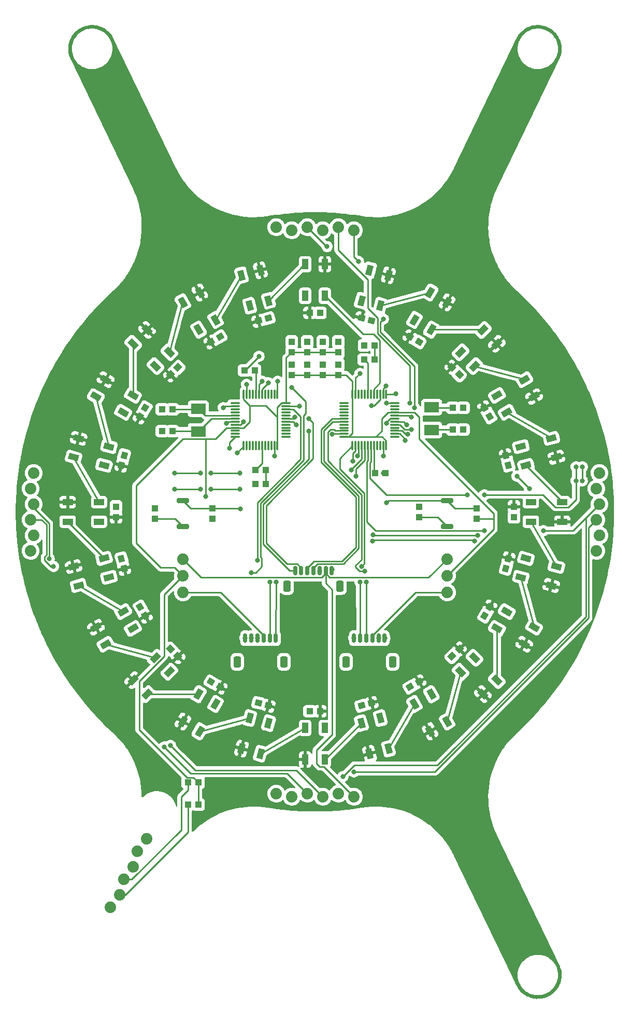
<source format=gtl>
%TF.GenerationSoftware,KiCad,Pcbnew,(6.0.0-0)*%
%TF.CreationDate,2022-03-22T21:17:40+08:00*%
%TF.ProjectId,layer4,6c617965-7234-42e6-9b69-6361645f7063,rev?*%
%TF.SameCoordinates,Original*%
%TF.FileFunction,Copper,L1,Top*%
%TF.FilePolarity,Positive*%
%FSLAX46Y46*%
G04 Gerber Fmt 4.6, Leading zero omitted, Abs format (unit mm)*
G04 Created by KiCad (PCBNEW (6.0.0-0)) date 2022-03-22 21:17:40*
%MOMM*%
%LPD*%
G01*
G04 APERTURE LIST*
G04 Aperture macros list*
%AMRoundRect*
0 Rectangle with rounded corners*
0 $1 Rounding radius*
0 $2 $3 $4 $5 $6 $7 $8 $9 X,Y pos of 4 corners*
0 Add a 4 corners polygon primitive as box body*
4,1,4,$2,$3,$4,$5,$6,$7,$8,$9,$2,$3,0*
0 Add four circle primitives for the rounded corners*
1,1,$1+$1,$2,$3*
1,1,$1+$1,$4,$5*
1,1,$1+$1,$6,$7*
1,1,$1+$1,$8,$9*
0 Add four rect primitives between the rounded corners*
20,1,$1+$1,$2,$3,$4,$5,0*
20,1,$1+$1,$4,$5,$6,$7,0*
20,1,$1+$1,$6,$7,$8,$9,0*
20,1,$1+$1,$8,$9,$2,$3,0*%
%AMRotRect*
0 Rectangle, with rotation*
0 The origin of the aperture is its center*
0 $1 length*
0 $2 width*
0 $3 Rotation angle, in degrees counterclockwise*
0 Add horizontal line*
21,1,$1,$2,0,0,$3*%
G04 Aperture macros list end*
%TA.AperFunction,NonConductor*%
%ADD10C,0.200000*%
%TD*%
%TA.AperFunction,ComponentPad*%
%ADD11C,1.879600*%
%TD*%
%TA.AperFunction,SMDPad,CuDef*%
%ADD12R,1.099820X0.998220*%
%TD*%
%TA.AperFunction,SMDPad,CuDef*%
%ADD13RotRect,1.099820X0.998220X255.000000*%
%TD*%
%TA.AperFunction,SMDPad,CuDef*%
%ADD14RotRect,1.651000X0.998220X195.000000*%
%TD*%
%TA.AperFunction,SMDPad,CuDef*%
%ADD15RotRect,1.099820X0.998220X345.000000*%
%TD*%
%TA.AperFunction,SMDPad,CuDef*%
%ADD16R,0.998220X1.651000*%
%TD*%
%TA.AperFunction,SMDPad,CuDef*%
%ADD17RoundRect,0.150000X0.150000X0.625000X-0.150000X0.625000X-0.150000X-0.625000X0.150000X-0.625000X0*%
%TD*%
%TA.AperFunction,SMDPad,CuDef*%
%ADD18RoundRect,0.250000X0.350000X0.650000X-0.350000X0.650000X-0.350000X-0.650000X0.350000X-0.650000X0*%
%TD*%
%TA.AperFunction,SMDPad,CuDef*%
%ADD19RotRect,1.099820X0.998220X315.000000*%
%TD*%
%TA.AperFunction,SMDPad,CuDef*%
%ADD20RotRect,1.651000X0.998220X165.000000*%
%TD*%
%TA.AperFunction,SMDPad,CuDef*%
%ADD21RotRect,1.651000X0.998220X45.000000*%
%TD*%
%TA.AperFunction,SMDPad,CuDef*%
%ADD22R,0.998220X1.099820*%
%TD*%
%TA.AperFunction,SMDPad,CuDef*%
%ADD23RotRect,1.099820X0.998220X30.000000*%
%TD*%
%TA.AperFunction,SMDPad,CuDef*%
%ADD24RotRect,1.099820X0.998220X135.000000*%
%TD*%
%TA.AperFunction,SMDPad,CuDef*%
%ADD25R,1.651000X0.998220*%
%TD*%
%TA.AperFunction,SMDPad,CuDef*%
%ADD26RotRect,1.099820X0.998220X300.000000*%
%TD*%
%TA.AperFunction,SMDPad,CuDef*%
%ADD27RoundRect,0.200000X0.800000X-0.200000X0.800000X0.200000X-0.800000X0.200000X-0.800000X-0.200000X0*%
%TD*%
%TA.AperFunction,SMDPad,CuDef*%
%ADD28R,0.998220X0.998220*%
%TD*%
%TA.AperFunction,SMDPad,CuDef*%
%ADD29RotRect,1.651000X0.998220X345.000000*%
%TD*%
%TA.AperFunction,SMDPad,CuDef*%
%ADD30RotRect,1.651000X0.998220X150.000000*%
%TD*%
%TA.AperFunction,SMDPad,CuDef*%
%ADD31RotRect,1.099820X0.998220X330.000000*%
%TD*%
%TA.AperFunction,SMDPad,CuDef*%
%ADD32RotRect,1.651000X0.998220X75.000000*%
%TD*%
%TA.AperFunction,SMDPad,CuDef*%
%ADD33RotRect,1.099820X0.998220X210.000000*%
%TD*%
%TA.AperFunction,SMDPad,CuDef*%
%ADD34RotRect,1.651000X0.998220X285.000000*%
%TD*%
%TA.AperFunction,SMDPad,CuDef*%
%ADD35RotRect,1.099820X0.998220X75.000000*%
%TD*%
%TA.AperFunction,SMDPad,CuDef*%
%ADD36RotRect,1.099820X0.998220X225.000000*%
%TD*%
%TA.AperFunction,SMDPad,CuDef*%
%ADD37RoundRect,0.150000X-0.150000X-0.625000X0.150000X-0.625000X0.150000X0.625000X-0.150000X0.625000X0*%
%TD*%
%TA.AperFunction,SMDPad,CuDef*%
%ADD38RoundRect,0.250000X-0.350000X-0.650000X0.350000X-0.650000X0.350000X0.650000X-0.350000X0.650000X0*%
%TD*%
%TA.AperFunction,SMDPad,CuDef*%
%ADD39RotRect,1.099820X0.998220X240.000000*%
%TD*%
%TA.AperFunction,SMDPad,CuDef*%
%ADD40RotRect,1.651000X0.998220X315.000000*%
%TD*%
%TA.AperFunction,SMDPad,CuDef*%
%ADD41RotRect,1.651000X0.998220X30.000000*%
%TD*%
%TA.AperFunction,SMDPad,CuDef*%
%ADD42RotRect,1.099820X0.998220X285.000000*%
%TD*%
%TA.AperFunction,SMDPad,CuDef*%
%ADD43RoundRect,0.109200X0.670800X-0.030800X0.670800X0.030800X-0.670800X0.030800X-0.670800X-0.030800X0*%
%TD*%
%TA.AperFunction,SMDPad,CuDef*%
%ADD44RoundRect,0.109200X-0.030800X-0.670800X0.030800X-0.670800X0.030800X0.670800X-0.030800X0.670800X0*%
%TD*%
%TA.AperFunction,SMDPad,CuDef*%
%ADD45RotRect,1.651000X0.998220X210.000000*%
%TD*%
%TA.AperFunction,SMDPad,CuDef*%
%ADD46RotRect,1.651000X0.998220X105.000000*%
%TD*%
%TA.AperFunction,SMDPad,CuDef*%
%ADD47RotRect,1.651000X0.998220X240.000000*%
%TD*%
%TA.AperFunction,SMDPad,CuDef*%
%ADD48RotRect,1.099820X0.998220X120.000000*%
%TD*%
%TA.AperFunction,SMDPad,CuDef*%
%ADD49RotRect,1.651000X0.998220X255.000000*%
%TD*%
%TA.AperFunction,SMDPad,CuDef*%
%ADD50RotRect,1.651000X0.998220X15.000000*%
%TD*%
%TA.AperFunction,SMDPad,CuDef*%
%ADD51RotRect,1.099820X0.998220X15.000000*%
%TD*%
%TA.AperFunction,SMDPad,CuDef*%
%ADD52RotRect,1.099820X0.998220X45.000000*%
%TD*%
%TA.AperFunction,SMDPad,CuDef*%
%ADD53RotRect,1.651000X0.998220X300.000000*%
%TD*%
%TA.AperFunction,SMDPad,CuDef*%
%ADD54RotRect,1.651000X0.998220X330.000000*%
%TD*%
%TA.AperFunction,SMDPad,CuDef*%
%ADD55RotRect,1.651000X0.998220X60.000000*%
%TD*%
%TA.AperFunction,SMDPad,CuDef*%
%ADD56R,2.397760X1.699260*%
%TD*%
%TA.AperFunction,SMDPad,CuDef*%
%ADD57RotRect,1.651000X0.998220X120.000000*%
%TD*%
%TA.AperFunction,SMDPad,CuDef*%
%ADD58RotRect,1.099820X0.998220X150.000000*%
%TD*%
%TA.AperFunction,SMDPad,CuDef*%
%ADD59RotRect,1.099820X0.998220X195.000000*%
%TD*%
%TA.AperFunction,SMDPad,CuDef*%
%ADD60RotRect,1.099820X0.998220X165.000000*%
%TD*%
%TA.AperFunction,SMDPad,CuDef*%
%ADD61RotRect,1.651000X0.998220X135.000000*%
%TD*%
%TA.AperFunction,SMDPad,CuDef*%
%ADD62RotRect,1.099820X0.998220X105.000000*%
%TD*%
%TA.AperFunction,SMDPad,CuDef*%
%ADD63RotRect,1.099820X0.998220X60.000000*%
%TD*%
%TA.AperFunction,SMDPad,CuDef*%
%ADD64RoundRect,0.109200X-0.670800X0.030800X-0.670800X-0.030800X0.670800X-0.030800X0.670800X0.030800X0*%
%TD*%
%TA.AperFunction,SMDPad,CuDef*%
%ADD65RoundRect,0.109200X0.030800X0.670800X-0.030800X0.670800X-0.030800X-0.670800X0.030800X-0.670800X0*%
%TD*%
%TA.AperFunction,SMDPad,CuDef*%
%ADD66RotRect,1.651000X0.998220X225.000000*%
%TD*%
%TA.AperFunction,ViaPad*%
%ADD67C,0.800000*%
%TD*%
%TA.AperFunction,Conductor*%
%ADD68C,0.250000*%
%TD*%
G04 APERTURE END LIST*
D10*
X137414001Y-86868000D02*
G75*
G03*
X137414001Y-86868000I-1J0D01*
G01*
D11*
%TO.P,TOFJ4,1,Pin_1*%
%TO.N,+3V3*%
X172212000Y-94996000D03*
%TO.P,TOFJ4,2,Pin_2*%
%TO.N,GND*%
X171704000Y-97536000D03*
%TO.P,TOFJ4,3,Pin_3*%
%TO.N,/tof/SCL*%
X172212000Y-100076000D03*
%TO.P,TOFJ4,4,Pin_4*%
%TO.N,/tof/SDA*%
X171704000Y-102616000D03*
%TO.P,TOFJ4,5,Pin_5*%
%TO.N,/tof/TOF4GPIO*%
X172212000Y-105156000D03*
%TO.P,TOFJ4,6,Pin_6*%
%TO.N,/tof/TOF4XSHUT*%
X171704000Y-107696000D03*
%TD*%
D12*
%TO.P,U1C5,1*%
%TO.N,GND*%
X149953980Y-87884000D03*
%TO.P,U1C5,2*%
%TO.N,/tof/OSCIN*%
X148257260Y-87884000D03*
%TD*%
D13*
%TO.P,C18,1*%
%TO.N,+5V*%
X157353752Y-108941272D03*
%TO.P,C18,2*%
%TO.N,GND*%
X156914608Y-110580178D03*
%TD*%
D12*
%TO.P,C13,1*%
%TO.N,+5V*%
X126578360Y-133858000D03*
%TO.P,C13,2*%
%TO.N,GND*%
X124881640Y-133858000D03*
%TD*%
D14*
%TO.P,D20,1,VDD*%
%TO.N,+5V*%
X165187734Y-92427351D03*
%TO.P,D20,2,DOUT*%
%TO.N,Net-(D20-Pad2)*%
X164360724Y-89340909D03*
%TO.P,D20,3,VSS*%
%TO.N,GND*%
X159385124Y-90674117D03*
%TO.P,D20,4,DIN*%
%TO.N,Net-(D19-Pad2)*%
X160212134Y-93760559D03*
%TD*%
D15*
%TO.P,C24,1*%
%TO.N,+5V*%
X133325272Y-69722248D03*
%TO.P,C24,2*%
%TO.N,GND*%
X134964178Y-70161392D03*
%TD*%
D16*
%TO.P,D1,1,VDD*%
%TO.N,+5V*%
X127327660Y-60924440D03*
%TO.P,D1,2,DOUT*%
%TO.N,Net-(D1-Pad2)*%
X124132340Y-60924440D03*
%TO.P,D1,3,VSS*%
%TO.N,GND*%
X124132340Y-66075560D03*
%TO.P,D1,4,DIN*%
%TO.N,NEOPIXELOUT*%
X127327660Y-66075560D03*
%TD*%
D17*
%TO.P,L4TRJ1,1,Pin_1*%
%TO.N,GND*%
X128476000Y-110943000D03*
%TO.P,L4TRJ1,2,Pin_2*%
%TO.N,+3V3*%
X127476000Y-110943000D03*
%TO.P,L4TRJ1,3,Pin_3*%
%TO.N,+5V*%
X126476000Y-110943000D03*
%TO.P,L4TRJ1,4,Pin_4*%
%TO.N,L4RX*%
X125476000Y-110943000D03*
%TO.P,L4TRJ1,5,Pin_5*%
%TO.N,L4TX*%
X124476000Y-110943000D03*
%TO.P,L4TRJ1,6,Pin_6*%
%TO.N,IMURX*%
X123476000Y-110943000D03*
%TO.P,L4TRJ1,7,Pin_7*%
%TO.N,IMUTX*%
X122476000Y-110943000D03*
D18*
%TO.P,L4TRJ1,MP*%
%TO.N,N/C*%
X121176000Y-113468000D03*
X129776000Y-113468000D03*
%TD*%
D19*
%TO.P,C22,1*%
%TO.N,+5V*%
X148119575Y-77756663D03*
%TO.P,C22,2*%
%TO.N,GND*%
X149319337Y-78956425D03*
%TD*%
D20*
%TO.P,D18,1,VDD*%
%TO.N,+5V*%
X164360724Y-113351091D03*
%TO.P,D18,2,DOUT*%
%TO.N,Net-(D18-Pad2)*%
X165187734Y-110264649D03*
%TO.P,D18,3,VSS*%
%TO.N,GND*%
X160212134Y-108931441D03*
%TO.P,D18,4,DIN*%
%TO.N,Net-(D17-Pad2)*%
X159385124Y-112017883D03*
%TD*%
D21*
%TO.P,D10,1,VDD*%
%TO.N,+5V*%
X96017925Y-128798643D03*
%TO.P,D10,2,DOUT*%
%TO.N,Net-(D10-Pad2)*%
X98277357Y-131058075D03*
%TO.P,D10,3,VSS*%
%TO.N,GND*%
X101919749Y-127415683D03*
%TO.P,D10,4,DIN*%
%TO.N,Net-(D10-Pad4)*%
X99660317Y-125156251D03*
%TD*%
D12*
%TO.P,U1C6,1*%
%TO.N,GND*%
X149953980Y-84328000D03*
%TO.P,U1C6,2*%
%TO.N,/tof/OSCOUT*%
X148257260Y-84328000D03*
%TD*%
D22*
%TO.P,U0C1,1*%
%TO.N,GND*%
X129540000Y-73573640D03*
%TO.P,U0C1,2*%
%TO.N,/imu/MCU3V3*%
X129540000Y-75270360D03*
%TD*%
D23*
%TO.P,C3,1*%
%TO.N,+5V*%
X108739299Y-73613962D03*
%TO.P,C3,2*%
%TO.N,GND*%
X110208701Y-72765602D03*
%TD*%
D24*
%TO.P,C10,1*%
%TO.N,+5V*%
X103340425Y-124935337D03*
%TO.P,C10,2*%
%TO.N,GND*%
X102140663Y-123735575D03*
%TD*%
D25*
%TO.P,D7,1,VDD*%
%TO.N,+5V*%
X85308440Y-99748340D03*
%TO.P,D7,2,DOUT*%
%TO.N,Net-(D7-Pad2)*%
X85308440Y-102943660D03*
%TO.P,D7,3,VSS*%
%TO.N,GND*%
X90459560Y-102943660D03*
%TO.P,D7,4,DIN*%
%TO.N,Net-(D6-Pad2)*%
X90459560Y-99748340D03*
%TD*%
D26*
%TO.P,C21,1*%
%TO.N,+5V*%
X153462038Y-84355299D03*
%TO.P,C21,2*%
%TO.N,GND*%
X154310398Y-85824701D03*
%TD*%
D27*
%TO.P,U0SW2,1,1*%
%TO.N,Net-(U0R1-Pad1)*%
X104140000Y-103700000D03*
%TO.P,U0SW2,2,2*%
%TO.N,/imu/RESET*%
X104140000Y-99500000D03*
%TD*%
D11*
%TO.P,IMUJ1,1,Pin_1*%
%TO.N,/imu/IMURST*%
X92267391Y-165885690D03*
%TO.P,IMUJ1,2,Pin_2*%
%TO.N,/imu/IMUSDA*%
X93826633Y-163817253D03*
%TO.P,IMUJ1,3,Pin_3*%
%TO.N,/imu/IMUSCL*%
X94470380Y-161308218D03*
%TO.P,IMUJ1,4,Pin_4*%
%TO.N,unconnected-(IMUJ1-Pad4)*%
X96029621Y-159239782D03*
%TO.P,IMUJ1,5,Pin_5*%
%TO.N,unconnected-(IMUJ1-Pad5)*%
X96673368Y-156730747D03*
%TO.P,IMUJ1,6,Pin_6*%
%TO.N,/imu/MCU3V3*%
X98232609Y-154662310D03*
%TD*%
D28*
%TO.P,U1D1,1,K*%
%TO.N,GND*%
X133743700Y-74168000D03*
%TO.P,U1D1,2,A*%
%TO.N,Net-(U1D1-Pad2)*%
X135496300Y-74168000D03*
%TD*%
D29*
%TO.P,D6,1,VDD*%
%TO.N,+5V*%
X87099276Y-89340909D03*
%TO.P,D6,2,DOUT*%
%TO.N,Net-(D6-Pad2)*%
X86272266Y-92427351D03*
%TO.P,D6,3,VSS*%
%TO.N,GND*%
X91247866Y-93760559D03*
%TO.P,D6,4,DIN*%
%TO.N,Net-(D5-Pad2)*%
X92074876Y-90674117D03*
%TD*%
D30*
%TO.P,D17,1,VDD*%
%TO.N,+5V*%
X159937267Y-122940394D03*
%TO.P,D17,2,DOUT*%
%TO.N,Net-(D17-Pad2)*%
X161534927Y-120173166D03*
%TO.P,D17,3,VSS*%
%TO.N,GND*%
X157073927Y-117597606D03*
%TO.P,D17,4,DIN*%
%TO.N,Net-(D16-Pad2)*%
X155476267Y-120364834D03*
%TD*%
D11*
%TO.P,TOFJ1,1,Pin_1*%
%TO.N,+3V3*%
X119380000Y-54864000D03*
%TO.P,TOFJ1,2,Pin_2*%
%TO.N,GND*%
X121920000Y-55372000D03*
%TO.P,TOFJ1,3,Pin_3*%
%TO.N,/tof/SCL*%
X124460000Y-54864000D03*
%TO.P,TOFJ1,4,Pin_4*%
%TO.N,/tof/SDA*%
X127000000Y-55372000D03*
%TO.P,TOFJ1,5,Pin_5*%
%TO.N,/tof/TOF1GPIO*%
X129540000Y-54864000D03*
%TO.P,TOFJ1,6,Pin_6*%
%TO.N,/tof/TOF1XSHUT*%
X132080000Y-55372000D03*
%TD*%
D12*
%TO.P,U0C5,1*%
%TO.N,GND*%
X100751640Y-84582000D03*
%TO.P,U0C5,2*%
%TO.N,/imu/OSCIN*%
X102448360Y-84582000D03*
%TD*%
D31*
%TO.P,C23,1*%
%TO.N,+5V*%
X141251299Y-72765602D03*
%TO.P,C23,2*%
%TO.N,GND*%
X142720701Y-73613962D03*
%TD*%
D16*
%TO.P,D13,1,VDD*%
%TO.N,+5V*%
X124132340Y-141767560D03*
%TO.P,D13,2,DOUT*%
%TO.N,Net-(D13-Pad2)*%
X127327660Y-141767560D03*
%TO.P,D13,3,VSS*%
%TO.N,GND*%
X127327660Y-136616440D03*
%TO.P,D13,4,DIN*%
%TO.N,Net-(D12-Pad2)*%
X124132340Y-136616440D03*
%TD*%
D11*
%TO.P,U1SW1,1,A*%
%TO.N,+3V3*%
X147320000Y-109042200D03*
%TO.P,U1SW1,2,B*%
%TO.N,/tof/MCU3V3*%
X147320000Y-111760000D03*
%TO.P,U1SW1,3,C*%
%TO.N,/tof/PROG3V3*%
X147320000Y-114477800D03*
%TD*%
D32*
%TO.P,D12,1,VDD*%
%TO.N,+5V*%
X113724909Y-139976724D03*
%TO.P,D12,2,DOUT*%
%TO.N,Net-(D12-Pad2)*%
X116811351Y-140803734D03*
%TO.P,D12,3,VSS*%
%TO.N,GND*%
X118144559Y-135828134D03*
%TO.P,D12,4,DIN*%
%TO.N,Net-(D11-Pad2)*%
X115058117Y-135001124D03*
%TD*%
D33*
%TO.P,C15,1*%
%TO.N,+5V*%
X142720701Y-129078038D03*
%TO.P,C15,2*%
%TO.N,GND*%
X141251299Y-129926398D03*
%TD*%
D34*
%TO.P,D2,1,VDD*%
%TO.N,+5V*%
X116811351Y-61888266D03*
%TO.P,D2,2,DOUT*%
%TO.N,Net-(D2-Pad2)*%
X113724909Y-62715276D03*
%TO.P,D2,3,VSS*%
%TO.N,GND*%
X115058117Y-67690876D03*
%TO.P,D2,4,DIN*%
%TO.N,Net-(D1-Pad2)*%
X118144559Y-66863866D03*
%TD*%
D35*
%TO.P,C6,1*%
%TO.N,+5V*%
X94106248Y-93750728D03*
%TO.P,C6,2*%
%TO.N,GND*%
X94545392Y-92111822D03*
%TD*%
D22*
%TO.P,U1C4,1*%
%TO.N,GND*%
X121920000Y-77297280D03*
%TO.P,U1C4,2*%
%TO.N,/tof/MCU3V3*%
X121920000Y-78994000D03*
%TD*%
D36*
%TO.P,C16,1*%
%TO.N,+5V*%
X149319337Y-123735575D03*
%TO.P,C16,2*%
%TO.N,GND*%
X148119575Y-124935337D03*
%TD*%
D37*
%TO.P,U0J1,1,Pin_1*%
%TO.N,GND*%
X114340000Y-121952000D03*
%TO.P,U0J1,2,Pin_2*%
%TO.N,/imu/SWDCLOCK*%
X115340000Y-121952000D03*
%TO.P,U0J1,3,Pin_3*%
%TO.N,/imu/SWDIO*%
X116340000Y-121952000D03*
%TO.P,U0J1,4,Pin_4*%
%TO.N,/imu/PROG3V3*%
X117340000Y-121952000D03*
%TO.P,U0J1,5,Pin_5*%
%TO.N,/imu/DEBUGTX*%
X118340000Y-121952000D03*
%TO.P,U0J1,6,Pin_6*%
%TO.N,/imu/DEBUGRX*%
X119340000Y-121952000D03*
D38*
%TO.P,U0J1,MP*%
%TO.N,N/C*%
X120640000Y-125827000D03*
X113040000Y-125827000D03*
%TD*%
D39*
%TO.P,C17,1*%
%TO.N,+5V*%
X154310398Y-116867299D03*
%TO.P,C17,2*%
%TO.N,GND*%
X153462038Y-118336701D03*
%TD*%
D40*
%TO.P,D4,1,VDD*%
%TO.N,+5V*%
X98277357Y-71633925D03*
%TO.P,D4,2,DOUT*%
%TO.N,Net-(D4-Pad2)*%
X96017925Y-73893357D03*
%TO.P,D4,3,VSS*%
%TO.N,GND*%
X99660317Y-77535749D03*
%TO.P,D4,4,DIN*%
%TO.N,Net-(D3-Pad2)*%
X101919749Y-75276317D03*
%TD*%
D41*
%TO.P,D9,1,VDD*%
%TO.N,+5V*%
X89925073Y-120173166D03*
%TO.P,D9,2,DOUT*%
%TO.N,Net-(D10-Pad4)*%
X91522733Y-122940394D03*
%TO.P,D9,3,VSS*%
%TO.N,GND*%
X95983733Y-120364834D03*
%TO.P,D9,4,DIN*%
%TO.N,Net-(D8-Pad2)*%
X94386073Y-117597606D03*
%TD*%
D11*
%TO.P,TOFJ3,1,Pin_1*%
%TO.N,+3V3*%
X132080000Y-147828000D03*
%TO.P,TOFJ3,2,Pin_2*%
%TO.N,GND*%
X129540000Y-147320000D03*
%TO.P,TOFJ3,3,Pin_3*%
%TO.N,/tof/SCL*%
X127000000Y-147828000D03*
%TO.P,TOFJ3,4,Pin_4*%
%TO.N,/tof/SDA*%
X124460000Y-147320000D03*
%TO.P,TOFJ3,5,Pin_5*%
%TO.N,/tof/TOF3GPIO*%
X121920000Y-147828000D03*
%TO.P,TOFJ3,6,Pin_6*%
%TO.N,/tof/TOF3XSHUT*%
X119380000Y-147320000D03*
%TD*%
D42*
%TO.P,C20,1*%
%TO.N,+5V*%
X156914608Y-92111822D03*
%TO.P,C20,2*%
%TO.N,GND*%
X157353752Y-93750728D03*
%TD*%
D12*
%TO.P,U0C6,1*%
%TO.N,GND*%
X100751640Y-88138000D03*
%TO.P,U0C6,2*%
%TO.N,/imu/OSCOUT*%
X102448360Y-88138000D03*
%TD*%
D43*
%TO.P,U1,1,VBAT*%
%TO.N,unconnected-(U1-Pad1)*%
X138800000Y-89110000D03*
%TO.P,U1,2,PC13-TAMPER-RTC*%
%TO.N,/tof/TOF1GPIO*%
X138800000Y-88610000D03*
%TO.P,U1,3,PC14-OSC32_IN*%
%TO.N,/tof/TOF1XSHUT*%
X138800000Y-88110000D03*
%TO.P,U1,4,PC15-OSC32_OUT*%
%TO.N,unconnected-(U1-Pad4)*%
X138800000Y-87610000D03*
%TO.P,U1,5,PD0-OSC_IN*%
%TO.N,/tof/OSCIN*%
X138800000Y-87110000D03*
%TO.P,U1,6,PD1-OSC_OUT*%
%TO.N,/tof/OSCOUT*%
X138800000Y-86610000D03*
%TO.P,U1,7,NRST*%
%TO.N,/tof/RESET*%
X138800000Y-86110000D03*
%TO.P,U1,8,VSSA*%
%TO.N,GND*%
X138800000Y-85610000D03*
%TO.P,U1,9,VDDA*%
%TO.N,/tof/MCU3V3*%
X138800000Y-85110000D03*
%TO.P,U1,10,PA0-WKUP*%
%TO.N,unconnected-(U1-Pad10)*%
X138800000Y-84610000D03*
%TO.P,U1,11,PA1*%
%TO.N,unconnected-(U1-Pad11)*%
X138800000Y-84110000D03*
%TO.P,U1,12,PA2*%
%TO.N,/tof/DEBUGTX*%
X138800000Y-83610000D03*
D44*
%TO.P,U1,13,PA3*%
%TO.N,/tof/DEBUGRX*%
X137370000Y-82180000D03*
%TO.P,U1,14,PA4*%
%TO.N,/tof/TOF2GPIO*%
X136870000Y-82180000D03*
%TO.P,U1,15,PA5*%
%TO.N,/tof/TOF2XSHUT*%
X136370000Y-82180000D03*
%TO.P,U1,16,PA6*%
%TO.N,unconnected-(U1-Pad16)*%
X135870000Y-82180000D03*
%TO.P,U1,17,PA7*%
%TO.N,NEOPIXELOUT*%
X135370000Y-82180000D03*
%TO.P,U1,18,PB0*%
%TO.N,unconnected-(U1-Pad18)*%
X134870000Y-82180000D03*
%TO.P,U1,19,PB1*%
%TO.N,Net-(U1-Pad19)*%
X134370000Y-82180000D03*
%TO.P,U1,20,PB2*%
%TO.N,unconnected-(U1-Pad20)*%
X133870000Y-82180000D03*
%TO.P,U1,21,PB10*%
%TO.N,unconnected-(U1-Pad21)*%
X133370000Y-82180000D03*
%TO.P,U1,22,PB11*%
%TO.N,unconnected-(U1-Pad22)*%
X132870000Y-82180000D03*
%TO.P,U1,23,VSS_1*%
%TO.N,GND*%
X132370000Y-82180000D03*
%TO.P,U1,24,VDD_1*%
%TO.N,/tof/MCU3V3*%
X131870000Y-82180000D03*
D43*
%TO.P,U1,25,PB12*%
%TO.N,unconnected-(U1-Pad25)*%
X130440000Y-83610000D03*
%TO.P,U1,26,PB13*%
%TO.N,unconnected-(U1-Pad26)*%
X130440000Y-84110000D03*
%TO.P,U1,27,PB14*%
%TO.N,unconnected-(U1-Pad27)*%
X130440000Y-84610000D03*
%TO.P,U1,28,PB15*%
%TO.N,unconnected-(U1-Pad28)*%
X130440000Y-85110000D03*
%TO.P,U1,29,PA8*%
%TO.N,unconnected-(U1-Pad29)*%
X130440000Y-85610000D03*
%TO.P,U1,30,PA9*%
%TO.N,L4TX*%
X130440000Y-86110000D03*
%TO.P,U1,31,PA10*%
%TO.N,L4RX*%
X130440000Y-86610000D03*
%TO.P,U1,32,PA11*%
%TO.N,unconnected-(U1-Pad32)*%
X130440000Y-87110000D03*
%TO.P,U1,33,PA12*%
%TO.N,unconnected-(U1-Pad33)*%
X130440000Y-87610000D03*
%TO.P,U1,34,PA13*%
%TO.N,/tof/SWDIO*%
X130440000Y-88110000D03*
%TO.P,U1,35,VSS_2*%
%TO.N,GND*%
X130440000Y-88610000D03*
%TO.P,U1,36,VDD_2*%
%TO.N,/tof/MCU3V3*%
X130440000Y-89110000D03*
D44*
%TO.P,U1,37,PA14*%
%TO.N,/tof/SWDCLOCK*%
X131870000Y-90540000D03*
%TO.P,U1,38,PA15*%
%TO.N,/tof/TOF4XSHUT*%
X132370000Y-90540000D03*
%TO.P,U1,39,PB3*%
%TO.N,/tof/TOF4GPIO*%
X132870000Y-90540000D03*
%TO.P,U1,40,PB4*%
%TO.N,/tof/TOF3XSHUT*%
X133370000Y-90540000D03*
%TO.P,U1,41,PB5*%
%TO.N,/tof/TOF3GPIO*%
X133870000Y-90540000D03*
%TO.P,U1,42,PB6*%
%TO.N,/tof/SCL*%
X134370000Y-90540000D03*
%TO.P,U1,43,PB7*%
%TO.N,/tof/SDA*%
X134870000Y-90540000D03*
%TO.P,U1,44,BOOT0*%
%TO.N,Net-(U1-Pad44)*%
X135370000Y-90540000D03*
%TO.P,U1,45,PB8*%
%TO.N,unconnected-(U1-Pad45)*%
X135870000Y-90540000D03*
%TO.P,U1,46,PB9*%
%TO.N,unconnected-(U1-Pad46)*%
X136370000Y-90540000D03*
%TO.P,U1,47,VSS_3*%
%TO.N,GND*%
X136870000Y-90540000D03*
%TO.P,U1,48,VDD_3*%
%TO.N,/tof/MCU3V3*%
X137370000Y-90540000D03*
%TD*%
D45*
%TO.P,D21,1,VDD*%
%TO.N,+5V*%
X161534927Y-82518834D03*
%TO.P,D21,2,DOUT*%
%TO.N,Net-(D21-Pad2)*%
X159937267Y-79751606D03*
%TO.P,D21,3,VSS*%
%TO.N,GND*%
X155476267Y-82327166D03*
%TO.P,D21,4,DIN*%
%TO.N,Net-(D20-Pad2)*%
X157073927Y-85094394D03*
%TD*%
D12*
%TO.P,IMUR2,1*%
%TO.N,/imu/IMUSDA*%
X104983280Y-149098000D03*
%TO.P,IMUR2,2*%
%TO.N,/imu/MCU3V3*%
X106680000Y-149098000D03*
%TD*%
D46*
%TO.P,D14,1,VDD*%
%TO.N,+5V*%
X134648649Y-140803734D03*
%TO.P,D14,2,DOUT*%
%TO.N,Net-(D14-Pad2)*%
X137735091Y-139976724D03*
%TO.P,D14,3,VSS*%
%TO.N,GND*%
X136401883Y-135001124D03*
%TO.P,D14,4,DIN*%
%TO.N,Net-(D13-Pad2)*%
X133315441Y-135828134D03*
%TD*%
D47*
%TO.P,D23,1,VDD*%
%TO.N,+5V*%
X147324394Y-67138733D03*
%TO.P,D23,2,DOUT*%
%TO.N,Net-(D23-Pad2)*%
X144557166Y-65541073D03*
%TO.P,D23,3,VSS*%
%TO.N,GND*%
X141981606Y-70002073D03*
%TO.P,D23,4,DIN*%
%TO.N,Net-(D22-Pad2)*%
X144748834Y-71599733D03*
%TD*%
D48*
%TO.P,C9,1*%
%TO.N,+5V*%
X97997962Y-118336701D03*
%TO.P,C9,2*%
%TO.N,GND*%
X97149602Y-116867299D03*
%TD*%
D22*
%TO.P,U1R2,1*%
%TO.N,/tof/RESET*%
X152146000Y-100751640D03*
%TO.P,U1R2,2*%
%TO.N,/tof/MCU3V3*%
X152146000Y-102448360D03*
%TD*%
D37*
%TO.P,U1J1,1,Pin_1*%
%TO.N,GND*%
X132120000Y-121952000D03*
%TO.P,U1J1,2,Pin_2*%
%TO.N,/tof/SWDCLOCK*%
X133120000Y-121952000D03*
%TO.P,U1J1,3,Pin_3*%
%TO.N,/tof/SWDIO*%
X134120000Y-121952000D03*
%TO.P,U1J1,4,Pin_4*%
%TO.N,/tof/PROG3V3*%
X135120000Y-121952000D03*
%TO.P,U1J1,5,Pin_5*%
%TO.N,/tof/DEBUGTX*%
X136120000Y-121952000D03*
%TO.P,U1J1,6,Pin_6*%
%TO.N,/tof/DEBUGRX*%
X137120000Y-121952000D03*
D38*
%TO.P,U1J1,MP*%
%TO.N,N/C*%
X130820000Y-125827000D03*
X138420000Y-125827000D03*
%TD*%
D25*
%TO.P,D19,1,VDD*%
%TO.N,+5V*%
X166151560Y-102943660D03*
%TO.P,D19,2,DOUT*%
%TO.N,Net-(D19-Pad2)*%
X166151560Y-99748340D03*
%TO.P,D19,3,VSS*%
%TO.N,GND*%
X161000440Y-99748340D03*
%TO.P,D19,4,DIN*%
%TO.N,Net-(D18-Pad2)*%
X161000440Y-102943660D03*
%TD*%
D27*
%TO.P,U1SW2,1,1*%
%TO.N,Net-(U1R1-Pad1)*%
X147320000Y-103700000D03*
%TO.P,U1SW2,2,2*%
%TO.N,/tof/RESET*%
X147320000Y-99500000D03*
%TD*%
D12*
%TO.P,U1R44,1*%
%TO.N,GND*%
X137246360Y-94996000D03*
%TO.P,U1R44,2*%
%TO.N,Net-(U1-Pad44)*%
X135549640Y-94996000D03*
%TD*%
D49*
%TO.P,D24,1,VDD*%
%TO.N,+5V*%
X137735091Y-62715276D03*
%TO.P,D24,2,DOUT*%
%TO.N,unconnected-(D24-Pad2)*%
X134648649Y-61888266D03*
%TO.P,D24,3,VSS*%
%TO.N,GND*%
X133315441Y-66863866D03*
%TO.P,D24,4,DIN*%
%TO.N,Net-(D23-Pad2)*%
X136401883Y-67690876D03*
%TD*%
D50*
%TO.P,D8,1,VDD*%
%TO.N,+5V*%
X86272266Y-110264649D03*
%TO.P,D8,2,DOUT*%
%TO.N,Net-(D8-Pad2)*%
X87099276Y-113351091D03*
%TO.P,D8,3,VSS*%
%TO.N,GND*%
X92074876Y-112017883D03*
%TO.P,D8,4,DIN*%
%TO.N,Net-(D7-Pad2)*%
X91247866Y-108931441D03*
%TD*%
D51*
%TO.P,C2,1*%
%TO.N,+5V*%
X116495822Y-70161392D03*
%TO.P,C2,2*%
%TO.N,GND*%
X118134728Y-69722248D03*
%TD*%
D52*
%TO.P,C4,1*%
%TO.N,+5V*%
X102140663Y-78956425D03*
%TO.P,C4,2*%
%TO.N,GND*%
X103340425Y-77756663D03*
%TD*%
D53*
%TO.P,D3,1,VDD*%
%TO.N,+5V*%
X106902834Y-65541073D03*
%TO.P,D3,2,DOUT*%
%TO.N,Net-(D3-Pad2)*%
X104135606Y-67138733D03*
%TO.P,D3,3,VSS*%
%TO.N,GND*%
X106711166Y-71599733D03*
%TO.P,D3,4,DIN*%
%TO.N,Net-(D2-Pad2)*%
X109478394Y-70002073D03*
%TD*%
D54*
%TO.P,D5,1,VDD*%
%TO.N,+5V*%
X91522733Y-79751606D03*
%TO.P,D5,2,DOUT*%
%TO.N,Net-(D5-Pad2)*%
X89925073Y-82518834D03*
%TO.P,D5,3,VSS*%
%TO.N,GND*%
X94386073Y-85094394D03*
%TO.P,D5,4,DIN*%
%TO.N,Net-(D4-Pad2)*%
X95983733Y-82327166D03*
%TD*%
D12*
%TO.P,C1,1*%
%TO.N,+5V*%
X124881640Y-68834000D03*
%TO.P,C1,2*%
%TO.N,GND*%
X126578360Y-68834000D03*
%TD*%
D55*
%TO.P,D11,1,VDD*%
%TO.N,+5V*%
X104135606Y-135553267D03*
%TO.P,D11,2,DOUT*%
%TO.N,Net-(D11-Pad2)*%
X106902834Y-137150927D03*
%TO.P,D11,3,VSS*%
%TO.N,GND*%
X109478394Y-132689927D03*
%TO.P,D11,4,DIN*%
%TO.N,Net-(D10-Pad2)*%
X106711166Y-131092267D03*
%TD*%
D56*
%TO.P,U0Y1,1,1*%
%TO.N,/imu/OSCOUT*%
X106680000Y-88209120D03*
%TO.P,U0Y1,2,2*%
%TO.N,/imu/OSCIN*%
X106680000Y-84510880D03*
%TD*%
D57*
%TO.P,D15,1,VDD*%
%TO.N,+5V*%
X144557166Y-137150927D03*
%TO.P,D15,2,DOUT*%
%TO.N,Net-(D15-Pad2)*%
X147324394Y-135553267D03*
%TO.P,D15,3,VSS*%
%TO.N,GND*%
X144748834Y-131092267D03*
%TO.P,D15,4,DIN*%
%TO.N,Net-(D14-Pad2)*%
X141981606Y-132689927D03*
%TD*%
D28*
%TO.P,U0D1,1,K*%
%TO.N,GND*%
X115963700Y-96774000D03*
%TO.P,U0D1,2,A*%
%TO.N,Net-(U0D1-Pad2)*%
X117716300Y-96774000D03*
%TD*%
D58*
%TO.P,C11,1*%
%TO.N,+5V*%
X110208701Y-129926398D03*
%TO.P,C11,2*%
%TO.N,GND*%
X108739299Y-129078038D03*
%TD*%
D22*
%TO.P,U0C3,1*%
%TO.N,GND*%
X124460000Y-73573640D03*
%TO.P,U0C3,2*%
%TO.N,/imu/MCU3V3*%
X124460000Y-75270360D03*
%TD*%
%TO.P,U0R2,1*%
%TO.N,/imu/RESET*%
X108966000Y-100751640D03*
%TO.P,U0R2,2*%
%TO.N,/imu/MCU3V3*%
X108966000Y-102448360D03*
%TD*%
%TO.P,C19,1*%
%TO.N,+5V*%
X158242000Y-100497640D03*
%TO.P,C19,2*%
%TO.N,GND*%
X158242000Y-102194360D03*
%TD*%
%TO.P,U1C3,1*%
%TO.N,GND*%
X124460000Y-77297280D03*
%TO.P,U1C3,2*%
%TO.N,/tof/MCU3V3*%
X124460000Y-78994000D03*
%TD*%
D59*
%TO.P,C14,1*%
%TO.N,+5V*%
X134964178Y-132530608D03*
%TO.P,C14,2*%
%TO.N,GND*%
X133325272Y-132969752D03*
%TD*%
D12*
%TO.P,U1R19,1*%
%TO.N,Net-(U1-Pad19)*%
X133771640Y-76454000D03*
%TO.P,U1R19,2*%
%TO.N,Net-(U1D1-Pad2)*%
X135468360Y-76454000D03*
%TD*%
D22*
%TO.P,U0C2,1*%
%TO.N,GND*%
X127000000Y-73573640D03*
%TO.P,U0C2,2*%
%TO.N,/imu/MCU3V3*%
X127000000Y-75270360D03*
%TD*%
D11*
%TO.P,TOFJ2,1,Pin_1*%
%TO.N,+3V3*%
X79248000Y-107696000D03*
%TO.P,TOFJ2,2,Pin_2*%
%TO.N,GND*%
X79756000Y-105156000D03*
%TO.P,TOFJ2,3,Pin_3*%
%TO.N,/tof/SCL*%
X79248000Y-102616000D03*
%TO.P,TOFJ2,4,Pin_4*%
%TO.N,/tof/SDA*%
X79756000Y-100076000D03*
%TO.P,TOFJ2,5,Pin_5*%
%TO.N,/tof/TOF2GPIO*%
X79248000Y-97536000D03*
%TO.P,TOFJ2,6,Pin_6*%
%TO.N,/tof/TOF2XSHUT*%
X79756000Y-94996000D03*
%TD*%
D60*
%TO.P,C12,1*%
%TO.N,+5V*%
X118134728Y-132969752D03*
%TO.P,C12,2*%
%TO.N,GND*%
X116495822Y-132530608D03*
%TD*%
D12*
%TO.P,U0R19,1*%
%TO.N,Net-(U0-Pad19)*%
X115991640Y-94519420D03*
%TO.P,U0R19,2*%
%TO.N,Net-(U0D1-Pad2)*%
X117688360Y-94519420D03*
%TD*%
D61*
%TO.P,D16,1,VDD*%
%TO.N,+5V*%
X153182643Y-131058075D03*
%TO.P,D16,2,DOUT*%
%TO.N,Net-(D16-Pad2)*%
X155442075Y-128798643D03*
%TO.P,D16,3,VSS*%
%TO.N,GND*%
X151799683Y-125156251D03*
%TO.P,D16,4,DIN*%
%TO.N,Net-(D15-Pad2)*%
X149540251Y-127415683D03*
%TD*%
D22*
%TO.P,U1C1,1*%
%TO.N,GND*%
X129540000Y-77297280D03*
%TO.P,U1C1,2*%
%TO.N,/tof/MCU3V3*%
X129540000Y-78994000D03*
%TD*%
D12*
%TO.P,U0R44,1*%
%TO.N,GND*%
X114213640Y-78232000D03*
%TO.P,U0R44,2*%
%TO.N,Net-(U0-Pad44)*%
X115910360Y-78232000D03*
%TD*%
D22*
%TO.P,U0C4,1*%
%TO.N,GND*%
X121920000Y-73573640D03*
%TO.P,U0C4,2*%
%TO.N,/imu/MCU3V3*%
X121920000Y-75270360D03*
%TD*%
%TO.P,U0R1,1*%
%TO.N,Net-(U0R1-Pad1)*%
X99568000Y-102448360D03*
%TO.P,U0R1,2*%
%TO.N,GND*%
X99568000Y-100751640D03*
%TD*%
D12*
%TO.P,IMUR3,1*%
%TO.N,/imu/IMUSCL*%
X104983280Y-145508000D03*
%TO.P,IMUR3,2*%
%TO.N,/imu/MCU3V3*%
X106680000Y-145508000D03*
%TD*%
D62*
%TO.P,C8,1*%
%TO.N,+5V*%
X94545392Y-110580178D03*
%TO.P,C8,2*%
%TO.N,GND*%
X94106248Y-108941272D03*
%TD*%
D63*
%TO.P,C5,1*%
%TO.N,+5V*%
X97149602Y-85824701D03*
%TO.P,C5,2*%
%TO.N,GND*%
X97997962Y-84355299D03*
%TD*%
D22*
%TO.P,U1R1,1*%
%TO.N,Net-(U1R1-Pad1)*%
X142748000Y-102218360D03*
%TO.P,U1R1,2*%
%TO.N,GND*%
X142748000Y-100521640D03*
%TD*%
D64*
%TO.P,U0,1,VBAT*%
%TO.N,unconnected-(U0-Pad1)*%
X112660000Y-83610000D03*
%TO.P,U0,2,PC13-TAMPER-RTC*%
%TO.N,/imu/IMURST*%
X112660000Y-84110000D03*
%TO.P,U0,3,PC14-OSC32_IN*%
%TO.N,unconnected-(U0-Pad3)*%
X112660000Y-84610000D03*
%TO.P,U0,4,PC15-OSC32_OUT*%
%TO.N,unconnected-(U0-Pad4)*%
X112660000Y-85110000D03*
%TO.P,U0,5,PD0-OSC_IN*%
%TO.N,/imu/OSCIN*%
X112660000Y-85610000D03*
%TO.P,U0,6,PD1-OSC_OUT*%
%TO.N,/imu/OSCOUT*%
X112660000Y-86110000D03*
%TO.P,U0,7,NRST*%
%TO.N,/imu/RESET*%
X112660000Y-86610000D03*
%TO.P,U0,8,VSSA*%
%TO.N,GND*%
X112660000Y-87110000D03*
%TO.P,U0,9,VDDA*%
%TO.N,/imu/MCU3V3*%
X112660000Y-87610000D03*
%TO.P,U0,10,PA0-WKUP*%
%TO.N,unconnected-(U0-Pad10)*%
X112660000Y-88110000D03*
%TO.P,U0,11,PA1*%
%TO.N,unconnected-(U0-Pad11)*%
X112660000Y-88610000D03*
%TO.P,U0,12,PA2*%
%TO.N,/imu/DEBUGTX*%
X112660000Y-89110000D03*
D65*
%TO.P,U0,13,PA3*%
%TO.N,/imu/DEBUGRX*%
X114090000Y-90540000D03*
%TO.P,U0,14,PA4*%
%TO.N,unconnected-(U0-Pad14)*%
X114590000Y-90540000D03*
%TO.P,U0,15,PA5*%
%TO.N,unconnected-(U0-Pad15)*%
X115090000Y-90540000D03*
%TO.P,U0,16,PA6*%
%TO.N,unconnected-(U0-Pad16)*%
X115590000Y-90540000D03*
%TO.P,U0,17,PA7*%
%TO.N,unconnected-(U0-Pad17)*%
X116090000Y-90540000D03*
%TO.P,U0,18,PB0*%
%TO.N,unconnected-(U0-Pad18)*%
X116590000Y-90540000D03*
%TO.P,U0,19,PB1*%
%TO.N,Net-(U0-Pad19)*%
X117090000Y-90540000D03*
%TO.P,U0,20,PB2*%
%TO.N,unconnected-(U0-Pad20)*%
X117590000Y-90540000D03*
%TO.P,U0,21,PB10*%
%TO.N,unconnected-(U0-Pad21)*%
X118090000Y-90540000D03*
%TO.P,U0,22,PB11*%
%TO.N,unconnected-(U0-Pad22)*%
X118590000Y-90540000D03*
%TO.P,U0,23,VSS_1*%
%TO.N,GND*%
X119090000Y-90540000D03*
%TO.P,U0,24,VDD_1*%
%TO.N,/imu/MCU3V3*%
X119590000Y-90540000D03*
D64*
%TO.P,U0,25,PB12*%
%TO.N,unconnected-(U0-Pad25)*%
X121020000Y-89110000D03*
%TO.P,U0,26,PB13*%
%TO.N,unconnected-(U0-Pad26)*%
X121020000Y-88610000D03*
%TO.P,U0,27,PB14*%
%TO.N,unconnected-(U0-Pad27)*%
X121020000Y-88110000D03*
%TO.P,U0,28,PB15*%
%TO.N,unconnected-(U0-Pad28)*%
X121020000Y-87610000D03*
%TO.P,U0,29,PA8*%
%TO.N,unconnected-(U0-Pad29)*%
X121020000Y-87110000D03*
%TO.P,U0,30,PA9*%
%TO.N,IMUTX*%
X121020000Y-86610000D03*
%TO.P,U0,31,PA10*%
%TO.N,IMURX*%
X121020000Y-86110000D03*
%TO.P,U0,32,PA11*%
%TO.N,unconnected-(U0-Pad32)*%
X121020000Y-85610000D03*
%TO.P,U0,33,PA12*%
%TO.N,unconnected-(U0-Pad33)*%
X121020000Y-85110000D03*
%TO.P,U0,34,PA13*%
%TO.N,/imu/SWDIO*%
X121020000Y-84610000D03*
%TO.P,U0,35,VSS_2*%
%TO.N,GND*%
X121020000Y-84110000D03*
%TO.P,U0,36,VDD_2*%
%TO.N,/imu/MCU3V3*%
X121020000Y-83610000D03*
D65*
%TO.P,U0,37,PA14*%
%TO.N,/imu/SWDCLOCK*%
X119590000Y-82180000D03*
%TO.P,U0,38,PA15*%
%TO.N,unconnected-(U0-Pad38)*%
X119090000Y-82180000D03*
%TO.P,U0,39,PB3*%
%TO.N,unconnected-(U0-Pad39)*%
X118590000Y-82180000D03*
%TO.P,U0,40,PB4*%
%TO.N,unconnected-(U0-Pad40)*%
X118090000Y-82180000D03*
%TO.P,U0,41,PB5*%
%TO.N,unconnected-(U0-Pad41)*%
X117590000Y-82180000D03*
%TO.P,U0,42,PB6*%
%TO.N,/imu/IMUSCL*%
X117090000Y-82180000D03*
%TO.P,U0,43,PB7*%
%TO.N,/imu/IMUSDA*%
X116590000Y-82180000D03*
%TO.P,U0,44,BOOT0*%
%TO.N,Net-(U0-Pad44)*%
X116090000Y-82180000D03*
%TO.P,U0,45,PB8*%
%TO.N,unconnected-(U0-Pad45)*%
X115590000Y-82180000D03*
%TO.P,U0,46,PB9*%
%TO.N,unconnected-(U0-Pad46)*%
X115090000Y-82180000D03*
%TO.P,U0,47,VSS_3*%
%TO.N,GND*%
X114590000Y-82180000D03*
%TO.P,U0,48,VDD_3*%
%TO.N,/imu/MCU3V3*%
X114090000Y-82180000D03*
%TD*%
D22*
%TO.P,U1C2,1*%
%TO.N,GND*%
X127000000Y-77297280D03*
%TO.P,U1C2,2*%
%TO.N,/tof/MCU3V3*%
X127000000Y-78994000D03*
%TD*%
D66*
%TO.P,D22,1,VDD*%
%TO.N,+5V*%
X155442075Y-73893357D03*
%TO.P,D22,2,DOUT*%
%TO.N,Net-(D22-Pad2)*%
X153182643Y-71633925D03*
%TO.P,D22,3,VSS*%
%TO.N,GND*%
X149540251Y-75276317D03*
%TO.P,D22,4,DIN*%
%TO.N,Net-(D21-Pad2)*%
X151799683Y-77535749D03*
%TD*%
D11*
%TO.P,U0SW1,1,A*%
%TO.N,+3V3*%
X104140000Y-109042200D03*
%TO.P,U0SW1,2,B*%
%TO.N,/imu/MCU3V3*%
X104140000Y-111760000D03*
%TO.P,U0SW1,3,C*%
%TO.N,/imu/PROG3V3*%
X104140000Y-114477800D03*
%TD*%
D22*
%TO.P,C7,1*%
%TO.N,+5V*%
X93218000Y-102194360D03*
%TO.P,C7,2*%
%TO.N,GND*%
X93218000Y-100497640D03*
%TD*%
D56*
%TO.P,U1Y1,1,1*%
%TO.N,/tof/OSCOUT*%
X144787620Y-84256880D03*
%TO.P,U1Y1,2,2*%
%TO.N,/tof/OSCIN*%
X144787620Y-87955120D03*
%TD*%
D67*
%TO.N,/imu/MCU3V3*%
X106680000Y-149098000D03*
X107900000Y-98800000D03*
X108966000Y-102362000D03*
%TO.N,/imu/IMURST*%
X110744000Y-84328000D03*
%TO.N,/imu/RESET*%
X111252000Y-86868000D03*
X113538000Y-100838000D03*
%TO.N,GND*%
X128524000Y-110744000D03*
X151772743Y-125233481D03*
X100838000Y-84582000D03*
X154267218Y-85749911D03*
X99687257Y-77458519D03*
X136906000Y-94996000D03*
X92021463Y-111955936D03*
X160227417Y-109011794D03*
X97192782Y-116942089D03*
X158242000Y-102108000D03*
X124460000Y-73660000D03*
X148180640Y-124874271D03*
X158750000Y-95504000D03*
X123190000Y-84074000D03*
X149867620Y-84328000D03*
X114046000Y-86614000D03*
X106757177Y-71532107D03*
X95916107Y-120318823D03*
X119126000Y-92202000D03*
X94128599Y-109024689D03*
X124206000Y-66040000D03*
X99568000Y-100838000D03*
X108814089Y-129121218D03*
X133408689Y-132947401D03*
X133096000Y-78740000D03*
X124460000Y-77216000D03*
X118064206Y-135843417D03*
X97954782Y-84430089D03*
X116586000Y-75946000D03*
X129540000Y-73660000D03*
X121920000Y-73660000D03*
X149617481Y-75303257D03*
X133858000Y-74168000D03*
X93218000Y-100584000D03*
X149867620Y-87884000D03*
X118051311Y-69744599D03*
X115120064Y-67637463D03*
X110133911Y-72808782D03*
X132080000Y-121920000D03*
X161036000Y-99822000D03*
X142645911Y-73570782D03*
X129540000Y-77216000D03*
X121920000Y-77216000D03*
X141478000Y-85852000D03*
X94392107Y-85012823D03*
X136906000Y-92202000D03*
X128536000Y-88646000D03*
X149258271Y-78895360D03*
X124968000Y-133858000D03*
X102201729Y-123796640D03*
X90424000Y-102870000D03*
X101842519Y-127388743D03*
X127000000Y-73660000D03*
X126492000Y-68834000D03*
X133395794Y-66848583D03*
X142748000Y-100584000D03*
X136339936Y-135054537D03*
X94523040Y-92195240D03*
X144702823Y-131159893D03*
X103279360Y-77817729D03*
X91232583Y-93680206D03*
X127000000Y-77216000D03*
X157067893Y-117679177D03*
X134880760Y-70139040D03*
X116579240Y-132552960D03*
X114300000Y-78232000D03*
X114554000Y-80518000D03*
X109396823Y-132683893D03*
X159438537Y-90736064D03*
X160782000Y-97536000D03*
X127254000Y-136652000D03*
X142063177Y-70008107D03*
X116078000Y-96774000D03*
X141326089Y-129883218D03*
X100838000Y-88138000D03*
X155543893Y-82373177D03*
X157331401Y-93667311D03*
X114300000Y-121920000D03*
X156936960Y-110496760D03*
X153505218Y-118261911D03*
%TO.N,/imu/DEBUGTX*%
X118364000Y-112776000D03*
X111760000Y-90932000D03*
%TO.N,/imu/DEBUGRX*%
X119380000Y-112776000D03*
X113030000Y-91694000D03*
%TO.N,/imu/SWDIO*%
X116332000Y-109220000D03*
X116332000Y-121920000D03*
%TO.N,/imu/SWDCLOCK*%
X121920000Y-81026000D03*
X119634000Y-80010000D03*
X115316000Y-111252000D03*
X115316000Y-121920000D03*
%TO.N,/imu/IMUSCL*%
X118110000Y-80264000D03*
X104988360Y-145508000D03*
%TO.N,/imu/IMUSDA*%
X104983280Y-149098000D03*
X117094000Y-80010000D03*
%TO.N,/tof/TOF1GPIO*%
X141224000Y-83566000D03*
X140462000Y-89662000D03*
%TO.N,/tof/TOF1XSHUT*%
X132842000Y-60452000D03*
X136906000Y-69850000D03*
X140904179Y-88702373D03*
X141986000Y-84328000D03*
%TO.N,/tof/OSCIN*%
X141478000Y-87884000D03*
X144787620Y-87955120D03*
%TO.N,/tof/OSCOUT*%
X140716000Y-87122000D03*
X144787620Y-84256880D03*
%TO.N,/tof/RESET*%
X137414000Y-86868000D03*
X137414000Y-99822000D03*
%TO.N,/tof/DEBUGTX*%
X136144000Y-121920000D03*
X137414000Y-83566000D03*
%TO.N,/tof/DEBUGRX*%
X137160000Y-121920000D03*
X138938000Y-82042000D03*
%TO.N,/tof/TOF2GPIO*%
X107000000Y-97600000D03*
X102800000Y-97600000D03*
X108700000Y-97600000D03*
X137300000Y-80800000D03*
X113500000Y-97600000D03*
%TO.N,/tof/TOF2XSHUT*%
X107000000Y-95000000D03*
X108700000Y-95000000D03*
X102800000Y-95000000D03*
X113500000Y-95000000D03*
X135000000Y-84000000D03*
%TO.N,/tof/SWDIO*%
X133891857Y-111050478D03*
X134112000Y-112776000D03*
%TO.N,/tof/SWDCLOCK*%
X133350000Y-110210600D03*
X133096000Y-112776000D03*
%TO.N,/tof/TOF4XSHUT*%
X151800000Y-106100000D03*
X131887701Y-93087701D03*
X135117451Y-106096088D03*
%TO.N,/tof/TOF4GPIO*%
X135200000Y-105100000D03*
X152300000Y-105200000D03*
X132645500Y-92237701D03*
%TO.N,/tof/TOF3XSHUT*%
X131675500Y-94488000D03*
%TO.N,/tof/TOF3GPIO*%
X132400000Y-95500000D03*
%TO.N,+5V*%
X126492000Y-110998000D03*
X102362000Y-120904000D03*
X99314000Y-120904000D03*
X125984000Y-113538000D03*
%TO.N,/tof/SDA*%
X101092000Y-139700000D03*
X168402000Y-96266000D03*
X168402000Y-93980000D03*
X153416000Y-98552000D03*
X132080000Y-143764000D03*
X150622000Y-98552000D03*
X82296000Y-108966000D03*
%TO.N,/tof/SCL*%
X153416000Y-104394000D03*
X83020500Y-110236000D03*
X102108000Y-139446000D03*
X169418000Y-96266000D03*
X163068000Y-104394000D03*
X130302000Y-144526000D03*
X127724500Y-58034701D03*
X169418000Y-93980000D03*
%TO.N,IMUTX*%
X124714000Y-88138000D03*
X122682000Y-87122000D03*
%TO.N,IMURX*%
X124714000Y-86106000D03*
X122428000Y-85852000D03*
%TD*%
D68*
%TO.N,+3V3*%
X127476000Y-112980493D02*
X128524000Y-114028493D01*
X127476000Y-110943000D02*
X127476000Y-112980493D01*
X126504039Y-142917571D02*
X127169571Y-142917571D01*
X128524000Y-137668000D02*
X125984000Y-140208000D01*
X107140320Y-112042520D02*
X104140000Y-109042200D01*
X125984000Y-142397532D02*
X126504039Y-142917571D01*
X127169571Y-142917571D02*
X132080000Y-147828000D01*
X126822552Y-112042520D02*
X107140320Y-112042520D01*
X127476000Y-111389072D02*
X126822552Y-112042520D01*
X125984000Y-140208000D02*
X125984000Y-142397532D01*
X144319680Y-112042520D02*
X147320000Y-109042200D01*
X128129448Y-112042520D02*
X144319680Y-112042520D01*
X127476000Y-111389072D02*
X128129448Y-112042520D01*
X128524000Y-114028493D02*
X128524000Y-137668000D01*
%TO.N,/imu/MCU3V3*%
X102815480Y-110435480D02*
X100529480Y-110435480D01*
X120205028Y-83610000D02*
X121020000Y-83610000D01*
X106680000Y-145508000D02*
X105856379Y-144684379D01*
X107900000Y-89400000D02*
X107916739Y-89383261D01*
X106680000Y-149098000D02*
X106680000Y-145508000D01*
X96520000Y-106426000D02*
X96520000Y-97028000D01*
X119590000Y-84225028D02*
X120205028Y-83610000D01*
X114090000Y-82994972D02*
X114090000Y-82180000D01*
X107900000Y-98800000D02*
X107900000Y-89400000D01*
X112660000Y-87610000D02*
X114074614Y-87610000D01*
X101074374Y-114825626D02*
X104140000Y-111760000D01*
X115062000Y-86622614D02*
X115062000Y-83966972D01*
X115062000Y-83966972D02*
X114090000Y-82994972D01*
X100529480Y-110435480D02*
X96520000Y-106426000D01*
X121920000Y-75270360D02*
X124460000Y-75270360D01*
X101074374Y-124906982D02*
X101074374Y-114825626D01*
X114074614Y-87610000D02*
X115062000Y-86622614D01*
X109507353Y-89383261D02*
X111280614Y-87610000D01*
X104164739Y-89383261D02*
X107916739Y-89383261D01*
X104140000Y-111760000D02*
X102815480Y-110435480D01*
X117660972Y-83966972D02*
X115062000Y-83966972D01*
X96520000Y-97028000D02*
X104164739Y-89383261D01*
X107916739Y-89383261D02*
X109507353Y-89383261D01*
X119590000Y-90540000D02*
X119590000Y-85896000D01*
X121020000Y-76170360D02*
X121920000Y-75270360D01*
X119590000Y-85896000D02*
X119590000Y-84225028D01*
X104806379Y-144684379D02*
X97016196Y-136894196D01*
X105856379Y-144684379D02*
X104806379Y-144684379D01*
X97016196Y-128965160D02*
X101074374Y-124906982D01*
X97016196Y-136894196D02*
X97016196Y-128965160D01*
X124460000Y-75270360D02*
X127000000Y-75270360D01*
X121020000Y-83610000D02*
X121020000Y-76170360D01*
X111280614Y-87610000D02*
X112660000Y-87610000D01*
X127000000Y-75270360D02*
X129540000Y-75270360D01*
X119590000Y-85896000D02*
X117660972Y-83966972D01*
%TO.N,/imu/PROG3V3*%
X104140000Y-114477800D02*
X110311872Y-114477800D01*
X110311872Y-114477800D02*
X117340000Y-121505928D01*
X117340000Y-121505928D02*
X117340000Y-121952000D01*
%TO.N,/tof/MCU3V3*%
X154853640Y-102448360D02*
X154940000Y-102362000D01*
X131870000Y-80054000D02*
X130810000Y-78994000D01*
X138800000Y-85110000D02*
X137648000Y-85110000D01*
X147320000Y-111760000D02*
X154940000Y-104140000D01*
X124460000Y-78994000D02*
X126746000Y-78994000D01*
X131870000Y-88494972D02*
X131254972Y-89110000D01*
X130810000Y-78994000D02*
X129540000Y-78994000D01*
X131870000Y-82180000D02*
X131870000Y-80054000D01*
X130440000Y-89110000D02*
X136754972Y-89110000D01*
X137648000Y-85110000D02*
X136652000Y-86106000D01*
X142748000Y-89408000D02*
X142748000Y-85852000D01*
X142006000Y-85110000D02*
X138800000Y-85110000D01*
X154940000Y-101600000D02*
X142748000Y-89408000D01*
X154940000Y-102362000D02*
X154940000Y-101600000D01*
X154940000Y-104140000D02*
X154940000Y-102362000D01*
X142748000Y-85852000D02*
X142006000Y-85110000D01*
X136652000Y-86106000D02*
X136652000Y-88138000D01*
X137370000Y-90540000D02*
X137370000Y-89725028D01*
X126746000Y-78994000D02*
X129540000Y-78994000D01*
X136652000Y-88138000D02*
X135680000Y-89110000D01*
X131870000Y-82180000D02*
X131870000Y-88494972D01*
X152146000Y-102448360D02*
X154853640Y-102448360D01*
X137370000Y-89725028D02*
X136754972Y-89110000D01*
X121920000Y-78994000D02*
X124460000Y-78994000D01*
%TO.N,/tof/PROG3V3*%
X142148128Y-114477800D02*
X135120000Y-121505928D01*
X135120000Y-121505928D02*
X135120000Y-121952000D01*
X147320000Y-114477800D02*
X142148128Y-114477800D01*
%TO.N,/imu/IMURST*%
X112660000Y-84110000D02*
X110962000Y-84110000D01*
X110962000Y-84110000D02*
X110744000Y-84328000D01*
%TO.N,/imu/OSCIN*%
X107779120Y-85610000D02*
X106680000Y-84510880D01*
X112660000Y-85610000D02*
X107779120Y-85610000D01*
X106608880Y-84582000D02*
X106680000Y-84510880D01*
X102448360Y-84582000D02*
X106608880Y-84582000D01*
%TO.N,/imu/OSCOUT*%
X112660000Y-86110000D02*
X108779120Y-86110000D01*
X108779120Y-86110000D02*
X106680000Y-88209120D01*
X106608880Y-88138000D02*
X106680000Y-88209120D01*
X102448360Y-88138000D02*
X106608880Y-88138000D01*
%TO.N,/imu/RESET*%
X111510000Y-86610000D02*
X111252000Y-86868000D01*
X108966000Y-100751640D02*
X113451640Y-100751640D01*
X112660000Y-86610000D02*
X111510000Y-86610000D01*
X113451640Y-100751640D02*
X113538000Y-100838000D01*
X105391640Y-100751640D02*
X104140000Y-99500000D01*
X108966000Y-100751640D02*
X105391640Y-100751640D01*
%TO.N,GND*%
X113550000Y-87110000D02*
X114046000Y-86614000D01*
X119090000Y-90540000D02*
X119090000Y-92166000D01*
X141478000Y-85852000D02*
X141260000Y-85634000D01*
X112660000Y-87110000D02*
X113550000Y-87110000D01*
X123154000Y-84110000D02*
X121020000Y-84110000D01*
X130440000Y-88610000D02*
X128572000Y-88610000D01*
X158750000Y-95504000D02*
X160782000Y-97536000D01*
X123190000Y-84074000D02*
X123154000Y-84110000D01*
X114300000Y-78232000D02*
X116586000Y-75946000D01*
X136870000Y-92166000D02*
X136906000Y-92202000D01*
X132370000Y-79466000D02*
X132370000Y-82180000D01*
X114590000Y-82180000D02*
X114590000Y-80554000D01*
X133096000Y-78740000D02*
X132370000Y-79466000D01*
X141260000Y-85634000D02*
X138800000Y-85634000D01*
X114590000Y-80554000D02*
X114554000Y-80518000D01*
X119126000Y-92202000D02*
X119090000Y-92166000D01*
X128572000Y-88610000D02*
X128536000Y-88646000D01*
X136870000Y-90540000D02*
X136870000Y-92166000D01*
%TO.N,/imu/DEBUGTX*%
X111760000Y-90010000D02*
X112660000Y-89110000D01*
X111760000Y-90932000D02*
X111760000Y-90010000D01*
X118340000Y-121952000D02*
X118364000Y-112776000D01*
%TO.N,/imu/DEBUGRX*%
X114090000Y-90540000D02*
X114090000Y-90634000D01*
X119340000Y-121952000D02*
X119380000Y-112776000D01*
X114090000Y-90634000D02*
X113030000Y-91694000D01*
%TO.N,Net-(U0-Pad19)*%
X115991640Y-94519420D02*
X117090000Y-93421060D01*
X117090000Y-93421060D02*
X117090000Y-90540000D01*
%TO.N,/imu/SWDIO*%
X116332000Y-99805542D02*
X123406511Y-92731031D01*
X116332000Y-109220000D02*
X116332000Y-99805542D01*
X123406511Y-85805897D02*
X122210614Y-84610000D01*
X123406511Y-92731031D02*
X123406511Y-85805897D01*
X122210614Y-84610000D02*
X121020000Y-84610000D01*
%TO.N,/imu/SWDCLOCK*%
X123856031Y-92917228D02*
X123856031Y-85619699D01*
X119590000Y-80054000D02*
X119634000Y-80010000D01*
X117056511Y-108919897D02*
X116840000Y-108703386D01*
X124206000Y-85269730D02*
X124206000Y-83312000D01*
X115316000Y-111252000D02*
X116078000Y-111252000D01*
X124206000Y-83312000D02*
X121920000Y-81026000D01*
X117056511Y-110273489D02*
X117056511Y-108919897D01*
X116078000Y-111252000D02*
X117056511Y-110273489D01*
X123856031Y-85619699D02*
X124206000Y-85269730D01*
X116840000Y-108703386D02*
X116840000Y-99933259D01*
X119590000Y-82180000D02*
X119590000Y-80054000D01*
X116840000Y-99933259D02*
X123856031Y-92917228D01*
%TO.N,/imu/IMUSCL*%
X104983280Y-146730720D02*
X104983280Y-145508000D01*
X94470380Y-161308218D02*
X95799457Y-161308218D01*
X117090000Y-81284000D02*
X118110000Y-80264000D01*
X103886000Y-147828000D02*
X104983280Y-146730720D01*
X103886000Y-153221675D02*
X103886000Y-147828000D01*
X95799457Y-161308218D02*
X103886000Y-153221675D01*
X117090000Y-82180000D02*
X117090000Y-81284000D01*
%TO.N,/imu/IMUSDA*%
X116590000Y-80514000D02*
X117094000Y-80010000D01*
X94754747Y-163817253D02*
X104983280Y-153588720D01*
X93826633Y-163817253D02*
X94754747Y-163817253D01*
X116590000Y-82180000D02*
X116590000Y-80514000D01*
X104983280Y-153588720D02*
X104983280Y-149098000D01*
%TO.N,Net-(U0-Pad44)*%
X116090000Y-82180000D02*
X116090000Y-78411640D01*
X116090000Y-78411640D02*
X115910360Y-78232000D01*
%TO.N,/tof/TOF1GPIO*%
X140412972Y-89408000D02*
X140412972Y-89612972D01*
X138800000Y-88610000D02*
X139614972Y-88610000D01*
X141224000Y-77470000D02*
X135949049Y-72195049D01*
X139614972Y-88610000D02*
X140412972Y-89408000D01*
X134366000Y-63428508D02*
X129540000Y-58602508D01*
X129540000Y-58602508D02*
X129540000Y-54864000D01*
X135949049Y-69687194D02*
X134366000Y-68104145D01*
X135949049Y-72195049D02*
X135949049Y-69687194D01*
X140412972Y-89612972D02*
X140462000Y-89662000D01*
X134366000Y-68104145D02*
X134366000Y-63428508D01*
X141224000Y-83566000D02*
X141224000Y-77470000D01*
%TO.N,/tof/TOF1XSHUT*%
X141986000Y-84328000D02*
X141986000Y-77596283D01*
X132842000Y-60452000D02*
X132080000Y-59690000D01*
X140571628Y-88702373D02*
X139979255Y-88110000D01*
X139979255Y-88110000D02*
X138800000Y-88110000D01*
X141986000Y-77596283D02*
X136398569Y-72008851D01*
X132080000Y-59690000D02*
X132080000Y-55372000D01*
X136398569Y-72008851D02*
X136398569Y-70357431D01*
X140904179Y-88702373D02*
X140571628Y-88702373D01*
X136398569Y-70357431D02*
X136906000Y-69850000D01*
%TO.N,/tof/OSCIN*%
X140388972Y-87884000D02*
X139614972Y-87110000D01*
X144858740Y-87884000D02*
X144787620Y-87955120D01*
X148257260Y-87884000D02*
X144858740Y-87884000D01*
X139614972Y-87110000D02*
X138800000Y-87110000D01*
X141478000Y-87884000D02*
X140388972Y-87884000D01*
%TO.N,/tof/OSCOUT*%
X140462000Y-86868000D02*
X140453386Y-86868000D01*
X144858740Y-84328000D02*
X144787620Y-84256880D01*
X140195386Y-86610000D02*
X138800000Y-86610000D01*
X140453386Y-86868000D02*
X140195386Y-86610000D01*
X148257260Y-84328000D02*
X144858740Y-84328000D01*
X140716000Y-87122000D02*
X140462000Y-86868000D01*
%TO.N,/tof/RESET*%
X138800000Y-86110000D02*
X137985028Y-86110000D01*
X147320000Y-99500000D02*
X148571640Y-100751640D01*
X147320000Y-99500000D02*
X137736000Y-99500000D01*
X137414000Y-86681028D02*
X137414000Y-86868000D01*
X137736000Y-99500000D02*
X137414000Y-99822000D01*
X148571640Y-100751640D02*
X152146000Y-100751640D01*
X137985028Y-86110000D02*
X137414000Y-86681028D01*
%TO.N,/tof/DEBUGTX*%
X138800000Y-83610000D02*
X137458000Y-83610000D01*
X137458000Y-83610000D02*
X137414000Y-83566000D01*
%TO.N,/tof/DEBUGRX*%
X137370000Y-82180000D02*
X138800000Y-82180000D01*
X138800000Y-82180000D02*
X138938000Y-82042000D01*
%TO.N,/tof/TOF2GPIO*%
X102800000Y-97600000D02*
X107000000Y-97600000D01*
X136870000Y-81230000D02*
X136870000Y-82180000D01*
X137300000Y-80800000D02*
X136870000Y-81230000D01*
X108700000Y-97600000D02*
X113500000Y-97600000D01*
%TO.N,/tof/TOF2XSHUT*%
X136370000Y-82180000D02*
X136370000Y-82994972D01*
X136370000Y-82994972D02*
X135364972Y-84000000D01*
X135364972Y-84000000D02*
X135000000Y-84000000D01*
X108700000Y-95000000D02*
X113500000Y-95000000D01*
X102800000Y-95000000D02*
X107000000Y-95000000D01*
%TO.N,Net-(U1-Pad19)*%
X133771640Y-76454000D02*
X134370000Y-77052360D01*
X134370000Y-77052360D02*
X134370000Y-82180000D01*
%TO.N,/tof/SWDIO*%
X133326659Y-109167141D02*
X133326659Y-98527223D01*
X133891857Y-111050478D02*
X133046878Y-111050478D01*
X133046878Y-111050478D02*
X132371489Y-110375089D01*
X133326659Y-98527223D02*
X127811489Y-93012053D01*
X134120000Y-121952000D02*
X134112000Y-112776000D01*
X132371489Y-110375089D02*
X132371489Y-110122311D01*
X127811489Y-93012053D02*
X127811489Y-88345897D01*
X127811489Y-88345897D02*
X128235897Y-87921489D01*
X128836103Y-87921489D02*
X129024614Y-88110000D01*
X132371489Y-110122311D02*
X133326659Y-109167141D01*
X129024614Y-88110000D02*
X130440000Y-88110000D01*
X128235897Y-87921489D02*
X128836103Y-87921489D01*
%TO.N,/tof/SWDCLOCK*%
X133776179Y-109784421D02*
X133776179Y-98341025D01*
X133776179Y-98341025D02*
X129794000Y-94358846D01*
X133120000Y-121952000D02*
X133096000Y-112776000D01*
X129794000Y-94358846D02*
X129794000Y-92616000D01*
X129794000Y-92616000D02*
X131870000Y-90540000D01*
X133350000Y-110210600D02*
X133776179Y-109784421D01*
%TO.N,/tof/TOF4XSHUT*%
X151600000Y-105900000D02*
X151800000Y-106100000D01*
X135313539Y-105900000D02*
X151600000Y-105900000D01*
X132370000Y-91354972D02*
X132370000Y-90540000D01*
X131887701Y-91837271D02*
X132370000Y-91354972D01*
X131887701Y-93087701D02*
X131887701Y-91837271D01*
X135117451Y-106096088D02*
X135313539Y-105900000D01*
%TO.N,/tof/TOF4GPIO*%
X132870000Y-92013201D02*
X132870000Y-90540000D01*
X132645500Y-92237701D02*
X132870000Y-92013201D01*
X135300000Y-105200000D02*
X152300000Y-105200000D01*
X135200000Y-105100000D02*
X135300000Y-105200000D01*
%TO.N,/tof/TOF3XSHUT*%
X133370000Y-92690000D02*
X133370000Y-90540000D01*
X131675500Y-94384500D02*
X133370000Y-92690000D01*
X131675500Y-94488000D02*
X131675500Y-94384500D01*
%TO.N,/tof/TOF3GPIO*%
X133870000Y-92858566D02*
X132400000Y-94328566D01*
X132400000Y-94328566D02*
X132400000Y-95500000D01*
X133870000Y-90540000D02*
X133870000Y-92858566D01*
%TO.N,Net-(D3-Pad2)*%
X104093729Y-67162910D02*
X101919748Y-75276317D01*
%TO.N,Net-(D17-Pad2)*%
X161559105Y-120131289D02*
X159385124Y-112017882D01*
%TO.N,Net-(U1-Pad44)*%
X135370000Y-90540000D02*
X135370000Y-94816360D01*
X135370000Y-94816360D02*
X135549640Y-94996000D01*
%TO.N,Net-(U1D1-Pad2)*%
X135468360Y-76454000D02*
X135468360Y-74195940D01*
X135468360Y-74195940D02*
X135496300Y-74168000D01*
%TO.N,Net-(U1R1-Pad1)*%
X145838360Y-102218360D02*
X147320000Y-103700000D01*
X142748000Y-102218360D02*
X145838360Y-102218360D01*
%TO.N,Net-(U0D1-Pad2)*%
X117716300Y-94547360D02*
X117688360Y-94519420D01*
X117716300Y-96774000D02*
X117716300Y-94547360D01*
%TO.N,Net-(U0R1-Pad1)*%
X102888360Y-102448360D02*
X104140000Y-103700000D01*
X99568000Y-102448360D02*
X102888360Y-102448360D01*
%TO.N,Net-(D2-Pad2)*%
X113678202Y-62727791D02*
X109478394Y-70002073D01*
%TO.N,/tof/SDA*%
X105410000Y-144018000D02*
X101092000Y-139700000D01*
X124460000Y-147320000D02*
X121158000Y-144018000D01*
X170439689Y-103880311D02*
X171704000Y-102616000D01*
X82296000Y-108966000D02*
X82296000Y-103250282D01*
X165001549Y-100571961D02*
X167144039Y-100571961D01*
X167144039Y-100571961D02*
X168402000Y-99314000D01*
X134675219Y-93324781D02*
X134675219Y-95819621D01*
X168402000Y-99314000D02*
X168402000Y-96266000D01*
X134870000Y-90540000D02*
X134870000Y-93130000D01*
X137407598Y-98552000D02*
X150622000Y-98552000D01*
X168402000Y-96266000D02*
X168402000Y-93980000D01*
X121158000Y-144018000D02*
X105410000Y-144018000D01*
X82296000Y-103250282D02*
X79756000Y-100710282D01*
X79756000Y-100710282D02*
X79756000Y-100076000D01*
X145288000Y-143764000D02*
X170439689Y-118612311D01*
X132080000Y-143764000D02*
X145288000Y-143764000D01*
X134870000Y-93130000D02*
X134675219Y-93324781D01*
X134675219Y-95819621D02*
X137407598Y-98552000D01*
X170439689Y-118612311D02*
X170439689Y-103880311D01*
X153416000Y-98552000D02*
X162981588Y-98552000D01*
X162981588Y-98552000D02*
X165001549Y-100571961D01*
%TO.N,/tof/SCL*%
X130302000Y-144517386D02*
X132135245Y-142684141D01*
X127724500Y-58034701D02*
X127630701Y-58034701D01*
X169418000Y-96266000D02*
X169418000Y-93980000D01*
X81026000Y-102616000D02*
X79248000Y-102616000D01*
X127630701Y-58034701D02*
X124460000Y-54864000D01*
X127000000Y-147828000D02*
X122682000Y-143510000D01*
X134225699Y-102983699D02*
X135666520Y-104424520D01*
X145732141Y-142684141D02*
X169990169Y-118426113D01*
X135666520Y-104424520D02*
X153385480Y-104424520D01*
X106172000Y-143510000D02*
X102108000Y-139446000D01*
X169990169Y-102426169D02*
X169926000Y-102362000D01*
X134370000Y-92994282D02*
X134225699Y-93138584D01*
X106172000Y-143510000D02*
X122682000Y-143510000D01*
X134225699Y-93138584D02*
X134225699Y-102983699D01*
X153385480Y-104424520D02*
X153416000Y-104394000D01*
X83020500Y-110236000D02*
X82541386Y-110236000D01*
X81571489Y-108665897D02*
X81846480Y-108390906D01*
X169990169Y-118426113D02*
X169990169Y-102426169D01*
X163068000Y-104394000D02*
X167894000Y-104394000D01*
X130302000Y-144526000D02*
X130302000Y-144517386D01*
X167894000Y-104394000D02*
X169926000Y-102362000D01*
X81846480Y-103436480D02*
X81026000Y-102616000D01*
X82541386Y-110236000D02*
X81571489Y-109266103D01*
X81846480Y-108390906D02*
X81846480Y-103436480D01*
X169926000Y-102362000D02*
X172212000Y-100076000D01*
X81571489Y-109266103D02*
X81571489Y-108665897D01*
X134370000Y-90540000D02*
X134370000Y-92994282D01*
X132135245Y-142684141D02*
X145732141Y-142684141D01*
%TO.N,Net-(D5-Pad2)*%
X89900895Y-82560711D02*
X92074876Y-90674118D01*
%TO.N,Net-(D16-Pad2)*%
X155476268Y-128764451D02*
X155476268Y-120364834D01*
%TO.N,Net-(D14-Pad2)*%
X137781798Y-139964209D02*
X141981606Y-132689927D01*
%TO.N,Net-(D8-Pad2)*%
X87111791Y-113397798D02*
X94386073Y-117597606D01*
%TO.N,Net-(D4-Pad2)*%
X95983732Y-73927549D02*
X95983732Y-82327166D01*
%TO.N,Net-(D1-Pad2)*%
X124083985Y-60924440D02*
X118144559Y-66863866D01*
%TO.N,Net-(D10-Pad4)*%
X91546910Y-122982271D02*
X99660317Y-125156252D01*
%TO.N,Net-(D15-Pad2)*%
X147366271Y-135529090D02*
X149540252Y-127415683D01*
%TO.N,Net-(D22-Pad2)*%
X153148451Y-71599732D02*
X144748834Y-71599732D01*
%TO.N,Net-(D6-Pad2)*%
X86259751Y-92474059D02*
X90459559Y-99748341D01*
%TO.N,Net-(D20-Pad2)*%
X164348209Y-89294202D02*
X157073927Y-85094394D01*
%TO.N,Net-(D19-Pad2)*%
X166151560Y-99699985D02*
X160212134Y-93760559D01*
%TO.N,Net-(D10-Pad2)*%
X98311549Y-131092268D02*
X106711166Y-131092268D01*
%TO.N,Net-(D21-Pad2)*%
X159913090Y-79709729D02*
X151799683Y-77535748D01*
%TO.N,Net-(D23-Pad2)*%
X144515289Y-65516895D02*
X136401882Y-67690876D01*
%TO.N,Net-(D13-Pad2)*%
X127376015Y-141767560D02*
X133315441Y-135828134D01*
%TO.N,Net-(D18-Pad2)*%
X165200249Y-110217941D02*
X161000441Y-102943659D01*
%TO.N,Net-(D11-Pad2)*%
X106944711Y-137175105D02*
X115058118Y-135001124D01*
%TO.N,Net-(D12-Pad2)*%
X116858059Y-140816249D02*
X124132341Y-136616441D01*
%TO.N,NEOPIXELOUT*%
X135327442Y-72351900D02*
X136342781Y-73367239D01*
X136342781Y-80319219D02*
X135370000Y-81292000D01*
X135370000Y-81292000D02*
X135370000Y-82180000D01*
X127327660Y-66075560D02*
X133604000Y-72351900D01*
X136342781Y-73367239D02*
X136342781Y-80319219D01*
X133604000Y-72351900D02*
X135327442Y-72351900D01*
%TO.N,Net-(D7-Pad2)*%
X85308440Y-102992015D02*
X91247866Y-108931441D01*
%TO.N,L4TX*%
X125578968Y-109393960D02*
X124476000Y-110496928D01*
X130178122Y-109393960D02*
X125578968Y-109393960D01*
X126746000Y-87884000D02*
X126746000Y-93218000D01*
X124476000Y-110496928D02*
X124476000Y-110943000D01*
X132427619Y-107144463D02*
X130178122Y-109393960D01*
X132427619Y-98899619D02*
X132427619Y-107144463D01*
X130440000Y-86110000D02*
X128520000Y-86110000D01*
X126746000Y-93218000D02*
X132427619Y-98899619D01*
X128520000Y-86110000D02*
X126746000Y-87884000D01*
%TO.N,L4RX*%
X125476000Y-110496928D02*
X126129448Y-109843480D01*
X132877139Y-107330661D02*
X132877139Y-98713421D01*
X127195520Y-93031802D02*
X127195520Y-88070198D01*
X126129448Y-109843480D02*
X130364320Y-109843480D01*
X127195520Y-88070198D02*
X128655718Y-86610000D01*
X132877139Y-98713421D02*
X127195520Y-93031802D01*
X128655718Y-86610000D02*
X130440000Y-86610000D01*
X125476000Y-110943000D02*
X125476000Y-110496928D01*
X130364320Y-109843480D02*
X132877139Y-107330661D01*
%TO.N,IMUTX*%
X117289520Y-106621520D02*
X117289520Y-100134480D01*
X122476000Y-110943000D02*
X121611000Y-110943000D01*
X121020000Y-86610000D02*
X122161386Y-86610000D01*
X121611000Y-110943000D02*
X117289520Y-106621520D01*
X117289520Y-100134480D02*
X124714000Y-92710000D01*
X122161386Y-86610000D02*
X122682000Y-87122000D01*
X124714000Y-92710000D02*
X124714000Y-88138000D01*
%TO.N,IMURX*%
X121020000Y-86110000D02*
X122170000Y-86110000D01*
X122822552Y-109843480D02*
X123476000Y-110496928D01*
X125438511Y-86830511D02*
X125438511Y-92621207D01*
X123476000Y-110496928D02*
X123476000Y-110943000D01*
X117739040Y-100320678D02*
X117739040Y-106435322D01*
X117739040Y-106435322D02*
X121147198Y-109843480D01*
X122170000Y-86110000D02*
X122428000Y-85852000D01*
X121147198Y-109843480D02*
X122822552Y-109843480D01*
X124714000Y-86106000D02*
X125438511Y-86830511D01*
X125438511Y-92621207D02*
X117739040Y-100320678D01*
%TD*%
%TA.AperFunction,Conductor*%
%TO.N,+5V*%
G36*
X89473588Y-21869569D02*
G01*
X89842417Y-21903174D01*
X89854643Y-21904897D01*
X90046152Y-21941537D01*
X90218395Y-21974491D01*
X90230411Y-21977407D01*
X90385892Y-22023332D01*
X90585607Y-22082324D01*
X90597261Y-22086399D01*
X90878346Y-22200427D01*
X90940453Y-22225622D01*
X90951669Y-22230827D01*
X90998249Y-22255288D01*
X91279555Y-22403015D01*
X91290193Y-22409286D01*
X91547782Y-22578690D01*
X91599636Y-22612792D01*
X91609621Y-22620085D01*
X91897611Y-22852929D01*
X91906834Y-22861166D01*
X92170622Y-23121125D01*
X92178992Y-23130226D01*
X92416026Y-23414785D01*
X92423454Y-23424649D01*
X92631457Y-23731072D01*
X92637889Y-23741627D01*
X92651962Y-23767497D01*
X92790628Y-24022423D01*
X92799090Y-24041644D01*
X92801358Y-24048238D01*
X92806088Y-24056604D01*
X92831938Y-24102329D01*
X92835759Y-24109636D01*
X102993151Y-45185549D01*
X102999825Y-45202399D01*
X103003794Y-45215000D01*
X103027531Y-45267741D01*
X103028218Y-45268886D01*
X103028299Y-45269293D01*
X103028424Y-45269229D01*
X103357219Y-45909013D01*
X103357228Y-45909030D01*
X103357956Y-45910446D01*
X103720766Y-46535437D01*
X104115112Y-47141026D01*
X104539957Y-47725621D01*
X104994188Y-48287689D01*
X105476611Y-48825754D01*
X105477747Y-48826897D01*
X105956670Y-49308922D01*
X105985961Y-49338403D01*
X105987160Y-49339492D01*
X105987161Y-49339493D01*
X106519705Y-49823206D01*
X106519716Y-49823216D01*
X106520899Y-49824290D01*
X106800461Y-50053216D01*
X107078771Y-50281117D01*
X107078781Y-50281125D01*
X107080022Y-50282141D01*
X107081321Y-50283098D01*
X107081334Y-50283108D01*
X107605738Y-50669409D01*
X107661863Y-50710753D01*
X108264892Y-51109000D01*
X108887528Y-51475838D01*
X109528136Y-51810304D01*
X110185034Y-52111519D01*
X110186496Y-52112101D01*
X110186513Y-52112108D01*
X110854986Y-52378091D01*
X110856499Y-52378693D01*
X110858032Y-52379214D01*
X110858049Y-52379220D01*
X111539217Y-52610598D01*
X111540766Y-52611124D01*
X111542332Y-52611568D01*
X111542342Y-52611571D01*
X111898584Y-52712549D01*
X112236040Y-52808202D01*
X112940495Y-52969410D01*
X112942064Y-52969685D01*
X112942082Y-52969689D01*
X113650663Y-53094041D01*
X113650674Y-53094043D01*
X113652283Y-53094325D01*
X113653909Y-53094525D01*
X113653908Y-53094525D01*
X114367924Y-53182420D01*
X114367936Y-53182421D01*
X114369535Y-53182618D01*
X115090368Y-53234059D01*
X115091963Y-53234091D01*
X115091965Y-53234091D01*
X115811287Y-53248479D01*
X115811289Y-53248479D01*
X115812889Y-53248511D01*
X115971551Y-53243552D01*
X116533616Y-53225987D01*
X116533633Y-53225986D01*
X116535202Y-53225937D01*
X116671923Y-53214634D01*
X117253829Y-53166528D01*
X117253837Y-53166527D01*
X117255411Y-53166397D01*
X117493260Y-53134400D01*
X117912892Y-53077948D01*
X117913888Y-53077844D01*
X117914319Y-53077837D01*
X117915612Y-53077664D01*
X117915629Y-53077662D01*
X117938236Y-53074633D01*
X117938238Y-53074632D01*
X117938905Y-53074543D01*
X117943031Y-53074372D01*
X117947057Y-53073452D01*
X117956021Y-53072251D01*
X117967960Y-53070652D01*
X117967969Y-53070650D01*
X117971643Y-53070158D01*
X118008827Y-53060625D01*
X118021777Y-53058020D01*
X119254061Y-52876732D01*
X119257351Y-52876293D01*
X119621728Y-52832538D01*
X120543403Y-52721861D01*
X120546730Y-52721506D01*
X121352583Y-52646383D01*
X121836468Y-52601275D01*
X121839760Y-52601013D01*
X122675817Y-52545421D01*
X123132193Y-52515076D01*
X123135535Y-52514898D01*
X124429803Y-52463312D01*
X124433148Y-52463223D01*
X124963762Y-52456176D01*
X125728343Y-52446023D01*
X125731657Y-52446023D01*
X126496238Y-52456176D01*
X127026852Y-52463223D01*
X127030197Y-52463312D01*
X128324465Y-52514898D01*
X128327807Y-52515076D01*
X128784183Y-52545421D01*
X129620240Y-52601013D01*
X129623532Y-52601275D01*
X130107417Y-52646383D01*
X130913270Y-52721506D01*
X130916597Y-52721861D01*
X131838272Y-52832538D01*
X132202649Y-52876293D01*
X132205939Y-52876732D01*
X133406883Y-53053408D01*
X133426183Y-53057820D01*
X133426821Y-53058020D01*
X133427980Y-53058383D01*
X133427983Y-53058384D01*
X133431514Y-53059489D01*
X133455890Y-53064064D01*
X133459865Y-53065195D01*
X133463979Y-53065582D01*
X133464487Y-53065677D01*
X133464488Y-53065678D01*
X133477864Y-53068188D01*
X133488357Y-53070158D01*
X133489660Y-53070246D01*
X133490053Y-53070418D01*
X133490072Y-53070274D01*
X134204589Y-53166397D01*
X134206163Y-53166527D01*
X134206171Y-53166528D01*
X134788077Y-53214634D01*
X134924798Y-53225937D01*
X134926367Y-53225986D01*
X134926384Y-53225987D01*
X135488449Y-53243552D01*
X135647111Y-53248511D01*
X135648711Y-53248479D01*
X135648713Y-53248479D01*
X136368035Y-53234091D01*
X136368037Y-53234091D01*
X136369632Y-53234059D01*
X137090465Y-53182618D01*
X137092064Y-53182421D01*
X137092076Y-53182420D01*
X137806092Y-53094525D01*
X137806091Y-53094525D01*
X137807717Y-53094325D01*
X137809326Y-53094043D01*
X137809337Y-53094041D01*
X138517918Y-52969689D01*
X138517936Y-52969685D01*
X138519505Y-52969410D01*
X139223960Y-52808202D01*
X139561416Y-52712549D01*
X139917658Y-52611571D01*
X139917668Y-52611568D01*
X139919234Y-52611124D01*
X139920783Y-52610598D01*
X140601951Y-52379220D01*
X140601968Y-52379214D01*
X140603501Y-52378693D01*
X140605014Y-52378091D01*
X141273487Y-52112108D01*
X141273504Y-52112101D01*
X141274966Y-52111519D01*
X141931864Y-51810304D01*
X142572472Y-51475838D01*
X143195108Y-51109000D01*
X143798137Y-50710753D01*
X143854262Y-50669409D01*
X144378666Y-50283108D01*
X144378679Y-50283098D01*
X144379978Y-50282141D01*
X144381219Y-50281125D01*
X144381229Y-50281117D01*
X144659539Y-50053216D01*
X144939101Y-49824290D01*
X144940284Y-49823216D01*
X144940295Y-49823206D01*
X145472839Y-49339493D01*
X145472840Y-49339492D01*
X145474039Y-49338403D01*
X145503331Y-49308922D01*
X145982253Y-48826897D01*
X145983389Y-48825754D01*
X146465812Y-48287689D01*
X146920043Y-47725621D01*
X147344888Y-47141026D01*
X147739234Y-46535437D01*
X148102044Y-45910446D01*
X148102772Y-45909030D01*
X148102781Y-45909013D01*
X148405272Y-45320411D01*
X148405760Y-45319528D01*
X148406004Y-45319166D01*
X148432469Y-45267741D01*
X148448473Y-45224894D01*
X148453002Y-45214280D01*
X157831718Y-25754069D01*
X158850629Y-25754069D01*
X158850801Y-25757464D01*
X158850801Y-25757465D01*
X158852291Y-25786871D01*
X158868713Y-26111056D01*
X158925246Y-26464001D01*
X159019566Y-26808777D01*
X159118113Y-27058953D01*
X159139006Y-27111991D01*
X159150570Y-27141349D01*
X159152153Y-27144364D01*
X159315141Y-27454812D01*
X159315146Y-27454820D01*
X159316725Y-27457828D01*
X159318619Y-27460646D01*
X159318624Y-27460655D01*
X159360561Y-27523063D01*
X159516088Y-27754512D01*
X159746326Y-28027928D01*
X160004747Y-28274881D01*
X160288326Y-28492479D01*
X160323115Y-28513631D01*
X160590833Y-28676406D01*
X160590838Y-28676409D01*
X160593748Y-28678178D01*
X160596836Y-28679624D01*
X160596835Y-28679624D01*
X160914355Y-28828362D01*
X160914365Y-28828366D01*
X160917439Y-28829806D01*
X160920657Y-28830908D01*
X160920660Y-28830909D01*
X161252388Y-28944485D01*
X161252396Y-28944487D01*
X161255611Y-28945588D01*
X161604311Y-29024171D01*
X161647125Y-29029049D01*
X161956075Y-29064250D01*
X161956083Y-29064250D01*
X161959458Y-29064635D01*
X161962862Y-29064653D01*
X161962865Y-29064653D01*
X162156467Y-29065666D01*
X162316897Y-29066506D01*
X162320283Y-29066156D01*
X162320285Y-29066156D01*
X162669056Y-29030115D01*
X162669065Y-29030114D01*
X162672448Y-29029764D01*
X162675781Y-29029050D01*
X162675784Y-29029049D01*
X162847859Y-28992159D01*
X163021951Y-28954837D01*
X163361318Y-28842602D01*
X163686579Y-28694372D01*
X163781838Y-28637812D01*
X163990983Y-28513631D01*
X163990988Y-28513628D01*
X163993928Y-28511882D01*
X164019771Y-28492479D01*
X164277038Y-28299317D01*
X164279771Y-28297265D01*
X164540763Y-28053032D01*
X164773852Y-27782041D01*
X164880137Y-27627396D01*
X164974381Y-27490271D01*
X164974386Y-27490264D01*
X164976311Y-27487462D01*
X164977923Y-27484468D01*
X164977928Y-27484460D01*
X165144149Y-27175752D01*
X165145771Y-27172740D01*
X165280250Y-26841558D01*
X165290526Y-26805486D01*
X165377241Y-26501067D01*
X165378175Y-26497789D01*
X165438401Y-26145455D01*
X165440300Y-26114417D01*
X165460112Y-25790475D01*
X165460222Y-25788677D01*
X165460303Y-25765605D01*
X165440973Y-25408684D01*
X165383208Y-25055938D01*
X165287686Y-24711493D01*
X165155522Y-24379380D01*
X165065533Y-24209421D01*
X164989862Y-24066502D01*
X164989858Y-24066495D01*
X164988263Y-24063483D01*
X164787866Y-23767497D01*
X164556674Y-23494886D01*
X164297393Y-23248837D01*
X164013056Y-23032230D01*
X164010144Y-23030473D01*
X164010139Y-23030470D01*
X163709909Y-22849360D01*
X163709908Y-22849360D01*
X163706988Y-22847598D01*
X163699145Y-22843957D01*
X163385851Y-22698531D01*
X163385849Y-22698530D01*
X163382770Y-22697101D01*
X163379558Y-22696014D01*
X163379551Y-22696011D01*
X163047431Y-22583595D01*
X163047426Y-22583593D01*
X163044195Y-22582500D01*
X163030289Y-22579417D01*
X162960268Y-22563894D01*
X162695223Y-22505135D01*
X162569690Y-22491276D01*
X162343319Y-22466284D01*
X162343314Y-22466284D01*
X162339938Y-22465911D01*
X162336539Y-22465905D01*
X162336538Y-22465905D01*
X162168052Y-22465611D01*
X161982494Y-22465287D01*
X161850279Y-22479417D01*
X161630457Y-22502909D01*
X161630451Y-22502910D01*
X161627073Y-22503271D01*
X161623750Y-22503995D01*
X161623747Y-22503996D01*
X161615125Y-22505876D01*
X161277834Y-22579417D01*
X160938861Y-22692836D01*
X160614120Y-22842200D01*
X160611186Y-22843956D01*
X160611184Y-22843957D01*
X160532311Y-22891162D01*
X160307409Y-23025763D01*
X160022317Y-23241376D01*
X160019835Y-23243715D01*
X160019829Y-23243720D01*
X159838306Y-23414779D01*
X159762179Y-23486518D01*
X159759967Y-23489108D01*
X159759965Y-23489110D01*
X159701471Y-23557598D01*
X159530037Y-23758321D01*
X159528118Y-23761133D01*
X159528115Y-23761138D01*
X159521853Y-23770318D01*
X159328608Y-24053605D01*
X159160247Y-24368916D01*
X159158972Y-24372088D01*
X159158970Y-24372092D01*
X159113763Y-24484550D01*
X159026925Y-24700566D01*
X159026006Y-24703834D01*
X159026004Y-24703841D01*
X158931121Y-25041397D01*
X158930200Y-25044675D01*
X158929638Y-25048032D01*
X158929638Y-25048033D01*
X158899566Y-25227740D01*
X158871205Y-25397217D01*
X158850629Y-25754069D01*
X157831718Y-25754069D01*
X158610505Y-24138137D01*
X158617721Y-24125177D01*
X158630428Y-24105215D01*
X158633532Y-24100339D01*
X158648410Y-24063483D01*
X158649652Y-24060405D01*
X158655807Y-24047362D01*
X158795473Y-23790598D01*
X158822109Y-23741631D01*
X158828538Y-23731080D01*
X158828544Y-23731072D01*
X159036543Y-23424652D01*
X159043978Y-23414780D01*
X159281009Y-23130226D01*
X159289378Y-23121126D01*
X159553172Y-22861162D01*
X159562395Y-22852926D01*
X159758640Y-22694259D01*
X159850380Y-22620085D01*
X159860364Y-22612793D01*
X159912220Y-22578690D01*
X160169806Y-22409288D01*
X160180438Y-22403021D01*
X160508335Y-22230827D01*
X160519547Y-22225624D01*
X160605488Y-22190760D01*
X160862734Y-22086403D01*
X160874400Y-22082324D01*
X160919891Y-22068887D01*
X160962208Y-22056387D01*
X161229592Y-21977407D01*
X161241608Y-21974491D01*
X161605347Y-21904901D01*
X161617591Y-21903176D01*
X161896254Y-21877785D01*
X161986411Y-21869571D01*
X161998757Y-21869054D01*
X162163854Y-21870261D01*
X162369104Y-21871762D01*
X162381450Y-21872459D01*
X162749744Y-21911454D01*
X162761961Y-21913358D01*
X163124651Y-21988262D01*
X163136622Y-21991354D01*
X163490234Y-22101451D01*
X163501837Y-22105698D01*
X163842954Y-22249925D01*
X163854082Y-22255287D01*
X164179428Y-22432259D01*
X164189973Y-22438685D01*
X164496402Y-22646690D01*
X164496405Y-22646692D01*
X164506281Y-22654129D01*
X164556560Y-22696011D01*
X164790839Y-22891163D01*
X164799939Y-22899533D01*
X165059893Y-23163316D01*
X165068130Y-23172539D01*
X165300974Y-23460529D01*
X165308267Y-23470514D01*
X165511773Y-23779957D01*
X165518040Y-23790588D01*
X165639788Y-24022423D01*
X165690232Y-24118481D01*
X165695436Y-24129695D01*
X165834661Y-24472888D01*
X165838735Y-24484541D01*
X165895690Y-24677364D01*
X165943652Y-24839739D01*
X165946568Y-24851753D01*
X166016163Y-25215508D01*
X166017885Y-25227732D01*
X166034372Y-25408684D01*
X166051490Y-25596557D01*
X166052007Y-25608911D01*
X166049299Y-25979254D01*
X166048602Y-25991600D01*
X166009607Y-26359894D01*
X166007703Y-26372111D01*
X165932799Y-26734801D01*
X165929707Y-26746773D01*
X165819613Y-27100380D01*
X165815364Y-27111988D01*
X165801675Y-27144364D01*
X165690890Y-27406387D01*
X165681128Y-27424982D01*
X165680484Y-27425993D01*
X165680481Y-27425998D01*
X165677379Y-27430871D01*
X165671482Y-27445480D01*
X165654120Y-27488492D01*
X165650786Y-27496032D01*
X155901902Y-47724317D01*
X155493392Y-48571947D01*
X155484372Y-48587662D01*
X155476987Y-48598618D01*
X155450522Y-48650043D01*
X155450063Y-48651272D01*
X155449789Y-48651596D01*
X155449920Y-48651655D01*
X155153657Y-49308922D01*
X154890825Y-49982097D01*
X154890313Y-49983637D01*
X154890309Y-49983648D01*
X154790741Y-50283108D01*
X154662817Y-50667851D01*
X154662388Y-50669401D01*
X154662386Y-50669409D01*
X154541090Y-51108109D01*
X154470232Y-51364383D01*
X154469884Y-51365948D01*
X154469880Y-51365966D01*
X154445316Y-51476588D01*
X154313576Y-52069865D01*
X154193260Y-52782445D01*
X154109599Y-53500252D01*
X154109496Y-53501843D01*
X154067695Y-54146172D01*
X154062814Y-54221401D01*
X154062792Y-54223026D01*
X154059618Y-54457431D01*
X154053028Y-54944001D01*
X154080265Y-55666153D01*
X154080407Y-55667751D01*
X154080408Y-55667759D01*
X154138028Y-56313889D01*
X154144455Y-56385963D01*
X154144680Y-56387554D01*
X154144681Y-56387567D01*
X154243700Y-57089296D01*
X154245428Y-57101539D01*
X154245732Y-57103105D01*
X154245732Y-57103108D01*
X154293958Y-57351952D01*
X154382921Y-57811005D01*
X154556571Y-58512497D01*
X154557039Y-58514045D01*
X154557042Y-58514054D01*
X154727066Y-59075796D01*
X154765923Y-59204175D01*
X155010428Y-59884221D01*
X155289444Y-60550852D01*
X155346863Y-60670440D01*
X155591576Y-61180111D01*
X155602237Y-61202316D01*
X155603008Y-61203731D01*
X155603010Y-61203735D01*
X155660076Y-61308473D01*
X155947988Y-61836904D01*
X155948833Y-61838281D01*
X155948840Y-61838294D01*
X156050210Y-62003589D01*
X156325788Y-62452951D01*
X156326690Y-62454266D01*
X156326700Y-62454281D01*
X156512809Y-62725524D01*
X156734646Y-63048838D01*
X156741512Y-63057821D01*
X157085038Y-63507276D01*
X157173488Y-63623001D01*
X157641162Y-64173934D01*
X157744680Y-64283926D01*
X158096460Y-64657707D01*
X158136441Y-64700189D01*
X158549410Y-65096226D01*
X158615250Y-65159366D01*
X158615950Y-65160079D01*
X158616227Y-65160415D01*
X158634119Y-65177593D01*
X158636825Y-65180715D01*
X158640054Y-65183291D01*
X158657947Y-65200470D01*
X158660907Y-65202707D01*
X158660909Y-65202709D01*
X158688255Y-65223378D01*
X158698438Y-65231957D01*
X158742424Y-65273177D01*
X159648862Y-66122620D01*
X159666058Y-66138735D01*
X159668605Y-66141190D01*
X159944703Y-66414954D01*
X160645319Y-67109646D01*
X160647807Y-67112183D01*
X160870957Y-67346289D01*
X161595082Y-68105965D01*
X161596850Y-68107820D01*
X161599248Y-68110409D01*
X161990642Y-68544919D01*
X162519807Y-69132377D01*
X162522148Y-69135050D01*
X163413546Y-70182594D01*
X163415810Y-70185332D01*
X164277304Y-71257583D01*
X164279490Y-71260384D01*
X164636060Y-71730758D01*
X165099178Y-72341686D01*
X165110396Y-72356485D01*
X165112488Y-72359326D01*
X165781643Y-73295777D01*
X165912183Y-73478462D01*
X165914208Y-73481382D01*
X166682024Y-74622616D01*
X166683965Y-74625592D01*
X167419265Y-75787975D01*
X167421122Y-75791004D01*
X168123374Y-76973693D01*
X168125145Y-76976774D01*
X168328686Y-77342690D01*
X168769893Y-78135872D01*
X168793749Y-78178760D01*
X168795430Y-78181883D01*
X169428043Y-79398720D01*
X169429906Y-79402304D01*
X169431493Y-79405465D01*
X170027554Y-80635556D01*
X170031300Y-80643286D01*
X170032801Y-80646499D01*
X170309871Y-81261932D01*
X170597444Y-81900693D01*
X170598857Y-81903953D01*
X171127915Y-83173580D01*
X171129236Y-83176879D01*
X171240663Y-83467069D01*
X171612779Y-84436168D01*
X171622304Y-84460975D01*
X171623524Y-84464293D01*
X171995055Y-85519904D01*
X172080158Y-85761702D01*
X172081291Y-85765070D01*
X172501175Y-87074887D01*
X172502212Y-87078285D01*
X172667553Y-87648940D01*
X172880466Y-88383785D01*
X172885002Y-88399442D01*
X172885935Y-88402842D01*
X173025946Y-88942575D01*
X173231305Y-89734218D01*
X173232149Y-89737669D01*
X173539848Y-91078285D01*
X173540594Y-91081759D01*
X173663682Y-91697149D01*
X173803905Y-92398206D01*
X173810370Y-92430530D01*
X173811014Y-92434007D01*
X174041312Y-93782013D01*
X174042644Y-93789811D01*
X174043190Y-93793301D01*
X174185080Y-94792880D01*
X174236500Y-95155119D01*
X174236950Y-95158644D01*
X174391782Y-96525371D01*
X174392132Y-96528906D01*
X174454905Y-97269091D01*
X174505804Y-97869251D01*
X174508362Y-97899419D01*
X174508612Y-97902955D01*
X174514227Y-98002386D01*
X174586153Y-99276266D01*
X174586303Y-99279816D01*
X174625089Y-100654722D01*
X174625139Y-100658275D01*
X174625139Y-102033725D01*
X174625089Y-102037278D01*
X174586303Y-103412184D01*
X174586153Y-103415734D01*
X174535201Y-104318145D01*
X174517273Y-104635668D01*
X174508613Y-104789036D01*
X174508363Y-104792571D01*
X174497671Y-104918644D01*
X174392132Y-106163094D01*
X174391782Y-106166629D01*
X174236950Y-107533356D01*
X174236500Y-107536881D01*
X174043712Y-108895024D01*
X174043193Y-108898678D01*
X174042647Y-108902167D01*
X173812460Y-110249528D01*
X173811017Y-110257976D01*
X173810373Y-110261455D01*
X173690544Y-110860550D01*
X173540594Y-111610241D01*
X173539848Y-111613715D01*
X173232149Y-112954331D01*
X173231305Y-112957782D01*
X173067018Y-113591098D01*
X172886471Y-114287093D01*
X172885942Y-114289131D01*
X172885008Y-114292536D01*
X172715909Y-114876163D01*
X172502212Y-115613715D01*
X172501175Y-115617113D01*
X172081291Y-116926930D01*
X172080158Y-116930298D01*
X171660800Y-118121798D01*
X171623530Y-118227690D01*
X171622310Y-118231008D01*
X171306599Y-119053216D01*
X171129236Y-119515121D01*
X171127915Y-119518420D01*
X170598857Y-120788047D01*
X170597444Y-120791307D01*
X170536345Y-120927021D01*
X170036185Y-122037985D01*
X170032804Y-122045494D01*
X170031303Y-122048708D01*
X169456317Y-123235307D01*
X169431500Y-123286521D01*
X169429913Y-123289682D01*
X168808254Y-124485450D01*
X168795433Y-124510111D01*
X168793752Y-124513235D01*
X168623724Y-124818903D01*
X168125145Y-125715226D01*
X168123374Y-125718307D01*
X167421122Y-126900996D01*
X167419265Y-126904025D01*
X166683965Y-128066408D01*
X166682024Y-128069384D01*
X165914208Y-129210618D01*
X165912183Y-129213538D01*
X165122328Y-130318904D01*
X165112503Y-130332653D01*
X165110412Y-130335493D01*
X164840909Y-130691012D01*
X164279490Y-131431616D01*
X164277304Y-131434417D01*
X163415810Y-132506668D01*
X163413546Y-132509406D01*
X162522148Y-133556950D01*
X162519807Y-133559623D01*
X162313873Y-133788243D01*
X161635714Y-134541109D01*
X161599265Y-134581573D01*
X161596866Y-134584162D01*
X161162554Y-135039798D01*
X160647807Y-135579817D01*
X160645319Y-135582354D01*
X160319367Y-135905550D01*
X159674976Y-136544493D01*
X159668616Y-136550799D01*
X159666069Y-136553254D01*
X158730357Y-137430132D01*
X158721528Y-137438406D01*
X158705977Y-137450825D01*
X158701707Y-137453714D01*
X158682939Y-137469933D01*
X158679580Y-137472336D01*
X158676716Y-137475311D01*
X158657947Y-137491530D01*
X158657056Y-137492505D01*
X158656683Y-137492702D01*
X158656782Y-137492805D01*
X158136441Y-137991811D01*
X158135339Y-137992982D01*
X158135333Y-137992988D01*
X157979138Y-138158952D01*
X157641162Y-138518066D01*
X157569601Y-138602367D01*
X157309408Y-138908882D01*
X157173488Y-139068999D01*
X157172527Y-139070256D01*
X157172520Y-139070265D01*
X156972598Y-139331835D01*
X156734646Y-139643162D01*
X156711405Y-139677034D01*
X156326700Y-140237719D01*
X156326690Y-140237734D01*
X156325788Y-140239049D01*
X156126965Y-140563253D01*
X155961912Y-140832392D01*
X155947988Y-140855096D01*
X155806480Y-141114819D01*
X155642783Y-141415267D01*
X155602237Y-141489684D01*
X155601546Y-141491124D01*
X155601542Y-141491131D01*
X155429929Y-141848556D01*
X155289444Y-142141148D01*
X155010428Y-142807779D01*
X154765923Y-143487825D01*
X154765453Y-143489379D01*
X154765450Y-143489387D01*
X154560684Y-144165915D01*
X154556571Y-144179503D01*
X154382921Y-144880995D01*
X154382623Y-144882534D01*
X154382619Y-144882551D01*
X154267818Y-145474929D01*
X154245428Y-145590461D01*
X154245203Y-145592052D01*
X154245203Y-145592055D01*
X154155164Y-146230147D01*
X154144455Y-146306037D01*
X154144312Y-146307639D01*
X154144311Y-146307649D01*
X154081624Y-147010603D01*
X154080265Y-147025847D01*
X154053028Y-147747999D01*
X154053050Y-147749630D01*
X154053050Y-147749638D01*
X154061293Y-148358317D01*
X154062814Y-148470599D01*
X154062918Y-148472196D01*
X154062918Y-148472206D01*
X154082467Y-148773537D01*
X154109599Y-149191748D01*
X154193260Y-149909555D01*
X154313576Y-150622135D01*
X154365077Y-150854064D01*
X154457952Y-151272314D01*
X154470232Y-151327617D01*
X154470663Y-151329175D01*
X154470667Y-151329192D01*
X154662386Y-152022591D01*
X154662817Y-152024149D01*
X154663326Y-152025678D01*
X154663326Y-152025680D01*
X154814382Y-152479993D01*
X154890825Y-152709903D01*
X155153657Y-153383078D01*
X155154325Y-153384560D01*
X155426276Y-153987890D01*
X155426655Y-153988804D01*
X155426785Y-153989216D01*
X155450522Y-154041957D01*
X155469359Y-154073329D01*
X155474059Y-154081157D01*
X155479541Y-154091314D01*
X165637050Y-175167468D01*
X165642693Y-175181188D01*
X165652269Y-175209029D01*
X165655108Y-175214051D01*
X165655109Y-175214053D01*
X165673464Y-175246520D01*
X165679831Y-175259460D01*
X165768876Y-175470064D01*
X165797243Y-175537154D01*
X165815362Y-175580009D01*
X165819611Y-175591617D01*
X165906997Y-175872283D01*
X165929708Y-175945228D01*
X165932800Y-175957200D01*
X166007704Y-176319889D01*
X166009608Y-176332106D01*
X166048603Y-176700401D01*
X166049300Y-176712747D01*
X166052008Y-177083090D01*
X166051491Y-177095440D01*
X166035728Y-177268451D01*
X166017887Y-177464260D01*
X166016164Y-177476493D01*
X165980699Y-177661857D01*
X165946569Y-177840247D01*
X165943653Y-177852262D01*
X165838738Y-178207452D01*
X165834661Y-178219113D01*
X165799757Y-178305154D01*
X165695438Y-178562305D01*
X165690233Y-178573521D01*
X165518047Y-178901403D01*
X165511768Y-178912055D01*
X165308268Y-179221486D01*
X165300975Y-179231471D01*
X165068131Y-179519462D01*
X165059894Y-179528685D01*
X164799940Y-179792468D01*
X164790840Y-179800838D01*
X164549376Y-180001976D01*
X164506284Y-180037871D01*
X164496409Y-180045308D01*
X164189979Y-180253314D01*
X164179429Y-180259743D01*
X163854083Y-180436715D01*
X163842955Y-180442077D01*
X163501840Y-180586303D01*
X163490235Y-180590551D01*
X163385650Y-180623114D01*
X163136624Y-180700648D01*
X163124652Y-180703740D01*
X162761962Y-180778644D01*
X162749745Y-180780548D01*
X162381451Y-180819543D01*
X162369105Y-180820240D01*
X162163855Y-180821741D01*
X161998758Y-180822948D01*
X161986412Y-180822431D01*
X161617583Y-180788826D01*
X161605357Y-180787103D01*
X161413848Y-180750463D01*
X161241605Y-180717509D01*
X161229589Y-180714593D01*
X161074108Y-180668668D01*
X160874393Y-180609676D01*
X160862739Y-180605601D01*
X160519547Y-180466378D01*
X160508331Y-180461173D01*
X160400283Y-180404432D01*
X160180438Y-180288981D01*
X160169807Y-180282714D01*
X159887934Y-180097339D01*
X159860364Y-180079208D01*
X159850379Y-180071915D01*
X159562389Y-179839071D01*
X159553166Y-179830834D01*
X159289378Y-179570875D01*
X159281008Y-179561774D01*
X159249774Y-179524278D01*
X159043974Y-179277215D01*
X159036541Y-179267344D01*
X159012192Y-179231473D01*
X158828539Y-178960921D01*
X158822108Y-178950369D01*
X158804454Y-178917914D01*
X158669371Y-178669574D01*
X158660910Y-178650356D01*
X158658642Y-178643762D01*
X158632214Y-178597015D01*
X158628062Y-178589671D01*
X158624241Y-178582364D01*
X157820598Y-176914859D01*
X158850629Y-176914859D01*
X158850801Y-176918254D01*
X158850801Y-176918255D01*
X158852291Y-176947661D01*
X158868713Y-177271846D01*
X158925246Y-177624791D01*
X159019566Y-177969567D01*
X159150570Y-178302139D01*
X159152153Y-178305154D01*
X159315141Y-178615602D01*
X159315146Y-178615610D01*
X159316725Y-178618618D01*
X159318619Y-178621436D01*
X159318624Y-178621445D01*
X159506748Y-178901403D01*
X159516088Y-178915302D01*
X159746326Y-179188718D01*
X160004747Y-179435671D01*
X160288326Y-179653269D01*
X160323115Y-179674421D01*
X160590833Y-179837196D01*
X160590838Y-179837199D01*
X160593748Y-179838968D01*
X160596836Y-179840414D01*
X160596835Y-179840414D01*
X160914355Y-179989152D01*
X160914365Y-179989156D01*
X160917439Y-179990596D01*
X160920657Y-179991698D01*
X160920660Y-179991699D01*
X161252388Y-180105275D01*
X161252396Y-180105277D01*
X161255611Y-180106378D01*
X161604311Y-180184961D01*
X161647125Y-180189839D01*
X161956075Y-180225040D01*
X161956083Y-180225040D01*
X161959458Y-180225425D01*
X161962862Y-180225443D01*
X161962865Y-180225443D01*
X162156467Y-180226456D01*
X162316897Y-180227296D01*
X162320283Y-180226946D01*
X162320285Y-180226946D01*
X162669056Y-180190905D01*
X162669065Y-180190904D01*
X162672448Y-180190554D01*
X162675781Y-180189840D01*
X162675784Y-180189839D01*
X162847859Y-180152949D01*
X163021951Y-180115627D01*
X163361318Y-180003392D01*
X163686579Y-179855162D01*
X163792168Y-179792468D01*
X163990983Y-179674421D01*
X163990988Y-179674418D01*
X163993928Y-179672672D01*
X164019771Y-179653269D01*
X164277038Y-179460107D01*
X164279771Y-179458055D01*
X164540763Y-179213822D01*
X164773852Y-178942831D01*
X164968017Y-178660320D01*
X164974381Y-178651061D01*
X164974386Y-178651054D01*
X164976311Y-178648252D01*
X164977923Y-178645258D01*
X164977928Y-178645250D01*
X165144149Y-178336542D01*
X165145771Y-178333530D01*
X165280250Y-178002348D01*
X165290526Y-177966276D01*
X165377241Y-177661857D01*
X165378175Y-177658579D01*
X165438401Y-177306245D01*
X165440300Y-177275207D01*
X165460112Y-176951265D01*
X165460222Y-176949467D01*
X165460303Y-176926395D01*
X165440973Y-176569474D01*
X165400102Y-176319890D01*
X165383757Y-176220079D01*
X165383756Y-176220075D01*
X165383208Y-176216728D01*
X165287686Y-175872283D01*
X165155522Y-175540170D01*
X165125557Y-175483576D01*
X164989862Y-175227292D01*
X164989858Y-175227285D01*
X164988263Y-175224273D01*
X164787866Y-174928287D01*
X164556674Y-174655676D01*
X164297393Y-174409627D01*
X164107534Y-174264993D01*
X164015763Y-174195082D01*
X164015761Y-174195080D01*
X164013056Y-174193020D01*
X164010144Y-174191263D01*
X164010139Y-174191260D01*
X163709909Y-174010150D01*
X163709908Y-174010150D01*
X163706988Y-174008388D01*
X163699145Y-174004747D01*
X163385851Y-173859321D01*
X163385849Y-173859320D01*
X163382770Y-173857891D01*
X163379558Y-173856804D01*
X163379551Y-173856801D01*
X163047431Y-173744385D01*
X163047426Y-173744383D01*
X163044195Y-173743290D01*
X163030289Y-173740207D01*
X162960268Y-173724684D01*
X162695223Y-173665925D01*
X162569690Y-173652066D01*
X162343319Y-173627074D01*
X162343314Y-173627074D01*
X162339938Y-173626701D01*
X162336539Y-173626695D01*
X162336538Y-173626695D01*
X162168052Y-173626401D01*
X161982494Y-173626077D01*
X161850279Y-173640207D01*
X161630457Y-173663699D01*
X161630451Y-173663700D01*
X161627073Y-173664061D01*
X161623750Y-173664785D01*
X161623747Y-173664786D01*
X161615125Y-173666666D01*
X161277834Y-173740207D01*
X160938861Y-173853626D01*
X160614120Y-174002990D01*
X160611186Y-174004746D01*
X160611184Y-174004747D01*
X160520233Y-174059180D01*
X160307409Y-174186553D01*
X160022317Y-174402166D01*
X160019835Y-174404505D01*
X160019829Y-174404510D01*
X160011915Y-174411968D01*
X159762179Y-174647308D01*
X159759967Y-174649898D01*
X159759965Y-174649900D01*
X159703799Y-174715662D01*
X159530037Y-174919111D01*
X159528118Y-174921923D01*
X159528115Y-174921928D01*
X159521853Y-174931108D01*
X159328608Y-175214395D01*
X159160247Y-175529706D01*
X159158972Y-175532878D01*
X159158970Y-175532882D01*
X159154769Y-175543334D01*
X159026925Y-175861356D01*
X159026006Y-175864624D01*
X159026004Y-175864631D01*
X158931121Y-176202187D01*
X158930200Y-176205465D01*
X158929638Y-176208822D01*
X158929638Y-176208823D01*
X158909008Y-176332107D01*
X158871205Y-176558007D01*
X158850629Y-176914859D01*
X157820598Y-176914859D01*
X148466849Y-157506451D01*
X148460175Y-157489601D01*
X148457322Y-157480543D01*
X148457321Y-157480541D01*
X148456206Y-157477000D01*
X148432469Y-157424259D01*
X148431782Y-157423114D01*
X148431701Y-157422707D01*
X148431576Y-157422771D01*
X148102781Y-156782987D01*
X148102772Y-156782970D01*
X148102044Y-156781554D01*
X148072551Y-156730747D01*
X147781248Y-156228938D01*
X147739234Y-156156563D01*
X147726576Y-156137123D01*
X147403442Y-155640894D01*
X147344888Y-155550974D01*
X147310831Y-155504110D01*
X147147450Y-155279296D01*
X146920043Y-154966379D01*
X146833586Y-154859396D01*
X146466830Y-154405571D01*
X146465812Y-154404311D01*
X145983389Y-153866246D01*
X145615022Y-153495493D01*
X145475186Y-153354751D01*
X145475177Y-153354743D01*
X145474039Y-153353597D01*
X145439584Y-153322301D01*
X144940295Y-152868794D01*
X144940284Y-152868784D01*
X144939101Y-152867710D01*
X144434176Y-152454240D01*
X144381229Y-152410883D01*
X144381219Y-152410875D01*
X144379978Y-152409859D01*
X144378679Y-152408902D01*
X144378666Y-152408892D01*
X143799451Y-151982215D01*
X143798137Y-151981247D01*
X143195108Y-151583000D01*
X142572472Y-151216162D01*
X141931864Y-150881696D01*
X141274966Y-150580481D01*
X141273504Y-150579899D01*
X141273487Y-150579892D01*
X140605014Y-150313909D01*
X140605013Y-150313909D01*
X140603501Y-150313307D01*
X140601968Y-150312786D01*
X140601951Y-150312780D01*
X139920783Y-150081402D01*
X139920777Y-150081400D01*
X139919234Y-150080876D01*
X139917668Y-150080432D01*
X139917658Y-150080429D01*
X139529273Y-149970340D01*
X139223960Y-149883798D01*
X138519505Y-149722590D01*
X138517936Y-149722315D01*
X138517918Y-149722311D01*
X137809337Y-149597959D01*
X137809326Y-149597957D01*
X137807717Y-149597675D01*
X137732576Y-149588425D01*
X137092076Y-149509580D01*
X137092064Y-149509579D01*
X137090465Y-149509382D01*
X136369632Y-149457941D01*
X136368037Y-149457909D01*
X136368035Y-149457909D01*
X135648713Y-149443521D01*
X135648711Y-149443521D01*
X135647111Y-149443489D01*
X135488449Y-149448448D01*
X134926384Y-149466013D01*
X134926367Y-149466014D01*
X134924798Y-149466063D01*
X134788077Y-149477366D01*
X134206171Y-149525472D01*
X134206163Y-149525473D01*
X134204589Y-149525603D01*
X133966740Y-149557600D01*
X133547108Y-149614052D01*
X133546112Y-149614156D01*
X133545681Y-149614163D01*
X133544388Y-149614336D01*
X133544371Y-149614338D01*
X133521764Y-149617367D01*
X133521762Y-149617368D01*
X133521095Y-149617457D01*
X133516969Y-149617628D01*
X133512943Y-149618548D01*
X133503979Y-149619749D01*
X133492040Y-149621348D01*
X133492031Y-149621350D01*
X133488357Y-149621842D01*
X133451174Y-149631375D01*
X133438223Y-149633980D01*
X132205939Y-149815268D01*
X132202649Y-149815707D01*
X131968578Y-149843815D01*
X130916597Y-149970139D01*
X130913270Y-149970494D01*
X130107417Y-150045617D01*
X129623532Y-150090725D01*
X129620240Y-150090987D01*
X128784183Y-150146579D01*
X128327807Y-150176924D01*
X128324465Y-150177102D01*
X127030197Y-150228688D01*
X127026852Y-150228777D01*
X126496238Y-150235824D01*
X125731657Y-150245977D01*
X125728343Y-150245977D01*
X124963762Y-150235824D01*
X124433148Y-150228777D01*
X124429803Y-150228688D01*
X123135535Y-150177102D01*
X123132193Y-150176924D01*
X122675817Y-150146579D01*
X121839760Y-150090987D01*
X121836468Y-150090725D01*
X121352583Y-150045617D01*
X120546730Y-149970494D01*
X120543403Y-149970139D01*
X119491422Y-149843815D01*
X119257351Y-149815707D01*
X119254061Y-149815268D01*
X118053117Y-149638592D01*
X118033817Y-149634180D01*
X118032721Y-149633837D01*
X118032020Y-149633617D01*
X118032017Y-149633616D01*
X118028486Y-149632511D01*
X118004110Y-149627936D01*
X118000135Y-149626805D01*
X117996021Y-149626418D01*
X117995513Y-149626323D01*
X117995512Y-149626322D01*
X117982136Y-149623812D01*
X117971643Y-149621842D01*
X117970340Y-149621754D01*
X117969947Y-149621582D01*
X117969928Y-149621726D01*
X117255411Y-149525603D01*
X117253837Y-149525473D01*
X117253829Y-149525472D01*
X116671923Y-149477366D01*
X116535202Y-149466063D01*
X116533633Y-149466014D01*
X116533616Y-149466013D01*
X115971551Y-149448448D01*
X115812889Y-149443489D01*
X115811289Y-149443521D01*
X115811287Y-149443521D01*
X115091965Y-149457909D01*
X115091963Y-149457909D01*
X115090368Y-149457941D01*
X114369535Y-149509382D01*
X114367936Y-149509579D01*
X114367924Y-149509580D01*
X113727424Y-149588425D01*
X113652283Y-149597675D01*
X113650674Y-149597957D01*
X113650663Y-149597959D01*
X112942082Y-149722311D01*
X112942064Y-149722315D01*
X112940495Y-149722590D01*
X112236040Y-149883798D01*
X111930727Y-149970340D01*
X111542342Y-150080429D01*
X111542332Y-150080432D01*
X111540766Y-150080876D01*
X111539223Y-150081400D01*
X111539217Y-150081402D01*
X110858049Y-150312780D01*
X110858032Y-150312786D01*
X110856499Y-150313307D01*
X110854987Y-150313909D01*
X110854986Y-150313909D01*
X110186513Y-150579892D01*
X110186496Y-150579899D01*
X110185034Y-150580481D01*
X109528136Y-150881696D01*
X108887528Y-151216162D01*
X108264892Y-151583000D01*
X107661863Y-151981247D01*
X107660549Y-151982215D01*
X107081334Y-152408892D01*
X107081321Y-152408902D01*
X107080022Y-152409859D01*
X107078781Y-152410875D01*
X107078771Y-152410883D01*
X107025824Y-152454240D01*
X106520899Y-152867710D01*
X106519716Y-152868784D01*
X106519705Y-152868794D01*
X106020416Y-153322301D01*
X105985961Y-153353597D01*
X105984823Y-153354743D01*
X105984814Y-153354751D01*
X105832163Y-153508391D01*
X105769960Y-153542617D01*
X105699129Y-153537781D01*
X105642156Y-153495418D01*
X105617131Y-153428978D01*
X105616780Y-153419584D01*
X105616780Y-150196202D01*
X105636782Y-150128081D01*
X105690438Y-150081588D01*
X105698550Y-150078220D01*
X105779895Y-150047725D01*
X105780390Y-150049046D01*
X105840494Y-150035904D01*
X105883124Y-150048421D01*
X105883385Y-150047725D01*
X106019774Y-150098855D01*
X106081956Y-150105610D01*
X107278044Y-150105610D01*
X107340226Y-150098855D01*
X107476615Y-150047725D01*
X107593171Y-149960371D01*
X107680525Y-149843815D01*
X107731655Y-149707426D01*
X107738410Y-149645244D01*
X107738410Y-148550756D01*
X107731655Y-148488574D01*
X107680525Y-148352185D01*
X107593171Y-148235629D01*
X107476615Y-148148275D01*
X107427827Y-148129985D01*
X107395270Y-148117780D01*
X107338506Y-148075138D01*
X107313806Y-148008577D01*
X107313500Y-147999798D01*
X107313500Y-146606202D01*
X107333502Y-146538081D01*
X107387158Y-146491588D01*
X107395270Y-146488220D01*
X107468207Y-146460877D01*
X107476615Y-146457725D01*
X107593171Y-146370371D01*
X107680525Y-146253815D01*
X107731655Y-146117426D01*
X107738410Y-146055244D01*
X107738410Y-144960756D01*
X107731655Y-144898574D01*
X107702847Y-144821729D01*
X107697664Y-144750923D01*
X107731584Y-144688554D01*
X107793840Y-144654425D01*
X107820829Y-144651500D01*
X120843406Y-144651500D01*
X120911527Y-144671502D01*
X120932501Y-144688405D01*
X122479351Y-146235255D01*
X122513377Y-146297567D01*
X122508312Y-146368382D01*
X122465765Y-146425218D01*
X122399245Y-146450029D01*
X122348196Y-146443123D01*
X122296105Y-146424676D01*
X122296101Y-146424675D01*
X122291230Y-146422950D01*
X122286140Y-146422043D01*
X122286135Y-146422042D01*
X122158814Y-146399364D01*
X122056764Y-146381186D01*
X121967637Y-146380097D01*
X121823795Y-146378339D01*
X121823793Y-146378339D01*
X121818625Y-146378276D01*
X121583209Y-146414300D01*
X121356838Y-146488289D01*
X121145590Y-146598258D01*
X121141457Y-146601361D01*
X121141454Y-146601363D01*
X121008957Y-146700845D01*
X120955140Y-146741252D01*
X120916117Y-146782087D01*
X120854595Y-146817517D01*
X120783682Y-146814061D01*
X120725896Y-146772815D01*
X120709474Y-146745278D01*
X120662827Y-146637996D01*
X120662825Y-146637993D01*
X120660767Y-146633259D01*
X120643694Y-146606867D01*
X120569116Y-146491588D01*
X120531406Y-146433298D01*
X120515582Y-146415907D01*
X120417074Y-146307649D01*
X120371124Y-146257150D01*
X120367073Y-146253951D01*
X120367069Y-146253947D01*
X120188278Y-146112747D01*
X120188273Y-146112744D01*
X120184224Y-146109546D01*
X120179708Y-146107053D01*
X120179705Y-146107051D01*
X119980250Y-145996946D01*
X119980246Y-145996944D01*
X119975726Y-145994449D01*
X119970857Y-145992725D01*
X119970853Y-145992723D01*
X119756105Y-145916676D01*
X119756101Y-145916675D01*
X119751230Y-145914950D01*
X119746140Y-145914043D01*
X119746135Y-145914042D01*
X119618814Y-145891364D01*
X119516764Y-145873186D01*
X119427637Y-145872097D01*
X119283795Y-145870339D01*
X119283793Y-145870339D01*
X119278625Y-145870276D01*
X119043209Y-145906300D01*
X118816838Y-145980289D01*
X118812246Y-145982679D01*
X118812247Y-145982679D01*
X118666326Y-146058641D01*
X118605590Y-146090258D01*
X118601457Y-146093361D01*
X118601454Y-146093363D01*
X118559551Y-146124825D01*
X118415140Y-146233252D01*
X118250602Y-146405431D01*
X118247688Y-146409703D01*
X118247687Y-146409704D01*
X118185598Y-146500723D01*
X118116394Y-146602172D01*
X118114215Y-146606867D01*
X118025399Y-146798206D01*
X118016122Y-146818191D01*
X117952477Y-147047685D01*
X117951928Y-147052819D01*
X117951928Y-147052821D01*
X117948138Y-147088288D01*
X117927170Y-147284494D01*
X117927467Y-147289646D01*
X117927467Y-147289650D01*
X117933085Y-147387079D01*
X117940879Y-147522255D01*
X117942016Y-147527301D01*
X117942017Y-147527307D01*
X117963395Y-147622166D01*
X117993237Y-147754585D01*
X117995179Y-147759367D01*
X117995180Y-147759371D01*
X118037592Y-147863819D01*
X118082837Y-147975244D01*
X118207274Y-148178306D01*
X118363204Y-148358317D01*
X118546442Y-148510444D01*
X118550894Y-148513046D01*
X118550899Y-148513049D01*
X118666644Y-148580685D01*
X118752065Y-148630601D01*
X118974552Y-148715560D01*
X118979618Y-148716591D01*
X118979619Y-148716591D01*
X119033956Y-148727646D01*
X119207928Y-148763041D01*
X119342121Y-148767962D01*
X119440760Y-148771579D01*
X119440764Y-148771579D01*
X119445924Y-148771768D01*
X119451044Y-148771112D01*
X119451046Y-148771112D01*
X119677023Y-148742164D01*
X119677024Y-148742164D01*
X119682151Y-148741507D01*
X119765200Y-148716591D01*
X119905316Y-148674554D01*
X119905317Y-148674553D01*
X119910262Y-148673070D01*
X120124133Y-148568295D01*
X120128336Y-148565297D01*
X120128341Y-148565294D01*
X120313816Y-148432996D01*
X120313818Y-148432994D01*
X120318020Y-148429997D01*
X120321675Y-148426355D01*
X120321683Y-148426348D01*
X120385302Y-148362951D01*
X120447673Y-148329035D01*
X120518480Y-148334224D01*
X120575241Y-148376870D01*
X120590984Y-148404799D01*
X120620891Y-148478453D01*
X120620894Y-148478459D01*
X120622837Y-148483244D01*
X120747274Y-148686306D01*
X120903204Y-148866317D01*
X121086442Y-149018444D01*
X121090894Y-149021046D01*
X121090899Y-149021049D01*
X121287607Y-149135996D01*
X121292065Y-149138601D01*
X121514552Y-149223560D01*
X121519618Y-149224591D01*
X121519619Y-149224591D01*
X121573956Y-149235646D01*
X121747928Y-149271041D01*
X121882121Y-149275962D01*
X121980760Y-149279579D01*
X121980764Y-149279579D01*
X121985924Y-149279768D01*
X121991044Y-149279112D01*
X121991046Y-149279112D01*
X122217023Y-149250164D01*
X122217024Y-149250164D01*
X122222151Y-149249507D01*
X122305200Y-149224591D01*
X122445316Y-149182554D01*
X122445317Y-149182553D01*
X122450262Y-149181070D01*
X122664133Y-149076295D01*
X122668336Y-149073297D01*
X122668341Y-149073294D01*
X122853816Y-148940996D01*
X122853818Y-148940994D01*
X122858020Y-148937997D01*
X123026716Y-148769889D01*
X123041471Y-148749356D01*
X123097921Y-148670796D01*
X123165690Y-148576486D01*
X123168615Y-148570569D01*
X123235303Y-148435635D01*
X123252197Y-148401454D01*
X123300310Y-148349248D01*
X123369011Y-148331341D01*
X123436487Y-148353420D01*
X123445638Y-148360338D01*
X123591187Y-148481175D01*
X123626442Y-148510444D01*
X123630894Y-148513046D01*
X123630899Y-148513049D01*
X123746644Y-148580685D01*
X123832065Y-148630601D01*
X124054552Y-148715560D01*
X124059618Y-148716591D01*
X124059619Y-148716591D01*
X124113956Y-148727646D01*
X124287928Y-148763041D01*
X124422121Y-148767962D01*
X124520760Y-148771579D01*
X124520764Y-148771579D01*
X124525924Y-148771768D01*
X124531044Y-148771112D01*
X124531046Y-148771112D01*
X124757023Y-148742164D01*
X124757024Y-148742164D01*
X124762151Y-148741507D01*
X124845200Y-148716591D01*
X124985316Y-148674554D01*
X124985317Y-148674553D01*
X124990262Y-148673070D01*
X125204133Y-148568295D01*
X125208336Y-148565297D01*
X125208341Y-148565294D01*
X125393816Y-148432996D01*
X125393818Y-148432994D01*
X125398020Y-148429997D01*
X125401675Y-148426355D01*
X125401683Y-148426348D01*
X125465302Y-148362951D01*
X125527673Y-148329035D01*
X125598480Y-148334224D01*
X125655241Y-148376870D01*
X125670984Y-148404799D01*
X125700891Y-148478453D01*
X125700894Y-148478459D01*
X125702837Y-148483244D01*
X125827274Y-148686306D01*
X125983204Y-148866317D01*
X126166442Y-149018444D01*
X126170894Y-149021046D01*
X126170899Y-149021049D01*
X126367607Y-149135996D01*
X126372065Y-149138601D01*
X126594552Y-149223560D01*
X126599618Y-149224591D01*
X126599619Y-149224591D01*
X126653956Y-149235646D01*
X126827928Y-149271041D01*
X126962121Y-149275962D01*
X127060760Y-149279579D01*
X127060764Y-149279579D01*
X127065924Y-149279768D01*
X127071044Y-149279112D01*
X127071046Y-149279112D01*
X127297023Y-149250164D01*
X127297024Y-149250164D01*
X127302151Y-149249507D01*
X127385200Y-149224591D01*
X127525316Y-149182554D01*
X127525317Y-149182553D01*
X127530262Y-149181070D01*
X127744133Y-149076295D01*
X127748336Y-149073297D01*
X127748341Y-149073294D01*
X127933816Y-148940996D01*
X127933818Y-148940994D01*
X127938020Y-148937997D01*
X128106716Y-148769889D01*
X128121471Y-148749356D01*
X128177921Y-148670796D01*
X128245690Y-148576486D01*
X128248615Y-148570569D01*
X128315303Y-148435635D01*
X128332197Y-148401454D01*
X128380310Y-148349248D01*
X128449011Y-148331341D01*
X128516487Y-148353420D01*
X128525638Y-148360338D01*
X128671187Y-148481175D01*
X128706442Y-148510444D01*
X128710894Y-148513046D01*
X128710899Y-148513049D01*
X128826644Y-148580685D01*
X128912065Y-148630601D01*
X129134552Y-148715560D01*
X129139618Y-148716591D01*
X129139619Y-148716591D01*
X129193956Y-148727646D01*
X129367928Y-148763041D01*
X129502121Y-148767962D01*
X129600760Y-148771579D01*
X129600764Y-148771579D01*
X129605924Y-148771768D01*
X129611044Y-148771112D01*
X129611046Y-148771112D01*
X129837023Y-148742164D01*
X129837024Y-148742164D01*
X129842151Y-148741507D01*
X129925200Y-148716591D01*
X130065316Y-148674554D01*
X130065317Y-148674553D01*
X130070262Y-148673070D01*
X130284133Y-148568295D01*
X130288336Y-148565297D01*
X130288341Y-148565294D01*
X130473816Y-148432996D01*
X130473818Y-148432994D01*
X130478020Y-148429997D01*
X130481675Y-148426355D01*
X130481683Y-148426348D01*
X130545302Y-148362951D01*
X130607673Y-148329035D01*
X130678480Y-148334224D01*
X130735241Y-148376870D01*
X130750984Y-148404799D01*
X130780891Y-148478453D01*
X130780894Y-148478459D01*
X130782837Y-148483244D01*
X130907274Y-148686306D01*
X131063204Y-148866317D01*
X131246442Y-149018444D01*
X131250894Y-149021046D01*
X131250899Y-149021049D01*
X131447607Y-149135996D01*
X131452065Y-149138601D01*
X131674552Y-149223560D01*
X131679618Y-149224591D01*
X131679619Y-149224591D01*
X131733956Y-149235646D01*
X131907928Y-149271041D01*
X132042121Y-149275962D01*
X132140760Y-149279579D01*
X132140764Y-149279579D01*
X132145924Y-149279768D01*
X132151044Y-149279112D01*
X132151046Y-149279112D01*
X132377023Y-149250164D01*
X132377024Y-149250164D01*
X132382151Y-149249507D01*
X132465200Y-149224591D01*
X132605316Y-149182554D01*
X132605317Y-149182553D01*
X132610262Y-149181070D01*
X132824133Y-149076295D01*
X132828336Y-149073297D01*
X132828341Y-149073294D01*
X133013816Y-148940996D01*
X133013818Y-148940994D01*
X133018020Y-148937997D01*
X133186716Y-148769889D01*
X133201471Y-148749356D01*
X133257921Y-148670796D01*
X133325690Y-148576486D01*
X133328615Y-148570569D01*
X133428917Y-148367624D01*
X133428918Y-148367622D01*
X133431211Y-148362982D01*
X133500443Y-148135111D01*
X133505076Y-148099919D01*
X133531092Y-147902313D01*
X133531092Y-147902309D01*
X133531529Y-147898992D01*
X133532139Y-147874025D01*
X133533182Y-147831365D01*
X133533182Y-147831361D01*
X133533264Y-147828000D01*
X133513750Y-147590644D01*
X133462973Y-147388493D01*
X133456990Y-147364675D01*
X133456990Y-147364674D01*
X133455731Y-147359663D01*
X133393675Y-147216943D01*
X133362827Y-147145996D01*
X133362825Y-147145993D01*
X133360767Y-147141259D01*
X133337984Y-147106041D01*
X133236044Y-146948468D01*
X133231406Y-146941298D01*
X133227089Y-146936553D01*
X133151585Y-146853576D01*
X133071124Y-146765150D01*
X133067073Y-146761951D01*
X133067069Y-146761947D01*
X132888278Y-146620747D01*
X132888273Y-146620744D01*
X132884224Y-146617546D01*
X132879708Y-146615053D01*
X132879705Y-146615051D01*
X132680250Y-146504946D01*
X132680246Y-146504944D01*
X132675726Y-146502449D01*
X132670857Y-146500725D01*
X132670853Y-146500723D01*
X132456105Y-146424676D01*
X132456101Y-146424675D01*
X132451230Y-146422950D01*
X132446140Y-146422043D01*
X132446135Y-146422042D01*
X132318814Y-146399364D01*
X132216764Y-146381186D01*
X132127637Y-146380097D01*
X131983795Y-146378339D01*
X131983793Y-146378339D01*
X131978625Y-146378276D01*
X131825589Y-146401694D01*
X131748318Y-146413518D01*
X131748316Y-146413519D01*
X131743209Y-146414300D01*
X131680327Y-146434853D01*
X131609365Y-146437005D01*
X131552088Y-146404183D01*
X130685146Y-145537241D01*
X130651120Y-145474929D01*
X130656185Y-145404114D01*
X130698732Y-145347278D01*
X130722993Y-145333039D01*
X130752719Y-145319804D01*
X130758752Y-145317118D01*
X130913253Y-145204866D01*
X131041040Y-145062944D01*
X131136527Y-144897556D01*
X131195542Y-144715928D01*
X131200107Y-144672500D01*
X131213919Y-144541081D01*
X131240932Y-144475424D01*
X131250134Y-144465156D01*
X131281843Y-144433447D01*
X131344155Y-144399421D01*
X131414970Y-144404486D01*
X131458762Y-144434276D01*
X131459423Y-144433541D01*
X131464325Y-144437954D01*
X131468747Y-144442866D01*
X131623248Y-144555118D01*
X131629276Y-144557802D01*
X131629278Y-144557803D01*
X131791681Y-144630109D01*
X131797712Y-144632794D01*
X131885716Y-144651500D01*
X131978056Y-144671128D01*
X131978061Y-144671128D01*
X131984513Y-144672500D01*
X132175487Y-144672500D01*
X132181939Y-144671128D01*
X132181944Y-144671128D01*
X132274284Y-144651500D01*
X132362288Y-144632794D01*
X132368319Y-144630109D01*
X132530722Y-144557803D01*
X132530724Y-144557802D01*
X132536752Y-144555118D01*
X132576830Y-144526000D01*
X132669671Y-144458546D01*
X132691253Y-144442866D01*
X132695668Y-144437963D01*
X132700580Y-144433540D01*
X132701705Y-144434789D01*
X132755014Y-144401949D01*
X132788200Y-144397500D01*
X145209233Y-144397500D01*
X145220416Y-144398027D01*
X145227909Y-144399702D01*
X145235835Y-144399453D01*
X145235836Y-144399453D01*
X145295986Y-144397562D01*
X145299945Y-144397500D01*
X145327856Y-144397500D01*
X145331791Y-144397003D01*
X145331856Y-144396995D01*
X145343693Y-144396062D01*
X145375951Y-144395048D01*
X145379970Y-144394922D01*
X145387889Y-144394673D01*
X145407343Y-144389021D01*
X145426700Y-144385013D01*
X145438930Y-144383468D01*
X145438931Y-144383468D01*
X145446797Y-144382474D01*
X145454168Y-144379555D01*
X145454170Y-144379555D01*
X145487912Y-144366196D01*
X145499142Y-144362351D01*
X145533983Y-144352229D01*
X145533984Y-144352229D01*
X145541593Y-144350018D01*
X145548412Y-144345985D01*
X145548417Y-144345983D01*
X145559028Y-144339707D01*
X145576776Y-144331012D01*
X145595617Y-144323552D01*
X145631387Y-144297564D01*
X145641307Y-144291048D01*
X145672535Y-144272580D01*
X145672538Y-144272578D01*
X145679362Y-144268542D01*
X145693683Y-144254221D01*
X145708717Y-144241380D01*
X145718694Y-144234131D01*
X145725107Y-144229472D01*
X145753298Y-144195395D01*
X145761288Y-144186616D01*
X170831936Y-119115968D01*
X170840226Y-119108424D01*
X170846707Y-119104311D01*
X170893348Y-119054643D01*
X170896102Y-119051802D01*
X170915824Y-119032080D01*
X170918308Y-119028878D01*
X170926006Y-119019866D01*
X170950850Y-118993409D01*
X170956275Y-118987632D01*
X170966036Y-118969877D01*
X170976887Y-118953358D01*
X170989303Y-118937352D01*
X171002421Y-118907039D01*
X171006863Y-118896774D01*
X171012080Y-118886124D01*
X171033384Y-118847371D01*
X171038422Y-118827748D01*
X171044826Y-118809045D01*
X171049722Y-118797731D01*
X171049722Y-118797730D01*
X171052870Y-118790456D01*
X171054109Y-118782633D01*
X171054112Y-118782623D01*
X171059788Y-118746787D01*
X171062194Y-118735167D01*
X171071217Y-118700022D01*
X171071217Y-118700021D01*
X171073189Y-118692341D01*
X171073189Y-118672087D01*
X171074740Y-118652376D01*
X171076669Y-118640197D01*
X171077909Y-118632368D01*
X171073748Y-118588349D01*
X171073189Y-118576492D01*
X171073189Y-109188491D01*
X171093191Y-109120370D01*
X171146847Y-109073877D01*
X171217121Y-109063773D01*
X171244132Y-109070779D01*
X171298552Y-109091560D01*
X171303618Y-109092591D01*
X171303619Y-109092591D01*
X171357956Y-109103646D01*
X171531928Y-109139041D01*
X171666121Y-109143962D01*
X171764760Y-109147579D01*
X171764764Y-109147579D01*
X171769924Y-109147768D01*
X171775044Y-109147112D01*
X171775046Y-109147112D01*
X172001023Y-109118164D01*
X172001024Y-109118164D01*
X172006151Y-109117507D01*
X172020534Y-109113192D01*
X172229316Y-109050554D01*
X172229317Y-109050553D01*
X172234262Y-109049070D01*
X172448133Y-108944295D01*
X172452336Y-108941297D01*
X172452341Y-108941294D01*
X172637816Y-108808996D01*
X172637818Y-108808994D01*
X172642020Y-108805997D01*
X172810716Y-108637889D01*
X172820413Y-108624395D01*
X172846047Y-108588721D01*
X172949690Y-108444486D01*
X172954294Y-108435172D01*
X173052917Y-108235624D01*
X173052918Y-108235622D01*
X173055211Y-108230982D01*
X173124443Y-108003111D01*
X173126141Y-107990216D01*
X173155092Y-107770313D01*
X173155092Y-107770309D01*
X173155529Y-107766992D01*
X173156191Y-107739911D01*
X173157182Y-107699365D01*
X173157182Y-107699361D01*
X173157264Y-107696000D01*
X173137750Y-107458644D01*
X173079731Y-107227663D01*
X172984767Y-107009259D01*
X172981746Y-107004588D01*
X172881855Y-106850182D01*
X172855406Y-106809298D01*
X172831704Y-106783250D01*
X172744507Y-106687421D01*
X172713455Y-106623575D01*
X172721851Y-106553077D01*
X172767028Y-106498309D01*
X172782268Y-106489471D01*
X172810256Y-106475760D01*
X172956133Y-106404295D01*
X172960336Y-106401297D01*
X172960341Y-106401294D01*
X173145816Y-106268996D01*
X173145818Y-106268994D01*
X173150020Y-106265997D01*
X173318716Y-106097889D01*
X173457690Y-105904486D01*
X173503774Y-105811244D01*
X173560917Y-105695624D01*
X173560918Y-105695622D01*
X173563211Y-105690982D01*
X173632443Y-105463111D01*
X173657906Y-105269706D01*
X173663092Y-105230313D01*
X173663092Y-105230309D01*
X173663529Y-105226992D01*
X173664487Y-105187803D01*
X173665182Y-105159365D01*
X173665182Y-105159361D01*
X173665264Y-105156000D01*
X173645750Y-104918644D01*
X173587731Y-104687663D01*
X173526368Y-104546537D01*
X173494827Y-104473996D01*
X173494825Y-104473993D01*
X173492767Y-104469259D01*
X173487838Y-104461639D01*
X173366216Y-104273642D01*
X173363406Y-104269298D01*
X173203124Y-104093150D01*
X173199073Y-104089951D01*
X173199069Y-104089947D01*
X173020278Y-103948747D01*
X173020273Y-103948744D01*
X173016224Y-103945546D01*
X173011708Y-103943053D01*
X173011705Y-103943051D01*
X172812250Y-103832946D01*
X172812246Y-103832944D01*
X172807726Y-103830449D01*
X172798653Y-103827236D01*
X172796736Y-103826557D01*
X172739201Y-103784961D01*
X172713287Y-103718863D01*
X172727222Y-103649248D01*
X172749859Y-103618534D01*
X172807055Y-103561537D01*
X172810716Y-103557889D01*
X172819813Y-103545230D01*
X172854296Y-103497241D01*
X172949690Y-103364486D01*
X172973067Y-103317188D01*
X173052917Y-103155624D01*
X173052918Y-103155622D01*
X173055211Y-103150982D01*
X173124443Y-102923111D01*
X173131996Y-102865742D01*
X173155092Y-102690313D01*
X173155092Y-102690309D01*
X173155529Y-102686992D01*
X173157264Y-102616000D01*
X173137750Y-102378644D01*
X173079731Y-102147663D01*
X173000788Y-101966105D01*
X172986827Y-101933996D01*
X172986825Y-101933993D01*
X172984767Y-101929259D01*
X172980230Y-101922245D01*
X172878424Y-101764879D01*
X172855406Y-101729298D01*
X172851924Y-101725471D01*
X172744507Y-101607421D01*
X172713455Y-101543575D01*
X172721851Y-101473077D01*
X172767028Y-101418309D01*
X172782268Y-101409471D01*
X172806290Y-101397703D01*
X172956133Y-101324295D01*
X172960336Y-101321297D01*
X172960341Y-101321294D01*
X173145816Y-101188996D01*
X173145818Y-101188994D01*
X173150020Y-101185997D01*
X173318716Y-101017889D01*
X173332442Y-100998788D01*
X173381939Y-100929905D01*
X173457690Y-100824486D01*
X173468921Y-100801763D01*
X173560917Y-100615624D01*
X173560918Y-100615622D01*
X173563211Y-100610982D01*
X173632443Y-100383111D01*
X173635780Y-100357766D01*
X173663092Y-100150313D01*
X173663092Y-100150309D01*
X173663529Y-100146992D01*
X173663691Y-100140381D01*
X173665182Y-100079365D01*
X173665182Y-100079361D01*
X173665264Y-100076000D01*
X173645750Y-99838644D01*
X173587731Y-99607663D01*
X173519371Y-99450444D01*
X173494827Y-99393996D01*
X173494825Y-99393993D01*
X173492767Y-99389259D01*
X173488698Y-99382968D01*
X173398384Y-99243365D01*
X173363406Y-99189298D01*
X173356543Y-99181755D01*
X173305007Y-99125118D01*
X173203124Y-99013150D01*
X173199073Y-99009951D01*
X173199069Y-99009947D01*
X173020278Y-98868747D01*
X173020273Y-98868744D01*
X173016224Y-98865546D01*
X173011708Y-98863053D01*
X173011705Y-98863051D01*
X172812250Y-98752946D01*
X172812246Y-98752944D01*
X172807726Y-98750449D01*
X172799356Y-98747485D01*
X172796736Y-98746557D01*
X172739201Y-98704961D01*
X172713287Y-98638863D01*
X172727222Y-98569248D01*
X172749859Y-98538534D01*
X172779998Y-98508500D01*
X172810716Y-98477889D01*
X172817252Y-98468794D01*
X172892866Y-98363565D01*
X172949690Y-98284486D01*
X172965004Y-98253502D01*
X173052917Y-98075624D01*
X173052918Y-98075622D01*
X173055211Y-98070982D01*
X173124443Y-97843111D01*
X173125118Y-97837985D01*
X173155092Y-97610313D01*
X173155092Y-97610309D01*
X173155529Y-97606992D01*
X173157264Y-97536000D01*
X173137750Y-97298644D01*
X173079731Y-97067663D01*
X173009066Y-96905144D01*
X172986827Y-96853996D01*
X172986825Y-96853993D01*
X172984767Y-96849259D01*
X172980447Y-96842580D01*
X172894826Y-96710232D01*
X172855406Y-96649298D01*
X172836820Y-96628872D01*
X172744507Y-96527421D01*
X172713455Y-96463575D01*
X172721851Y-96393077D01*
X172767028Y-96338309D01*
X172782268Y-96329471D01*
X172823314Y-96309363D01*
X172956133Y-96244295D01*
X172960336Y-96241297D01*
X172960341Y-96241294D01*
X173145816Y-96108996D01*
X173145818Y-96108994D01*
X173150020Y-96105997D01*
X173318716Y-95937889D01*
X173331653Y-95919886D01*
X173392053Y-95835829D01*
X173457690Y-95744486D01*
X173462751Y-95734247D01*
X173560917Y-95535624D01*
X173560918Y-95535622D01*
X173563211Y-95530982D01*
X173632443Y-95303111D01*
X173633118Y-95297985D01*
X173663092Y-95070313D01*
X173663092Y-95070309D01*
X173663529Y-95066992D01*
X173665264Y-94996000D01*
X173645750Y-94758644D01*
X173587731Y-94527663D01*
X173517656Y-94366500D01*
X173494827Y-94313996D01*
X173494825Y-94313993D01*
X173492767Y-94309259D01*
X173475694Y-94282867D01*
X173406691Y-94176206D01*
X173363406Y-94109298D01*
X173352189Y-94096970D01*
X173304218Y-94044251D01*
X173203124Y-93933150D01*
X173199073Y-93929951D01*
X173199069Y-93929947D01*
X173020278Y-93788747D01*
X173020273Y-93788744D01*
X173016224Y-93785546D01*
X173011708Y-93783053D01*
X173011705Y-93783051D01*
X172812250Y-93672946D01*
X172812246Y-93672944D01*
X172807726Y-93670449D01*
X172802857Y-93668725D01*
X172802853Y-93668723D01*
X172588105Y-93592676D01*
X172588101Y-93592675D01*
X172583230Y-93590950D01*
X172578140Y-93590043D01*
X172578135Y-93590042D01*
X172417261Y-93561387D01*
X172348764Y-93549186D01*
X172259637Y-93548097D01*
X172115795Y-93546339D01*
X172115793Y-93546339D01*
X172110625Y-93546276D01*
X171875209Y-93582300D01*
X171648838Y-93656289D01*
X171624953Y-93668723D01*
X171447737Y-93760976D01*
X171437590Y-93766258D01*
X171433457Y-93769361D01*
X171433454Y-93769363D01*
X171309554Y-93862390D01*
X171247140Y-93909252D01*
X171210274Y-93947830D01*
X171092538Y-94071034D01*
X171082602Y-94081431D01*
X171079688Y-94085703D01*
X171079687Y-94085704D01*
X171049868Y-94129417D01*
X170948394Y-94278172D01*
X170917248Y-94345271D01*
X170887395Y-94409585D01*
X170848122Y-94494191D01*
X170784477Y-94723685D01*
X170783928Y-94728819D01*
X170783928Y-94728821D01*
X170779954Y-94766006D01*
X170759170Y-94960494D01*
X170759467Y-94965646D01*
X170759467Y-94965650D01*
X170765487Y-95070061D01*
X170772879Y-95198255D01*
X170774016Y-95203301D01*
X170774017Y-95203307D01*
X170799557Y-95316635D01*
X170825237Y-95430585D01*
X170827179Y-95435367D01*
X170827180Y-95435371D01*
X170906859Y-95631597D01*
X170914837Y-95651244D01*
X171039274Y-95854306D01*
X171168286Y-96003241D01*
X171170549Y-96005854D01*
X171200031Y-96070439D01*
X171189916Y-96140711D01*
X171143415Y-96194360D01*
X171133498Y-96200110D01*
X171019536Y-96259435D01*
X170936575Y-96302622D01*
X170929590Y-96306258D01*
X170925457Y-96309361D01*
X170925454Y-96309363D01*
X170743275Y-96446147D01*
X170739140Y-96449252D01*
X170735568Y-96452990D01*
X170604070Y-96590595D01*
X170574602Y-96621431D01*
X170571688Y-96625703D01*
X170571687Y-96625704D01*
X170523073Y-96696970D01*
X170440394Y-96818172D01*
X170420029Y-96862045D01*
X170348643Y-97015835D01*
X170340122Y-97034191D01*
X170276477Y-97263685D01*
X170275928Y-97268819D01*
X170275928Y-97268821D01*
X170270691Y-97317827D01*
X170251170Y-97500494D01*
X170251467Y-97505646D01*
X170251467Y-97505650D01*
X170259495Y-97644872D01*
X170264879Y-97738255D01*
X170266016Y-97743301D01*
X170266017Y-97743307D01*
X170292514Y-97860881D01*
X170317237Y-97970585D01*
X170319179Y-97975367D01*
X170319180Y-97975371D01*
X170404893Y-98186457D01*
X170406837Y-98191244D01*
X170531274Y-98394306D01*
X170687204Y-98574317D01*
X170870442Y-98726444D01*
X170874894Y-98729046D01*
X170874899Y-98729049D01*
X171071607Y-98843996D01*
X171076065Y-98846601D01*
X171119144Y-98863051D01*
X171124109Y-98864947D01*
X171180612Y-98907934D01*
X171204905Y-98974645D01*
X171189275Y-99043900D01*
X171170254Y-99069708D01*
X171139104Y-99102305D01*
X171082602Y-99161431D01*
X171079688Y-99165703D01*
X171079687Y-99165704D01*
X170998906Y-99284125D01*
X170948394Y-99358172D01*
X170914950Y-99430221D01*
X170853066Y-99563541D01*
X170848122Y-99574191D01*
X170784477Y-99803685D01*
X170783928Y-99808819D01*
X170783928Y-99808821D01*
X170780033Y-99845270D01*
X170759170Y-100040494D01*
X170759467Y-100045646D01*
X170759467Y-100045650D01*
X170767633Y-100187271D01*
X170772879Y-100278255D01*
X170774018Y-100283307D01*
X170774018Y-100283310D01*
X170820326Y-100488796D01*
X170815790Y-100559647D01*
X170786504Y-100605591D01*
X169528815Y-101863280D01*
X169510547Y-101878395D01*
X169503729Y-101883028D01*
X169498485Y-101888976D01*
X169498484Y-101888977D01*
X169466589Y-101925155D01*
X169461170Y-101930925D01*
X169449865Y-101942230D01*
X169449862Y-101942234D01*
X167673153Y-103718942D01*
X167610841Y-103752968D01*
X167540025Y-103747903D01*
X167483190Y-103705356D01*
X167458379Y-103638836D01*
X167466076Y-103585618D01*
X167475538Y-103560379D01*
X167479165Y-103545121D01*
X167484691Y-103494256D01*
X167485060Y-103487442D01*
X167485060Y-103215775D01*
X167480585Y-103200536D01*
X167479195Y-103199331D01*
X167471512Y-103197660D01*
X164836176Y-103197660D01*
X164820937Y-103202135D01*
X164819732Y-103203525D01*
X164818061Y-103211208D01*
X164818061Y-103487439D01*
X164818431Y-103494260D01*
X164823955Y-103545122D01*
X164827580Y-103560370D01*
X164838789Y-103590269D01*
X164843972Y-103661076D01*
X164810052Y-103723446D01*
X164747797Y-103757575D01*
X164720807Y-103760500D01*
X163776200Y-103760500D01*
X163708079Y-103740498D01*
X163688853Y-103724157D01*
X163688580Y-103724460D01*
X163683668Y-103720037D01*
X163679253Y-103715134D01*
X163608455Y-103663696D01*
X163530094Y-103606763D01*
X163530093Y-103606762D01*
X163524752Y-103602882D01*
X163518724Y-103600198D01*
X163518722Y-103600197D01*
X163356319Y-103527891D01*
X163356318Y-103527891D01*
X163350288Y-103525206D01*
X163256887Y-103505353D01*
X163169944Y-103486872D01*
X163169939Y-103486872D01*
X163163487Y-103485500D01*
X162972513Y-103485500D01*
X162966061Y-103486872D01*
X162966056Y-103486872D01*
X162879112Y-103505353D01*
X162785712Y-103525206D01*
X162779682Y-103527891D01*
X162779681Y-103527891D01*
X162617278Y-103600197D01*
X162617276Y-103600198D01*
X162611248Y-103602882D01*
X162605907Y-103606762D01*
X162605906Y-103606763D01*
X162527545Y-103663696D01*
X162460677Y-103687554D01*
X162391526Y-103671474D01*
X162342046Y-103620560D01*
X162328221Y-103548152D01*
X162334071Y-103494301D01*
X162334440Y-103490904D01*
X162334440Y-102671545D01*
X164818060Y-102671545D01*
X164822535Y-102686784D01*
X164823925Y-102687989D01*
X164831608Y-102689660D01*
X165879445Y-102689660D01*
X165894684Y-102685185D01*
X165895889Y-102683795D01*
X165897560Y-102676112D01*
X165897560Y-102671545D01*
X166405560Y-102671545D01*
X166410035Y-102686784D01*
X166411425Y-102687989D01*
X166419108Y-102689660D01*
X167466944Y-102689660D01*
X167482183Y-102685185D01*
X167483388Y-102683795D01*
X167485059Y-102676112D01*
X167485059Y-102399881D01*
X167484689Y-102393060D01*
X167479165Y-102342198D01*
X167475539Y-102326946D01*
X167430384Y-102206496D01*
X167421846Y-102190901D01*
X167345345Y-102088826D01*
X167332784Y-102076265D01*
X167230709Y-101999764D01*
X167215114Y-101991226D01*
X167094666Y-101946072D01*
X167079411Y-101942445D01*
X167028546Y-101936919D01*
X167021732Y-101936550D01*
X166423675Y-101936550D01*
X166408436Y-101941025D01*
X166407231Y-101942415D01*
X166405560Y-101950098D01*
X166405560Y-102671545D01*
X165897560Y-102671545D01*
X165897560Y-101954666D01*
X165893085Y-101939427D01*
X165891695Y-101938222D01*
X165884012Y-101936551D01*
X165281391Y-101936551D01*
X165274570Y-101936921D01*
X165223708Y-101942445D01*
X165208456Y-101946071D01*
X165088006Y-101991226D01*
X165072411Y-101999764D01*
X164970336Y-102076265D01*
X164957775Y-102088826D01*
X164881274Y-102190901D01*
X164872736Y-102206496D01*
X164827582Y-102326944D01*
X164823955Y-102342199D01*
X164818429Y-102393064D01*
X164818060Y-102399878D01*
X164818060Y-102671545D01*
X162334440Y-102671545D01*
X162334440Y-102396416D01*
X162327685Y-102334234D01*
X162276555Y-102197845D01*
X162189201Y-102081289D01*
X162072645Y-101993935D01*
X161936256Y-101942805D01*
X161874074Y-101936050D01*
X160126806Y-101936050D01*
X160064624Y-101942805D01*
X159928235Y-101993935D01*
X159811679Y-102081289D01*
X159724325Y-102197845D01*
X159673195Y-102334234D01*
X159666440Y-102396416D01*
X159666440Y-103490904D01*
X159673195Y-103553086D01*
X159724325Y-103689475D01*
X159811679Y-103806031D01*
X159928235Y-103893385D01*
X160064624Y-103944515D01*
X160126806Y-103951270D01*
X160777937Y-103951270D01*
X160846058Y-103971272D01*
X160887056Y-104014270D01*
X163998996Y-109404309D01*
X164015734Y-109473304D01*
X164011584Y-109499920D01*
X163960444Y-109690779D01*
X163757552Y-110447982D01*
X163747983Y-110509793D01*
X163762070Y-110654768D01*
X163773273Y-110682706D01*
X163812589Y-110780753D01*
X163816281Y-110789961D01*
X163821825Y-110797018D01*
X163821825Y-110797019D01*
X163900709Y-110897444D01*
X163900712Y-110897447D01*
X163906257Y-110904506D01*
X164024765Y-110989194D01*
X164083080Y-111011812D01*
X165770811Y-111464039D01*
X165832623Y-111473608D01*
X165977598Y-111459520D01*
X166023467Y-111441127D01*
X166104460Y-111408650D01*
X166104462Y-111408649D01*
X166112791Y-111405309D01*
X166133531Y-111389018D01*
X166212417Y-111327052D01*
X166227335Y-111315334D01*
X166312023Y-111196826D01*
X166334642Y-111138511D01*
X166339260Y-111121279D01*
X166438592Y-110750565D01*
X166617916Y-110081316D01*
X166627485Y-110019505D01*
X166613398Y-109874530D01*
X166569508Y-109765075D01*
X166562528Y-109747668D01*
X166562527Y-109747666D01*
X166559187Y-109739337D01*
X166545638Y-109722088D01*
X166474759Y-109631854D01*
X166474756Y-109631851D01*
X166469211Y-109624792D01*
X166350703Y-109540104D01*
X166292388Y-109517486D01*
X165437743Y-109288484D01*
X165377120Y-109251532D01*
X165361235Y-109229777D01*
X165360820Y-109229057D01*
X163429863Y-105884542D01*
X163188148Y-105465879D01*
X163171410Y-105396884D01*
X163194630Y-105329792D01*
X163250438Y-105285905D01*
X163271069Y-105279633D01*
X163327090Y-105267725D01*
X163343830Y-105264167D01*
X163343833Y-105264166D01*
X163350288Y-105262794D01*
X163438230Y-105223640D01*
X163518722Y-105187803D01*
X163518724Y-105187802D01*
X163524752Y-105185118D01*
X163564830Y-105156000D01*
X163673914Y-105076745D01*
X163679253Y-105072866D01*
X163683668Y-105067963D01*
X163688580Y-105063540D01*
X163689705Y-105064789D01*
X163743014Y-105031949D01*
X163776200Y-105027500D01*
X167815233Y-105027500D01*
X167826416Y-105028027D01*
X167833909Y-105029702D01*
X167841835Y-105029453D01*
X167841836Y-105029453D01*
X167901986Y-105027562D01*
X167905945Y-105027500D01*
X167933856Y-105027500D01*
X167937791Y-105027003D01*
X167937856Y-105026995D01*
X167949693Y-105026062D01*
X167981951Y-105025048D01*
X167985970Y-105024922D01*
X167993889Y-105024673D01*
X168013343Y-105019021D01*
X168032700Y-105015013D01*
X168044930Y-105013468D01*
X168044931Y-105013468D01*
X168052797Y-105012474D01*
X168060168Y-105009555D01*
X168060170Y-105009555D01*
X168093912Y-104996196D01*
X168105142Y-104992351D01*
X168139983Y-104982229D01*
X168139984Y-104982229D01*
X168147593Y-104980018D01*
X168154412Y-104975985D01*
X168154417Y-104975983D01*
X168165028Y-104969707D01*
X168182776Y-104961012D01*
X168201617Y-104953552D01*
X168237387Y-104927564D01*
X168247307Y-104921048D01*
X168278535Y-104902580D01*
X168278538Y-104902578D01*
X168285362Y-104898542D01*
X168299683Y-104884221D01*
X168314717Y-104871380D01*
X168324694Y-104864131D01*
X168331107Y-104859472D01*
X168359298Y-104825395D01*
X168367278Y-104816626D01*
X169141576Y-104042329D01*
X169203886Y-104008305D01*
X169274702Y-104013370D01*
X169331537Y-104055917D01*
X169356348Y-104122437D01*
X169356669Y-104131426D01*
X169356669Y-118111518D01*
X169336667Y-118179639D01*
X169319764Y-118200613D01*
X145506641Y-142013736D01*
X145444329Y-142047762D01*
X145417546Y-142050641D01*
X135794054Y-142050641D01*
X135725933Y-142030639D01*
X135679440Y-141976983D01*
X135669336Y-141906709D01*
X135698830Y-141842129D01*
X135703481Y-141837246D01*
X135783328Y-141735596D01*
X135792213Y-141720206D01*
X135839687Y-141601813D01*
X135843897Y-141584541D01*
X135856339Y-141456506D01*
X135855895Y-141440842D01*
X135848064Y-141390257D01*
X135846664Y-141383614D01*
X135691871Y-140805918D01*
X135683604Y-140792357D01*
X135681947Y-140791552D01*
X135674099Y-140791925D01*
X134469044Y-141114819D01*
X133759094Y-141305049D01*
X133745533Y-141313316D01*
X133744728Y-141314973D01*
X133745101Y-141322820D01*
X133897621Y-141892030D01*
X133895931Y-141963006D01*
X133856137Y-142021802D01*
X133790873Y-142049750D01*
X133775914Y-142050641D01*
X132214012Y-142050641D01*
X132202829Y-142050114D01*
X132195336Y-142048439D01*
X132187410Y-142048688D01*
X132187409Y-142048688D01*
X132127246Y-142050579D01*
X132123288Y-142050641D01*
X132095389Y-142050641D01*
X132091399Y-142051145D01*
X132079565Y-142052077D01*
X132035356Y-142053467D01*
X132027742Y-142055679D01*
X132027737Y-142055680D01*
X132015904Y-142059118D01*
X131996541Y-142063129D01*
X131976448Y-142065667D01*
X131969081Y-142068584D01*
X131969076Y-142068585D01*
X131935337Y-142081943D01*
X131924110Y-142085787D01*
X131881652Y-142098123D01*
X131874826Y-142102160D01*
X131864217Y-142108434D01*
X131846469Y-142117129D01*
X131827628Y-142124589D01*
X131821212Y-142129251D01*
X131821211Y-142129251D01*
X131791858Y-142150577D01*
X131781938Y-142157093D01*
X131750710Y-142175561D01*
X131750707Y-142175563D01*
X131743883Y-142179599D01*
X131729562Y-142193920D01*
X131714529Y-142206760D01*
X131698138Y-142218669D01*
X131677608Y-142243485D01*
X131669947Y-142252746D01*
X131661957Y-142261525D01*
X130342886Y-143580595D01*
X130280574Y-143614621D01*
X130253791Y-143617500D01*
X130206513Y-143617500D01*
X130200061Y-143618872D01*
X130200056Y-143618872D01*
X130113113Y-143637353D01*
X130019712Y-143657206D01*
X130013682Y-143659891D01*
X130013681Y-143659891D01*
X129851278Y-143732197D01*
X129851276Y-143732198D01*
X129845248Y-143734882D01*
X129690747Y-143847134D01*
X129562960Y-143989056D01*
X129559661Y-143994769D01*
X129559658Y-143994774D01*
X129489136Y-144116922D01*
X129437753Y-144165915D01*
X129368040Y-144179351D01*
X129302129Y-144152964D01*
X129290922Y-144143017D01*
X128230518Y-143082613D01*
X128196492Y-143020301D01*
X128201557Y-142949486D01*
X128218786Y-142917953D01*
X128220021Y-142916305D01*
X128277385Y-142839765D01*
X128328515Y-142703376D01*
X128335270Y-142641194D01*
X128335270Y-141756399D01*
X128355272Y-141688278D01*
X128372175Y-141667304D01*
X129888517Y-140150962D01*
X133440959Y-140150962D01*
X133441403Y-140166626D01*
X133449234Y-140217211D01*
X133450634Y-140223854D01*
X133605427Y-140801550D01*
X133613694Y-140815111D01*
X133615351Y-140815916D01*
X133623199Y-140815543D01*
X134320066Y-140628818D01*
X134333627Y-140620551D01*
X134334432Y-140618894D01*
X134334059Y-140611047D01*
X134062858Y-139598910D01*
X134054591Y-139585349D01*
X134052934Y-139584544D01*
X134045087Y-139584917D01*
X133778251Y-139656417D01*
X133771780Y-139658532D01*
X133724076Y-139677034D01*
X133710274Y-139684489D01*
X133605621Y-139759276D01*
X133592766Y-139771561D01*
X133513970Y-139871872D01*
X133505085Y-139887262D01*
X133457611Y-140005655D01*
X133453401Y-140022927D01*
X133440959Y-140150962D01*
X129888517Y-140150962D01*
X130584312Y-139455167D01*
X134551991Y-139455167D01*
X134552364Y-139463015D01*
X134823565Y-140475151D01*
X134831832Y-140488712D01*
X134833489Y-140489517D01*
X134841336Y-140489144D01*
X135538204Y-140302419D01*
X135551765Y-140294152D01*
X135552570Y-140292495D01*
X135552197Y-140284648D01*
X135396221Y-139702543D01*
X135394107Y-139696076D01*
X135375603Y-139648365D01*
X135368152Y-139634570D01*
X135293362Y-139529913D01*
X135281078Y-139517058D01*
X135180767Y-139438262D01*
X135165377Y-139429377D01*
X135046983Y-139381903D01*
X135029711Y-139377693D01*
X134901676Y-139365251D01*
X134886012Y-139365695D01*
X134835427Y-139373526D01*
X134828784Y-139374926D01*
X134566357Y-139445243D01*
X134552796Y-139453510D01*
X134551991Y-139455167D01*
X130584312Y-139455167D01*
X130707644Y-139331835D01*
X136526132Y-139331835D01*
X136535701Y-139393647D01*
X136987928Y-141081378D01*
X137010546Y-141139693D01*
X137095234Y-141258201D01*
X137102293Y-141263746D01*
X137102296Y-141263749D01*
X137167508Y-141314973D01*
X137209779Y-141348177D01*
X137218108Y-141351517D01*
X137218110Y-141351518D01*
X137277376Y-141375283D01*
X137344972Y-141402388D01*
X137489947Y-141416475D01*
X137551758Y-141406906D01*
X138262362Y-141216501D01*
X138605666Y-141124513D01*
X138605670Y-141124512D01*
X138608953Y-141123632D01*
X138667268Y-141101013D01*
X138785776Y-141016325D01*
X138875751Y-140901781D01*
X138879194Y-140893196D01*
X138926621Y-140774920D01*
X138929962Y-140766588D01*
X138944050Y-140621613D01*
X138934481Y-140559801D01*
X138785063Y-140002166D01*
X138705479Y-139705155D01*
X138707169Y-139634179D01*
X138718067Y-139609544D01*
X139717372Y-137878696D01*
X143816363Y-137878696D01*
X143818756Y-137886184D01*
X144120070Y-138408074D01*
X144123794Y-138413785D01*
X144154016Y-138455080D01*
X144164782Y-138466474D01*
X144264110Y-138548207D01*
X144279303Y-138557445D01*
X144396589Y-138607593D01*
X144413751Y-138612192D01*
X144540404Y-138627406D01*
X144558176Y-138627003D01*
X144685067Y-138605883D01*
X144700083Y-138601399D01*
X144746908Y-138580747D01*
X144752984Y-138577664D01*
X144988257Y-138441829D01*
X144999217Y-138430334D01*
X144999566Y-138428526D01*
X144997173Y-138421039D01*
X144473253Y-137513586D01*
X144461758Y-137502626D01*
X144459950Y-137502277D01*
X144452463Y-137504670D01*
X143827671Y-137865394D01*
X143816711Y-137876889D01*
X143816363Y-137878696D01*
X139717372Y-137878696D01*
X140404643Y-136688308D01*
X143200154Y-136688308D01*
X143200557Y-136706080D01*
X143221677Y-136832971D01*
X143226161Y-136847987D01*
X143246813Y-136894812D01*
X143249896Y-136900888D01*
X143548926Y-137418823D01*
X143560421Y-137429783D01*
X143562229Y-137430132D01*
X143569716Y-137427739D01*
X143880784Y-137248143D01*
X144908516Y-137248143D01*
X144910909Y-137255630D01*
X145434828Y-138163082D01*
X145446323Y-138174042D01*
X145448131Y-138174391D01*
X145455618Y-138171998D01*
X145694846Y-138033879D01*
X145700557Y-138030156D01*
X145741852Y-137999934D01*
X145753246Y-137989168D01*
X145834979Y-137889840D01*
X145844217Y-137874647D01*
X145894365Y-137757361D01*
X145898964Y-137740199D01*
X145914178Y-137613546D01*
X145913775Y-137595774D01*
X145892655Y-137468883D01*
X145888171Y-137453867D01*
X145867519Y-137407042D01*
X145864436Y-137400966D01*
X145565406Y-136883031D01*
X145553911Y-136872071D01*
X145552103Y-136871722D01*
X145544616Y-136874115D01*
X144919825Y-137234840D01*
X144908865Y-137246335D01*
X144908516Y-137248143D01*
X143880784Y-137248143D01*
X144194507Y-137067014D01*
X144205467Y-137055519D01*
X144205816Y-137053711D01*
X144203423Y-137046224D01*
X143679504Y-136138772D01*
X143668009Y-136127812D01*
X143666201Y-136127463D01*
X143658714Y-136129856D01*
X143419486Y-136267975D01*
X143413775Y-136271698D01*
X143372480Y-136301920D01*
X143361086Y-136312686D01*
X143279353Y-136412014D01*
X143270115Y-136427207D01*
X143219967Y-136544493D01*
X143215368Y-136561655D01*
X143200154Y-136688308D01*
X140404643Y-136688308D01*
X140875172Y-135873328D01*
X144114766Y-135873328D01*
X144117159Y-135880815D01*
X144641079Y-136788268D01*
X144652574Y-136799228D01*
X144654382Y-136799577D01*
X144661869Y-136797184D01*
X145286661Y-136436460D01*
X145297621Y-136424965D01*
X145297969Y-136423158D01*
X145295576Y-136415670D01*
X144994262Y-135893780D01*
X144990538Y-135888069D01*
X144960316Y-135846774D01*
X144949550Y-135835380D01*
X144850222Y-135753647D01*
X144835029Y-135744409D01*
X144717743Y-135694261D01*
X144700581Y-135689662D01*
X144573928Y-135674448D01*
X144556156Y-135674851D01*
X144429265Y-135695971D01*
X144414249Y-135700455D01*
X144367424Y-135721107D01*
X144361348Y-135724190D01*
X144126075Y-135860025D01*
X144115115Y-135871520D01*
X144114766Y-135873328D01*
X140875172Y-135873328D01*
X141321900Y-135099573D01*
X145965806Y-135099573D01*
X145967280Y-135108429D01*
X145967280Y-135108431D01*
X145986609Y-135224561D01*
X145989720Y-135243254D01*
X146014961Y-135300483D01*
X146888595Y-136813661D01*
X146925536Y-136864135D01*
X146931639Y-136869157D01*
X146931641Y-136869159D01*
X146962817Y-136894812D01*
X147038011Y-136956686D01*
X147171939Y-137013950D01*
X147316557Y-137031323D01*
X147325412Y-137029849D01*
X147325415Y-137029849D01*
X147452447Y-137008705D01*
X147452449Y-137008704D01*
X147460238Y-137007408D01*
X147517467Y-136982167D01*
X148465321Y-136434923D01*
X148515795Y-136397982D01*
X148608346Y-136285508D01*
X148611965Y-136277046D01*
X148642348Y-136205984D01*
X148665610Y-136151579D01*
X148682982Y-136006961D01*
X148678410Y-135979490D01*
X148660365Y-135871070D01*
X148660364Y-135871067D01*
X148659068Y-135863280D01*
X148633827Y-135806051D01*
X148330928Y-135281415D01*
X148191431Y-135039798D01*
X148174693Y-134970803D01*
X148178843Y-134944187D01*
X148980880Y-131950945D01*
X152655311Y-131950945D01*
X152655443Y-131952781D01*
X152659692Y-131959393D01*
X153085821Y-132385521D01*
X153090884Y-132390063D01*
X153130766Y-132422131D01*
X153144120Y-132430354D01*
X153261218Y-132483594D01*
X153278279Y-132488583D01*
X153404547Y-132506666D01*
X153422325Y-132506666D01*
X153548591Y-132488583D01*
X153565654Y-132483593D01*
X153682750Y-132430355D01*
X153696106Y-132422130D01*
X153735982Y-132390069D01*
X153741061Y-132385511D01*
X153933153Y-132193419D01*
X153940767Y-132179475D01*
X153940636Y-132177642D01*
X153936385Y-132171027D01*
X153195455Y-131430097D01*
X153181511Y-131422483D01*
X153179678Y-131422614D01*
X153173063Y-131426865D01*
X152662922Y-131937007D01*
X152655311Y-131950945D01*
X148980880Y-131950945D01*
X149279583Y-130836171D01*
X151734052Y-130836171D01*
X151752135Y-130962439D01*
X151757124Y-130979500D01*
X151810363Y-131096597D01*
X151818588Y-131109953D01*
X151850649Y-131149829D01*
X151855207Y-131154908D01*
X152278091Y-131577792D01*
X152292035Y-131585406D01*
X152293870Y-131585275D01*
X152300480Y-131581027D01*
X152810622Y-131070886D01*
X152816999Y-131059207D01*
X153547051Y-131059207D01*
X153547182Y-131061041D01*
X153551433Y-131067655D01*
X154292363Y-131808585D01*
X154306307Y-131816199D01*
X154308140Y-131816068D01*
X154314754Y-131811818D01*
X154510089Y-131616482D01*
X154514631Y-131611419D01*
X154546699Y-131571537D01*
X154554922Y-131558183D01*
X154608161Y-131441086D01*
X154613151Y-131424023D01*
X154631234Y-131297757D01*
X154631234Y-131279979D01*
X154613151Y-131153711D01*
X154608162Y-131136650D01*
X154554923Y-131019553D01*
X154546698Y-131006197D01*
X154514637Y-130966321D01*
X154510079Y-130961242D01*
X154087195Y-130538358D01*
X154073251Y-130530744D01*
X154071416Y-130530875D01*
X154064806Y-130535123D01*
X153554664Y-131045264D01*
X153547051Y-131059207D01*
X152816999Y-131059207D01*
X152818235Y-131056943D01*
X152818104Y-131055109D01*
X152813853Y-131048495D01*
X152072923Y-130307565D01*
X152058979Y-130299951D01*
X152057146Y-130300082D01*
X152050532Y-130304332D01*
X151855197Y-130499668D01*
X151850655Y-130504731D01*
X151818587Y-130544613D01*
X151810364Y-130557967D01*
X151757125Y-130675064D01*
X151752135Y-130692127D01*
X151734052Y-130818393D01*
X151734052Y-130836171D01*
X149279583Y-130836171D01*
X149520602Y-129936675D01*
X152424519Y-129936675D01*
X152424650Y-129938508D01*
X152428901Y-129945123D01*
X153169831Y-130686053D01*
X153183775Y-130693667D01*
X153185608Y-130693536D01*
X153192223Y-130689285D01*
X153702364Y-130179143D01*
X153709975Y-130165205D01*
X153709843Y-130163369D01*
X153705594Y-130156757D01*
X153279465Y-129730629D01*
X153274402Y-129726087D01*
X153234520Y-129694019D01*
X153221166Y-129685796D01*
X153104068Y-129632556D01*
X153087007Y-129627567D01*
X152960739Y-129609484D01*
X152942961Y-129609484D01*
X152816695Y-129627567D01*
X152799632Y-129632557D01*
X152682536Y-129685795D01*
X152669180Y-129694020D01*
X152629304Y-129726081D01*
X152624225Y-129730639D01*
X152432133Y-129922731D01*
X152424519Y-129936675D01*
X149520602Y-129936675D01*
X149787405Y-128940953D01*
X149824357Y-128880330D01*
X149891248Y-128848838D01*
X149915230Y-128845403D01*
X150047826Y-128785116D01*
X150053979Y-128780169D01*
X150053982Y-128780167D01*
X150087292Y-128753384D01*
X150096572Y-128745923D01*
X150274645Y-128567850D01*
X153991706Y-128567850D01*
X153992979Y-128576739D01*
X154009394Y-128691358D01*
X154012355Y-128712037D01*
X154016069Y-128720205D01*
X154016069Y-128720206D01*
X154050384Y-128795678D01*
X154072642Y-128844633D01*
X154111835Y-128893378D01*
X155347340Y-130128883D01*
X155349997Y-130131020D01*
X155350000Y-130131022D01*
X155350774Y-130131644D01*
X155396085Y-130168076D01*
X155403272Y-130171343D01*
X155403274Y-130171345D01*
X155520512Y-130224649D01*
X155528681Y-130228363D01*
X155537564Y-130229635D01*
X155537567Y-130229636D01*
X155663979Y-130247739D01*
X155672868Y-130249012D01*
X155681757Y-130247739D01*
X155808168Y-130229636D01*
X155808171Y-130229635D01*
X155817054Y-130228363D01*
X155826222Y-130224195D01*
X155942462Y-130171344D01*
X155949650Y-130168076D01*
X155955803Y-130163129D01*
X155955806Y-130163127D01*
X155995734Y-130131023D01*
X155998396Y-130128883D01*
X156772315Y-129354964D01*
X156785771Y-129338228D01*
X156806559Y-129312374D01*
X156806561Y-129312371D01*
X156811508Y-129306218D01*
X156853647Y-129213538D01*
X156868081Y-129181791D01*
X156868081Y-129181790D01*
X156871795Y-129173622D01*
X156873089Y-129164591D01*
X156891171Y-129038325D01*
X156892444Y-129029436D01*
X156890863Y-129018398D01*
X156873068Y-128894135D01*
X156873067Y-128894132D01*
X156871795Y-128885249D01*
X156854256Y-128846674D01*
X156814777Y-128759842D01*
X156814775Y-128759840D01*
X156811508Y-128752653D01*
X156792251Y-128728703D01*
X156774454Y-128706568D01*
X156774452Y-128706565D01*
X156772315Y-128703908D01*
X156146673Y-128078266D01*
X156112647Y-128015954D01*
X156109768Y-127989171D01*
X156109768Y-123939322D01*
X159658996Y-123939322D01*
X159659599Y-123941062D01*
X159665415Y-123946349D01*
X160187305Y-124247663D01*
X160193388Y-124250749D01*
X160240200Y-124271396D01*
X160255228Y-124275884D01*
X160382114Y-124297003D01*
X160399886Y-124297406D01*
X160526539Y-124282192D01*
X160543701Y-124277593D01*
X160660987Y-124227445D01*
X160676180Y-124218207D01*
X160775504Y-124136478D01*
X160786278Y-124125074D01*
X160816491Y-124083793D01*
X160820223Y-124078069D01*
X160956054Y-123842803D01*
X160959799Y-123827368D01*
X160959196Y-123825628D01*
X160953380Y-123820341D01*
X160045926Y-123296422D01*
X160030491Y-123292677D01*
X160028751Y-123293280D01*
X160023464Y-123299096D01*
X159662741Y-123923887D01*
X159658996Y-123939322D01*
X156109768Y-123939322D01*
X156109768Y-122957156D01*
X158460788Y-122957156D01*
X158476002Y-123083809D01*
X158480601Y-123100971D01*
X158530749Y-123218257D01*
X158539987Y-123233450D01*
X158621716Y-123332774D01*
X158633120Y-123343548D01*
X158674401Y-123373761D01*
X158680125Y-123377493D01*
X159198053Y-123676519D01*
X159213488Y-123680264D01*
X159215228Y-123679661D01*
X159220515Y-123673845D01*
X159581239Y-123049054D01*
X159584984Y-123033619D01*
X159584381Y-123031879D01*
X159578565Y-123026592D01*
X159267796Y-122847169D01*
X160289550Y-122847169D01*
X160290153Y-122848909D01*
X160295969Y-122854196D01*
X161203422Y-123378115D01*
X161218857Y-123381860D01*
X161220597Y-123381257D01*
X161225884Y-123375441D01*
X161364003Y-123136213D01*
X161367089Y-123130130D01*
X161387736Y-123083318D01*
X161392224Y-123068290D01*
X161413343Y-122941404D01*
X161413746Y-122923632D01*
X161398532Y-122796979D01*
X161393933Y-122779817D01*
X161343785Y-122662531D01*
X161334547Y-122647338D01*
X161252818Y-122548014D01*
X161241414Y-122537240D01*
X161200133Y-122507027D01*
X161194409Y-122503295D01*
X160676481Y-122204269D01*
X160661046Y-122200524D01*
X160659306Y-122201127D01*
X160654019Y-122206943D01*
X160293295Y-122831734D01*
X160289550Y-122847169D01*
X159267796Y-122847169D01*
X158671112Y-122502673D01*
X158655677Y-122498928D01*
X158653937Y-122499531D01*
X158648650Y-122505347D01*
X158510531Y-122744575D01*
X158507445Y-122750658D01*
X158486798Y-122797470D01*
X158482310Y-122812498D01*
X158461191Y-122939384D01*
X158460788Y-122957156D01*
X156109768Y-122957156D01*
X156109768Y-122053420D01*
X158914735Y-122053420D01*
X158915338Y-122055160D01*
X158921154Y-122060447D01*
X159828607Y-122584366D01*
X159844042Y-122588111D01*
X159845782Y-122587508D01*
X159851069Y-122581692D01*
X160211793Y-121956901D01*
X160215538Y-121941466D01*
X160214935Y-121939726D01*
X160209119Y-121934439D01*
X159687229Y-121633125D01*
X159681146Y-121630039D01*
X159634334Y-121609392D01*
X159619306Y-121604904D01*
X159492420Y-121583785D01*
X159474648Y-121583382D01*
X159347995Y-121598596D01*
X159330833Y-121603195D01*
X159213547Y-121653343D01*
X159198354Y-121662581D01*
X159099030Y-121744310D01*
X159088256Y-121755714D01*
X159058043Y-121796995D01*
X159054311Y-121802719D01*
X158918480Y-122037985D01*
X158914735Y-122053420D01*
X156109768Y-122053420D01*
X156109768Y-121774164D01*
X156129770Y-121706043D01*
X156186235Y-121658309D01*
X156200252Y-121652316D01*
X156208508Y-121648786D01*
X156320982Y-121556235D01*
X156357923Y-121505761D01*
X156905167Y-120557907D01*
X156930408Y-120500678D01*
X156931705Y-120492887D01*
X156952849Y-120365855D01*
X156952849Y-120365852D01*
X156954323Y-120356997D01*
X156936950Y-120212379D01*
X156879686Y-120078451D01*
X156825383Y-120012458D01*
X156792159Y-119972081D01*
X156792157Y-119972079D01*
X156787135Y-119965976D01*
X156736661Y-119929035D01*
X155223483Y-119055401D01*
X155166254Y-119030160D01*
X155158467Y-119028864D01*
X155158464Y-119028863D01*
X155031431Y-119007720D01*
X155031429Y-119007720D01*
X155022573Y-119006246D01*
X154877955Y-119023618D01*
X154855201Y-119033347D01*
X154752281Y-119077352D01*
X154752279Y-119077353D01*
X154744026Y-119080882D01*
X154737094Y-119086586D01*
X154714168Y-119105451D01*
X154631552Y-119173433D01*
X154594611Y-119223907D01*
X154047367Y-120171761D01*
X154022126Y-120228990D01*
X154020830Y-120236779D01*
X154020829Y-120236781D01*
X154000820Y-120356997D01*
X153998211Y-120372671D01*
X154015584Y-120517289D01*
X154072848Y-120651217D01*
X154089487Y-120671438D01*
X154138515Y-120731020D01*
X154165399Y-120763692D01*
X154215873Y-120800633D01*
X154670997Y-121063399D01*
X154779768Y-121126198D01*
X154828761Y-121177580D01*
X154842768Y-121235317D01*
X154842768Y-127459199D01*
X154822766Y-127527320D01*
X154805863Y-127548294D01*
X154111835Y-128242322D01*
X154109695Y-128244984D01*
X154077591Y-128284912D01*
X154077589Y-128284915D01*
X154072642Y-128291068D01*
X154012355Y-128423664D01*
X154011083Y-128432547D01*
X154011082Y-128432550D01*
X153994622Y-128547490D01*
X153991706Y-128567850D01*
X150274645Y-128567850D01*
X150870491Y-127972004D01*
X150902751Y-127931881D01*
X150904735Y-127929414D01*
X150904737Y-127929411D01*
X150909684Y-127923258D01*
X150969971Y-127790662D01*
X150990620Y-127646476D01*
X150989039Y-127635438D01*
X150971244Y-127511175D01*
X150971243Y-127511172D01*
X150969971Y-127502289D01*
X150955839Y-127471207D01*
X150912953Y-127376882D01*
X150912951Y-127376880D01*
X150909684Y-127369693D01*
X150870491Y-127320948D01*
X149634986Y-126085443D01*
X149632325Y-126083303D01*
X149592396Y-126051199D01*
X149592397Y-126051199D01*
X149586241Y-126046250D01*
X149579054Y-126042983D01*
X149579052Y-126042981D01*
X149461814Y-125989677D01*
X149461813Y-125989677D01*
X149453645Y-125985963D01*
X149444762Y-125984691D01*
X149444759Y-125984690D01*
X149318347Y-125966587D01*
X149309458Y-125965314D01*
X149300569Y-125966587D01*
X149174158Y-125984690D01*
X149174155Y-125984691D01*
X149165272Y-125985963D01*
X149032676Y-126046250D01*
X149026523Y-126051197D01*
X149026520Y-126051199D01*
X149005750Y-126067899D01*
X148983930Y-126085443D01*
X148210011Y-126859362D01*
X148207871Y-126862024D01*
X148175767Y-126901952D01*
X148175765Y-126901955D01*
X148170818Y-126908108D01*
X148110531Y-127040704D01*
X148109259Y-127049587D01*
X148109258Y-127049590D01*
X148104999Y-127079332D01*
X148089882Y-127184890D01*
X148091155Y-127193779D01*
X148097082Y-127235163D01*
X148110531Y-127329077D01*
X148114245Y-127337245D01*
X148114245Y-127337246D01*
X148154764Y-127426363D01*
X148170818Y-127461673D01*
X148210011Y-127510418D01*
X148670428Y-127970835D01*
X148704454Y-128033147D01*
X148703040Y-128092541D01*
X147715951Y-131776410D01*
X147093933Y-134097814D01*
X147092181Y-134104351D01*
X147055229Y-134164974D01*
X147033476Y-134180857D01*
X146183467Y-134671611D01*
X146170330Y-134681226D01*
X146143327Y-134700989D01*
X146132993Y-134708552D01*
X146118840Y-134725752D01*
X146048904Y-134810743D01*
X146040442Y-134821026D01*
X146036913Y-134829279D01*
X146036912Y-134829281D01*
X146021751Y-134864741D01*
X145983178Y-134954955D01*
X145965806Y-135099573D01*
X141321900Y-135099573D01*
X141825568Y-134227194D01*
X141876950Y-134178201D01*
X141949717Y-134165094D01*
X141964851Y-134166912D01*
X141964853Y-134166912D01*
X141973769Y-134167983D01*
X141982624Y-134166509D01*
X141982627Y-134166509D01*
X142109659Y-134145365D01*
X142109661Y-134145364D01*
X142117450Y-134144068D01*
X142174679Y-134118827D01*
X143122533Y-133571583D01*
X143173007Y-133534642D01*
X143255387Y-133434529D01*
X143259854Y-133429100D01*
X143265558Y-133422168D01*
X143322822Y-133288239D01*
X143340194Y-133143621D01*
X143336402Y-133120836D01*
X143317577Y-133007730D01*
X143317576Y-133007727D01*
X143316280Y-132999940D01*
X143291039Y-132942711D01*
X142417405Y-131429533D01*
X142380464Y-131379059D01*
X142374361Y-131374037D01*
X142374359Y-131374035D01*
X142326118Y-131334340D01*
X142267989Y-131286508D01*
X142134061Y-131229244D01*
X141989443Y-131211871D01*
X141980588Y-131213345D01*
X141980585Y-131213345D01*
X141853553Y-131234489D01*
X141853551Y-131234490D01*
X141845762Y-131235786D01*
X141788533Y-131261027D01*
X140840679Y-131808271D01*
X140790205Y-131845212D01*
X140697654Y-131957686D01*
X140694125Y-131965939D01*
X140694124Y-131965941D01*
X140680257Y-131998374D01*
X140640390Y-132091615D01*
X140623018Y-132236233D01*
X140624492Y-132245089D01*
X140624492Y-132245091D01*
X140642856Y-132355422D01*
X140646932Y-132379914D01*
X140672173Y-132437143D01*
X140994616Y-132995629D01*
X140997738Y-133001037D01*
X141014476Y-133070032D01*
X140997738Y-133127037D01*
X137917715Y-138461795D01*
X137885797Y-138517078D01*
X137834415Y-138566071D01*
X137809291Y-138575784D01*
X137499609Y-138658763D01*
X136864516Y-138828935D01*
X136864512Y-138828936D01*
X136861229Y-138829816D01*
X136802914Y-138852435D01*
X136684406Y-138937123D01*
X136594431Y-139051667D01*
X136591091Y-139059996D01*
X136591090Y-139059998D01*
X136549928Y-139162650D01*
X136540220Y-139186860D01*
X136526132Y-139331835D01*
X130707644Y-139331835D01*
X132766845Y-137272634D01*
X132829157Y-137238608D01*
X132902835Y-137244781D01*
X132925322Y-137253798D01*
X133070297Y-137267885D01*
X133132108Y-137258316D01*
X133923648Y-137046224D01*
X134186016Y-136975923D01*
X134186020Y-136975922D01*
X134189303Y-136975042D01*
X134247618Y-136952423D01*
X134366126Y-136867735D01*
X134456101Y-136753191D01*
X134482119Y-136688308D01*
X134506971Y-136626330D01*
X134510312Y-136617998D01*
X134524400Y-136473023D01*
X134514831Y-136411211D01*
X134062604Y-134723480D01*
X134039986Y-134665165D01*
X133955298Y-134546657D01*
X133948239Y-134541112D01*
X133948236Y-134541109D01*
X133847811Y-134462225D01*
X133847810Y-134462225D01*
X133840753Y-134456681D01*
X133832424Y-134453341D01*
X133832422Y-134453340D01*
X133720949Y-134408641D01*
X133705560Y-134402470D01*
X133560585Y-134388383D01*
X133498774Y-134397952D01*
X132803760Y-134584180D01*
X132444866Y-134680345D01*
X132444862Y-134680346D01*
X132441579Y-134681226D01*
X132383264Y-134703845D01*
X132264756Y-134788533D01*
X132174781Y-134903077D01*
X132171441Y-134911406D01*
X132171440Y-134911408D01*
X132123911Y-135029938D01*
X132120570Y-135038270D01*
X132106482Y-135183245D01*
X132116051Y-135245057D01*
X132116931Y-135248341D01*
X132284576Y-135874001D01*
X132282886Y-135944977D01*
X132251964Y-135995707D01*
X127851015Y-140396655D01*
X127788703Y-140430681D01*
X127761920Y-140433560D01*
X126958534Y-140433560D01*
X126890413Y-140413558D01*
X126843920Y-140359902D01*
X126833816Y-140289628D01*
X126863310Y-140225048D01*
X126869439Y-140218465D01*
X128916247Y-138171657D01*
X128924537Y-138164113D01*
X128931018Y-138160000D01*
X128977659Y-138110332D01*
X128980413Y-138107491D01*
X129000134Y-138087770D01*
X129002612Y-138084575D01*
X129010318Y-138075553D01*
X129035158Y-138049101D01*
X129040586Y-138043321D01*
X129047600Y-138030562D01*
X129050346Y-138025568D01*
X129061199Y-138009045D01*
X129062356Y-138007553D01*
X129073613Y-137993041D01*
X129091176Y-137952457D01*
X129096383Y-137941827D01*
X129117695Y-137903060D01*
X129119666Y-137895383D01*
X129119668Y-137895378D01*
X129122732Y-137883442D01*
X129129138Y-137864730D01*
X129134034Y-137853417D01*
X129137181Y-137846145D01*
X129144097Y-137802481D01*
X129146504Y-137790860D01*
X129155528Y-137755711D01*
X129155528Y-137755710D01*
X129157500Y-137748030D01*
X129157500Y-137727769D01*
X129159051Y-137708058D01*
X129160979Y-137695885D01*
X129162219Y-137688057D01*
X129158059Y-137644046D01*
X129157500Y-137632189D01*
X129157500Y-134356235D01*
X135192924Y-134356235D01*
X135202493Y-134418047D01*
X135654720Y-136105778D01*
X135677338Y-136164093D01*
X135762026Y-136282601D01*
X135769085Y-136288146D01*
X135769088Y-136288149D01*
X135869513Y-136367033D01*
X135876571Y-136372577D01*
X135884900Y-136375917D01*
X135884902Y-136375918D01*
X135924709Y-136391880D01*
X136011764Y-136426788D01*
X136156739Y-136440875D01*
X136218550Y-136431306D01*
X136987126Y-136225367D01*
X137272458Y-136148913D01*
X137272462Y-136148912D01*
X137275745Y-136148032D01*
X137334060Y-136125413D01*
X137452568Y-136040725D01*
X137542543Y-135926181D01*
X137555536Y-135893780D01*
X137593413Y-135799320D01*
X137596754Y-135790988D01*
X137610842Y-135646013D01*
X137601273Y-135584201D01*
X137149046Y-133896470D01*
X137126428Y-133838155D01*
X137041740Y-133719647D01*
X137034681Y-133714102D01*
X137034678Y-133714099D01*
X136934253Y-133635215D01*
X136934252Y-133635215D01*
X136927195Y-133629671D01*
X136918866Y-133626331D01*
X136918864Y-133626330D01*
X136852016Y-133599525D01*
X136792002Y-133575460D01*
X136647027Y-133561373D01*
X136585216Y-133570942D01*
X135877461Y-133760584D01*
X135531308Y-133853335D01*
X135531304Y-133853336D01*
X135528021Y-133854216D01*
X135469706Y-133876835D01*
X135351198Y-133961523D01*
X135261223Y-134076067D01*
X135257883Y-134084396D01*
X135257882Y-134084398D01*
X135220268Y-134178201D01*
X135207012Y-134211260D01*
X135192924Y-134356235D01*
X129157500Y-134356235D01*
X129157500Y-132653280D01*
X132151720Y-132653280D01*
X132161289Y-132715092D01*
X132444564Y-133772286D01*
X132467182Y-133830601D01*
X132551870Y-133949109D01*
X132666415Y-134039084D01*
X132801608Y-134093295D01*
X132946583Y-134107383D01*
X133008395Y-134097814D01*
X134163727Y-133788243D01*
X134222042Y-133765625D01*
X134340550Y-133680937D01*
X134341271Y-133681946D01*
X134396453Y-133653420D01*
X134440555Y-133654471D01*
X134440634Y-133653660D01*
X134577606Y-133666970D01*
X134593270Y-133666526D01*
X134643855Y-133658695D01*
X134650498Y-133657295D01*
X134961994Y-133573830D01*
X134975555Y-133565563D01*
X134976360Y-133563906D01*
X134975987Y-133556058D01*
X134750746Y-132715448D01*
X135278395Y-132715448D01*
X135278768Y-132723295D01*
X135465493Y-133420163D01*
X135473760Y-133433724D01*
X135475417Y-133434529D01*
X135483264Y-133434156D01*
X135799170Y-133349508D01*
X135805637Y-133347394D01*
X135853348Y-133328890D01*
X135867143Y-133321439D01*
X135971800Y-133246649D01*
X135984654Y-133234366D01*
X136063450Y-133134054D01*
X136072335Y-133118664D01*
X136119809Y-133000270D01*
X136124019Y-132982998D01*
X136136461Y-132854963D01*
X136136017Y-132839299D01*
X136128186Y-132788714D01*
X136126786Y-132782071D01*
X136056469Y-132519644D01*
X136048202Y-132506083D01*
X136046545Y-132505278D01*
X136038697Y-132505651D01*
X135292761Y-132705524D01*
X135279200Y-132713791D01*
X135278395Y-132715448D01*
X134750746Y-132715448D01*
X134653093Y-132351003D01*
X134462863Y-131641053D01*
X134454596Y-131627492D01*
X134452939Y-131626687D01*
X134445092Y-131627060D01*
X134129186Y-131711708D01*
X134122719Y-131713822D01*
X134075008Y-131732326D01*
X134061213Y-131739777D01*
X133949249Y-131819788D01*
X133948374Y-131818564D01*
X133894018Y-131846666D01*
X133848996Y-131845595D01*
X133848936Y-131846209D01*
X133703961Y-131832121D01*
X133642149Y-131841690D01*
X132486817Y-132151261D01*
X132428502Y-132173879D01*
X132370139Y-132215586D01*
X132328852Y-132245091D01*
X132309994Y-132258567D01*
X132220019Y-132373112D01*
X132216680Y-132381440D01*
X132216679Y-132381441D01*
X132170868Y-132495686D01*
X132165808Y-132508305D01*
X132151720Y-132653280D01*
X129157500Y-132653280D01*
X129157500Y-131497310D01*
X134951996Y-131497310D01*
X134952369Y-131505158D01*
X135139094Y-132202025D01*
X135147361Y-132215586D01*
X135149018Y-132216391D01*
X135156865Y-132216018D01*
X135902802Y-132016145D01*
X135916363Y-132007878D01*
X135917168Y-132006221D01*
X135916795Y-131998374D01*
X135845295Y-131731537D01*
X135843181Y-131725070D01*
X135824677Y-131677359D01*
X135817226Y-131663564D01*
X135742436Y-131558907D01*
X135730153Y-131546053D01*
X135629841Y-131467257D01*
X135614451Y-131458372D01*
X135496057Y-131410898D01*
X135478785Y-131406688D01*
X135350750Y-131394246D01*
X135335086Y-131394690D01*
X135284501Y-131402521D01*
X135277858Y-131403921D01*
X134966362Y-131487386D01*
X134952801Y-131495653D01*
X134951996Y-131497310D01*
X129157500Y-131497310D01*
X129157500Y-129780766D01*
X140011911Y-129780766D01*
X140013385Y-129789621D01*
X140013385Y-129789624D01*
X140021803Y-129840200D01*
X140035826Y-129924447D01*
X140061067Y-129981676D01*
X140608311Y-130929530D01*
X140610332Y-130932291D01*
X140635238Y-130966321D01*
X140645252Y-130980004D01*
X140757726Y-131072555D01*
X140765979Y-131076084D01*
X140765981Y-131076085D01*
X140813955Y-131096597D01*
X140891655Y-131129819D01*
X141036273Y-131147191D01*
X141045129Y-131145717D01*
X141045131Y-131145717D01*
X141172164Y-131124574D01*
X141172167Y-131124573D01*
X141179954Y-131123277D01*
X141237183Y-131098036D01*
X142032996Y-130638573D01*
X143390246Y-130638573D01*
X143391720Y-130647429D01*
X143391720Y-130647431D01*
X143399416Y-130693667D01*
X143414160Y-130782254D01*
X143439401Y-130839483D01*
X144313035Y-132352661D01*
X144349976Y-132403135D01*
X144356079Y-132408157D01*
X144356081Y-132408159D01*
X144387513Y-132434023D01*
X144462451Y-132495686D01*
X144470708Y-132499217D01*
X144470709Y-132499217D01*
X144489312Y-132507171D01*
X144596379Y-132552950D01*
X144740997Y-132570323D01*
X144749852Y-132568849D01*
X144749855Y-132568849D01*
X144876887Y-132547705D01*
X144876889Y-132547704D01*
X144884678Y-132546408D01*
X144941907Y-132521167D01*
X145889761Y-131973923D01*
X145921418Y-131950754D01*
X145933856Y-131941651D01*
X145933858Y-131941650D01*
X145940235Y-131936982D01*
X146032786Y-131824508D01*
X146038865Y-131810292D01*
X146072538Y-131731537D01*
X146090050Y-131690579D01*
X146107422Y-131545961D01*
X146094250Y-131466820D01*
X146084805Y-131410070D01*
X146084804Y-131410067D01*
X146083508Y-131402280D01*
X146058267Y-131345051D01*
X145184633Y-129831873D01*
X145147692Y-129781399D01*
X145141589Y-129776377D01*
X145141587Y-129776375D01*
X145079996Y-129725695D01*
X145035217Y-129688848D01*
X144901289Y-129631584D01*
X144756671Y-129614211D01*
X144747816Y-129615685D01*
X144747813Y-129615685D01*
X144620781Y-129636829D01*
X144620779Y-129636830D01*
X144612990Y-129638126D01*
X144555761Y-129663367D01*
X143607907Y-130210611D01*
X143557433Y-130247552D01*
X143552412Y-130253654D01*
X143472009Y-130351365D01*
X143464882Y-130360026D01*
X143407618Y-130493955D01*
X143390246Y-130638573D01*
X142032996Y-130638573D01*
X142273025Y-130499992D01*
X142323499Y-130463051D01*
X142328523Y-130456946D01*
X142410344Y-130357511D01*
X142410345Y-130357509D01*
X142416050Y-130350576D01*
X142417009Y-130351365D01*
X142462920Y-130309531D01*
X142505798Y-130299128D01*
X142505664Y-130298326D01*
X142641413Y-130275732D01*
X142656429Y-130271248D01*
X142703254Y-130250596D01*
X142709330Y-130247513D01*
X142988597Y-130086278D01*
X142999557Y-130074783D01*
X142999906Y-130072975D01*
X142997513Y-130065488D01*
X142483535Y-129175254D01*
X143072051Y-129175254D01*
X143074444Y-129182741D01*
X143435168Y-129807531D01*
X143446663Y-129818491D01*
X143448471Y-129818840D01*
X143455958Y-129816447D01*
X143739180Y-129652928D01*
X143744891Y-129649205D01*
X143786186Y-129618983D01*
X143797580Y-129608217D01*
X143879313Y-129508889D01*
X143888551Y-129493696D01*
X143938699Y-129376410D01*
X143943298Y-129359248D01*
X143958512Y-129232595D01*
X143958109Y-129214823D01*
X143936989Y-129087932D01*
X143932505Y-129072916D01*
X143911853Y-129026091D01*
X143908770Y-129020015D01*
X143772935Y-128784742D01*
X143761440Y-128773782D01*
X143759632Y-128773433D01*
X143752145Y-128775826D01*
X143083360Y-129161951D01*
X143072400Y-129173446D01*
X143072051Y-129175254D01*
X142483535Y-129175254D01*
X142373731Y-128985068D01*
X142006234Y-128348545D01*
X141994739Y-128337585D01*
X141992931Y-128337236D01*
X141985444Y-128339629D01*
X141702222Y-128503148D01*
X141696511Y-128506871D01*
X141655216Y-128537093D01*
X141643822Y-128547859D01*
X141556382Y-128654122D01*
X141555222Y-128653168D01*
X141509977Y-128694385D01*
X141466224Y-128704998D01*
X141466325Y-128705605D01*
X141458032Y-128706985D01*
X141458028Y-128706986D01*
X141457469Y-128707079D01*
X141457466Y-128707079D01*
X141330434Y-128728222D01*
X141330431Y-128728223D01*
X141322644Y-128729519D01*
X141265415Y-128754760D01*
X140229573Y-129352804D01*
X140179099Y-129389745D01*
X140174077Y-129395848D01*
X140174075Y-129395850D01*
X140134380Y-129444091D01*
X140086548Y-129502220D01*
X140029284Y-129636148D01*
X140011911Y-129780766D01*
X129157500Y-129780766D01*
X129157500Y-128083101D01*
X142441496Y-128083101D01*
X142443889Y-128090588D01*
X142804614Y-128715379D01*
X142816109Y-128726339D01*
X142817917Y-128726688D01*
X142825404Y-128724295D01*
X143494188Y-128338171D01*
X143505148Y-128326676D01*
X143505497Y-128324868D01*
X143503104Y-128317381D01*
X143364985Y-128078153D01*
X143361262Y-128072442D01*
X143331040Y-128031147D01*
X143320274Y-128019753D01*
X143220946Y-127938020D01*
X143205753Y-127928782D01*
X143088467Y-127878634D01*
X143071305Y-127874035D01*
X142944652Y-127858821D01*
X142926880Y-127859224D01*
X142799989Y-127880344D01*
X142784973Y-127884828D01*
X142738148Y-127905480D01*
X142732072Y-127908563D01*
X142452805Y-128069798D01*
X142441845Y-128081293D01*
X142441496Y-128083101D01*
X129157500Y-128083101D01*
X129157500Y-126527400D01*
X129711500Y-126527400D01*
X129711837Y-126530646D01*
X129711837Y-126530650D01*
X129719720Y-126606620D01*
X129722474Y-126633166D01*
X129778450Y-126800946D01*
X129871522Y-126951348D01*
X129996697Y-127076305D01*
X130002927Y-127080145D01*
X130002928Y-127080146D01*
X130140090Y-127164694D01*
X130147262Y-127169115D01*
X130221622Y-127193779D01*
X130308611Y-127222632D01*
X130308613Y-127222632D01*
X130315139Y-127224797D01*
X130321975Y-127225497D01*
X130321978Y-127225498D01*
X130365031Y-127229909D01*
X130419600Y-127235500D01*
X131220400Y-127235500D01*
X131223646Y-127235163D01*
X131223650Y-127235163D01*
X131319308Y-127225238D01*
X131319312Y-127225237D01*
X131326166Y-127224526D01*
X131332702Y-127222345D01*
X131332704Y-127222345D01*
X131471613Y-127176001D01*
X131493946Y-127168550D01*
X131644348Y-127075478D01*
X131769305Y-126950303D01*
X131790884Y-126915296D01*
X131858275Y-126805968D01*
X131858276Y-126805966D01*
X131862115Y-126799738D01*
X131917797Y-126631861D01*
X131928500Y-126527400D01*
X137311500Y-126527400D01*
X137311837Y-126530646D01*
X137311837Y-126530650D01*
X137319720Y-126606620D01*
X137322474Y-126633166D01*
X137378450Y-126800946D01*
X137471522Y-126951348D01*
X137596697Y-127076305D01*
X137602927Y-127080145D01*
X137602928Y-127080146D01*
X137740090Y-127164694D01*
X137747262Y-127169115D01*
X137821622Y-127193779D01*
X137908611Y-127222632D01*
X137908613Y-127222632D01*
X137915139Y-127224797D01*
X137921975Y-127225497D01*
X137921978Y-127225498D01*
X137965031Y-127229909D01*
X138019600Y-127235500D01*
X138820400Y-127235500D01*
X138823646Y-127235163D01*
X138823650Y-127235163D01*
X138919308Y-127225238D01*
X138919312Y-127225237D01*
X138926166Y-127224526D01*
X138932702Y-127222345D01*
X138932704Y-127222345D01*
X139071613Y-127176001D01*
X139093946Y-127168550D01*
X139244348Y-127075478D01*
X139369305Y-126950303D01*
X139390884Y-126915296D01*
X139458275Y-126805968D01*
X139458276Y-126805966D01*
X139462115Y-126799738D01*
X139517797Y-126631861D01*
X139528500Y-126527400D01*
X139528500Y-125126600D01*
X139527551Y-125117450D01*
X139518238Y-125027692D01*
X139518237Y-125027688D01*
X139517526Y-125020834D01*
X139507847Y-124991821D01*
X139500987Y-124971258D01*
X146864077Y-124971258D01*
X146865350Y-124980147D01*
X146883046Y-125103712D01*
X146884726Y-125115444D01*
X146945013Y-125248040D01*
X146949960Y-125254193D01*
X146949962Y-125254196D01*
X146951300Y-125255860D01*
X146984206Y-125296786D01*
X147758126Y-126070706D01*
X147760788Y-126072846D01*
X147800716Y-126104950D01*
X147800719Y-126104952D01*
X147806872Y-126109899D01*
X147814060Y-126113167D01*
X147930233Y-126165987D01*
X147939468Y-126170186D01*
X147948351Y-126171458D01*
X147948354Y-126171459D01*
X148074765Y-126189562D01*
X148083654Y-126190835D01*
X148092543Y-126189562D01*
X148218954Y-126171459D01*
X148218957Y-126171458D01*
X148227840Y-126170186D01*
X148237076Y-126165987D01*
X148353248Y-126113167D01*
X148360436Y-126109899D01*
X148366589Y-126104952D01*
X148366592Y-126104950D01*
X148406520Y-126072846D01*
X148409182Y-126070706D01*
X149254944Y-125224944D01*
X149286257Y-125185999D01*
X149289188Y-125182354D01*
X149289190Y-125182351D01*
X149294137Y-125176198D01*
X149346279Y-125061516D01*
X149350711Y-125051769D01*
X149350711Y-125051767D01*
X149354424Y-125043602D01*
X149355554Y-125044116D01*
X149389080Y-124991821D01*
X149427798Y-124970680D01*
X149427461Y-124969939D01*
X149525293Y-124925458D01*
X150349314Y-124925458D01*
X150350587Y-124934347D01*
X150365087Y-125035596D01*
X150369963Y-125069645D01*
X150373677Y-125077813D01*
X150373677Y-125077814D01*
X150402880Y-125142042D01*
X150430250Y-125202241D01*
X150469443Y-125250986D01*
X151704948Y-126486491D01*
X151707605Y-126488628D01*
X151707608Y-126488630D01*
X151734224Y-126510030D01*
X151753693Y-126525684D01*
X151760880Y-126528951D01*
X151760882Y-126528953D01*
X151878120Y-126582257D01*
X151886289Y-126585971D01*
X151895172Y-126587243D01*
X151895175Y-126587244D01*
X152021587Y-126605347D01*
X152030476Y-126606620D01*
X152039365Y-126605347D01*
X152165776Y-126587244D01*
X152165779Y-126587243D01*
X152174662Y-126585971D01*
X152307258Y-126525684D01*
X152313411Y-126520737D01*
X152313414Y-126520735D01*
X152353342Y-126488631D01*
X152356004Y-126486491D01*
X153129923Y-125712572D01*
X153143379Y-125695836D01*
X153164167Y-125669982D01*
X153164169Y-125669979D01*
X153169116Y-125663826D01*
X153229403Y-125531230D01*
X153234097Y-125498457D01*
X153248779Y-125395933D01*
X153250052Y-125387044D01*
X153241418Y-125326752D01*
X153230676Y-125251743D01*
X153230675Y-125251740D01*
X153229403Y-125242857D01*
X153222357Y-125227360D01*
X153172385Y-125117450D01*
X153172383Y-125117448D01*
X153169116Y-125110261D01*
X153129923Y-125061516D01*
X151894418Y-123826011D01*
X151891757Y-123823871D01*
X151851828Y-123791767D01*
X151851829Y-123791767D01*
X151845673Y-123786818D01*
X151838486Y-123783551D01*
X151838484Y-123783549D01*
X151721246Y-123730245D01*
X151721245Y-123730245D01*
X151713077Y-123726531D01*
X151704194Y-123725259D01*
X151704191Y-123725258D01*
X151577779Y-123707155D01*
X151568890Y-123705882D01*
X151560001Y-123707155D01*
X151433590Y-123725258D01*
X151433587Y-123725259D01*
X151424704Y-123726531D01*
X151416536Y-123730245D01*
X151416535Y-123730245D01*
X151398289Y-123738541D01*
X151292108Y-123786818D01*
X151285955Y-123791765D01*
X151285952Y-123791767D01*
X151266471Y-123807431D01*
X151243362Y-123826011D01*
X150469443Y-124599930D01*
X150467303Y-124602592D01*
X150435199Y-124642520D01*
X150435197Y-124642523D01*
X150430250Y-124648676D01*
X150369963Y-124781272D01*
X150368691Y-124790155D01*
X150368690Y-124790158D01*
X150356237Y-124877114D01*
X150349314Y-124925458D01*
X149525293Y-124925458D01*
X149552733Y-124912982D01*
X149566086Y-124904759D01*
X149605967Y-124872693D01*
X149611031Y-124868149D01*
X149839057Y-124640122D01*
X149846668Y-124626184D01*
X149846536Y-124624348D01*
X149842287Y-124617736D01*
X148961259Y-123736707D01*
X149683745Y-123736707D01*
X149683876Y-123738541D01*
X149688127Y-123745155D01*
X150198268Y-124255295D01*
X150212206Y-124262906D01*
X150214042Y-124262774D01*
X150220654Y-124258525D01*
X150451899Y-124027280D01*
X150456461Y-124022196D01*
X150488521Y-123982323D01*
X150496743Y-123968973D01*
X150549987Y-123851868D01*
X150554974Y-123834813D01*
X150573057Y-123708543D01*
X150573057Y-123690765D01*
X150554974Y-123564495D01*
X150549987Y-123547440D01*
X150496744Y-123430337D01*
X150488521Y-123416984D01*
X150456455Y-123377103D01*
X150451911Y-123372039D01*
X150259805Y-123179934D01*
X150245867Y-123172323D01*
X150244031Y-123172455D01*
X150237419Y-123176704D01*
X149691358Y-123722764D01*
X149683745Y-123736707D01*
X148961259Y-123736707D01*
X148960127Y-123735575D01*
X148440409Y-123215858D01*
X148426466Y-123208245D01*
X148424632Y-123208376D01*
X148418018Y-123212627D01*
X148186775Y-123443870D01*
X148182213Y-123448954D01*
X148150153Y-123488827D01*
X148141931Y-123502177D01*
X148084973Y-123627451D01*
X148083603Y-123626828D01*
X148050579Y-123678345D01*
X148011055Y-123699927D01*
X148011310Y-123700488D01*
X148003145Y-123704201D01*
X148003143Y-123704201D01*
X147945862Y-123730245D01*
X147878714Y-123760775D01*
X147872561Y-123765722D01*
X147872558Y-123765724D01*
X147850389Y-123783549D01*
X147829968Y-123799968D01*
X146984206Y-124645730D01*
X146976058Y-124655864D01*
X146949962Y-124688320D01*
X146949960Y-124688323D01*
X146945013Y-124694476D01*
X146929879Y-124727762D01*
X146901510Y-124790158D01*
X146884726Y-124827072D01*
X146883454Y-124835955D01*
X146883453Y-124835958D01*
X146867849Y-124944917D01*
X146864077Y-124971258D01*
X139500987Y-124971258D01*
X139463868Y-124860002D01*
X139461550Y-124853054D01*
X139368478Y-124702652D01*
X139243303Y-124577695D01*
X139133662Y-124510111D01*
X139098968Y-124488725D01*
X139098966Y-124488724D01*
X139092738Y-124484885D01*
X138932254Y-124431655D01*
X138931389Y-124431368D01*
X138931387Y-124431368D01*
X138924861Y-124429203D01*
X138918025Y-124428503D01*
X138918022Y-124428502D01*
X138874969Y-124424091D01*
X138820400Y-124418500D01*
X138019600Y-124418500D01*
X138016354Y-124418837D01*
X138016350Y-124418837D01*
X137920692Y-124428762D01*
X137920688Y-124428763D01*
X137913834Y-124429474D01*
X137907298Y-124431655D01*
X137907296Y-124431655D01*
X137775194Y-124475728D01*
X137746054Y-124485450D01*
X137595652Y-124578522D01*
X137470695Y-124703697D01*
X137466855Y-124709927D01*
X137466854Y-124709928D01*
X137399681Y-124818903D01*
X137377885Y-124854262D01*
X137365120Y-124892748D01*
X137340588Y-124966711D01*
X137322203Y-125022139D01*
X137321503Y-125028975D01*
X137321502Y-125028978D01*
X137320824Y-125035596D01*
X137311500Y-125126600D01*
X137311500Y-126527400D01*
X131928500Y-126527400D01*
X131928500Y-125126600D01*
X131927551Y-125117450D01*
X131918238Y-125027692D01*
X131918237Y-125027688D01*
X131917526Y-125020834D01*
X131907847Y-124991821D01*
X131863868Y-124860002D01*
X131861550Y-124853054D01*
X131768478Y-124702652D01*
X131643303Y-124577695D01*
X131533662Y-124510111D01*
X131498968Y-124488725D01*
X131498966Y-124488724D01*
X131492738Y-124484885D01*
X131332254Y-124431655D01*
X131331389Y-124431368D01*
X131331387Y-124431368D01*
X131324861Y-124429203D01*
X131318025Y-124428503D01*
X131318022Y-124428502D01*
X131274969Y-124424091D01*
X131220400Y-124418500D01*
X130419600Y-124418500D01*
X130416354Y-124418837D01*
X130416350Y-124418837D01*
X130320692Y-124428762D01*
X130320688Y-124428763D01*
X130313834Y-124429474D01*
X130307298Y-124431655D01*
X130307296Y-124431655D01*
X130175194Y-124475728D01*
X130146054Y-124485450D01*
X129995652Y-124578522D01*
X129870695Y-124703697D01*
X129866855Y-124709927D01*
X129866854Y-124709928D01*
X129799681Y-124818903D01*
X129777885Y-124854262D01*
X129765120Y-124892748D01*
X129740588Y-124966711D01*
X129722203Y-125022139D01*
X129721503Y-125028975D01*
X129721502Y-125028978D01*
X129720824Y-125035596D01*
X129711500Y-125126600D01*
X129711500Y-126527400D01*
X129157500Y-126527400D01*
X129157500Y-114993723D01*
X129177502Y-114925602D01*
X129231158Y-114879109D01*
X129296342Y-114868379D01*
X129375600Y-114876500D01*
X130176400Y-114876500D01*
X130179646Y-114876163D01*
X130179650Y-114876163D01*
X130275308Y-114866238D01*
X130275312Y-114866237D01*
X130282166Y-114865526D01*
X130288702Y-114863345D01*
X130288704Y-114863345D01*
X130438223Y-114813461D01*
X130449946Y-114809550D01*
X130600348Y-114716478D01*
X130725305Y-114591303D01*
X130753254Y-114545962D01*
X130814275Y-114446968D01*
X130814276Y-114446966D01*
X130818115Y-114440738D01*
X130867397Y-114292158D01*
X130871632Y-114279389D01*
X130871632Y-114279387D01*
X130873797Y-114272861D01*
X130876646Y-114245060D01*
X130884172Y-114171598D01*
X130884500Y-114168400D01*
X130884500Y-112802020D01*
X130904502Y-112733899D01*
X130958158Y-112687406D01*
X131010500Y-112676020D01*
X132058537Y-112676020D01*
X132126658Y-112696022D01*
X132173151Y-112749678D01*
X132183846Y-112788847D01*
X132192375Y-112869997D01*
X132200831Y-112950444D01*
X132202458Y-112965928D01*
X132261473Y-113147556D01*
X132264776Y-113153278D01*
X132264777Y-113153279D01*
X132273137Y-113167758D01*
X132356960Y-113312944D01*
X132361375Y-113317847D01*
X132361379Y-113317852D01*
X132431976Y-113396258D01*
X132462694Y-113460265D01*
X132464340Y-113480238D01*
X132482367Y-120372671D01*
X132482813Y-120543379D01*
X132462989Y-120611552D01*
X132409455Y-120658185D01*
X132346921Y-120669320D01*
X132338969Y-120668694D01*
X132338965Y-120668694D01*
X132336502Y-120668500D01*
X131903498Y-120668500D01*
X131901050Y-120668693D01*
X131901042Y-120668693D01*
X131872579Y-120670933D01*
X131872574Y-120670934D01*
X131866169Y-120671438D01*
X131766231Y-120700472D01*
X131714012Y-120715643D01*
X131714010Y-120715644D01*
X131706399Y-120717855D01*
X131699575Y-120721891D01*
X131699573Y-120721892D01*
X131570020Y-120798509D01*
X131570017Y-120798511D01*
X131563193Y-120802547D01*
X131445547Y-120920193D01*
X131441511Y-120927017D01*
X131441509Y-120927020D01*
X131377893Y-121034589D01*
X131360855Y-121063399D01*
X131314438Y-121223169D01*
X131313934Y-121229574D01*
X131313933Y-121229579D01*
X131311693Y-121258042D01*
X131311500Y-121260498D01*
X131311500Y-121400321D01*
X131294619Y-121463320D01*
X131284474Y-121480892D01*
X131256252Y-121529775D01*
X131245473Y-121548444D01*
X131186458Y-121730072D01*
X131185768Y-121736633D01*
X131185768Y-121736635D01*
X131167186Y-121913435D01*
X131166496Y-121920000D01*
X131167186Y-121926565D01*
X131178897Y-122037985D01*
X131186458Y-122109928D01*
X131245473Y-122291556D01*
X131248776Y-122297278D01*
X131248777Y-122297279D01*
X131294619Y-122376679D01*
X131311500Y-122439679D01*
X131311500Y-122643502D01*
X131311693Y-122645950D01*
X131311693Y-122645958D01*
X131312998Y-122662531D01*
X131314438Y-122680831D01*
X131360855Y-122840601D01*
X131368433Y-122853414D01*
X131441509Y-122976980D01*
X131441511Y-122976983D01*
X131445547Y-122983807D01*
X131563193Y-123101453D01*
X131570017Y-123105489D01*
X131570020Y-123105491D01*
X131654618Y-123155522D01*
X131706399Y-123186145D01*
X131714010Y-123188356D01*
X131714012Y-123188357D01*
X131766231Y-123203528D01*
X131866169Y-123232562D01*
X131872574Y-123233066D01*
X131872579Y-123233067D01*
X131901042Y-123235307D01*
X131901050Y-123235307D01*
X131903498Y-123235500D01*
X132336502Y-123235500D01*
X132338950Y-123235307D01*
X132338958Y-123235307D01*
X132367421Y-123233067D01*
X132367426Y-123233066D01*
X132373831Y-123232562D01*
X132473769Y-123203528D01*
X132525988Y-123188357D01*
X132525990Y-123188356D01*
X132533601Y-123186145D01*
X132540426Y-123182109D01*
X132555863Y-123172980D01*
X132624679Y-123155522D01*
X132684137Y-123172980D01*
X132699574Y-123182109D01*
X132706399Y-123186145D01*
X132714010Y-123188356D01*
X132714012Y-123188357D01*
X132766231Y-123203528D01*
X132866169Y-123232562D01*
X132872574Y-123233066D01*
X132872579Y-123233067D01*
X132901042Y-123235307D01*
X132901050Y-123235307D01*
X132903498Y-123235500D01*
X133336502Y-123235500D01*
X133338950Y-123235307D01*
X133338958Y-123235307D01*
X133367421Y-123233067D01*
X133367426Y-123233066D01*
X133373831Y-123232562D01*
X133473769Y-123203528D01*
X133525988Y-123188357D01*
X133525990Y-123188356D01*
X133533601Y-123186145D01*
X133540426Y-123182109D01*
X133555863Y-123172980D01*
X133624679Y-123155522D01*
X133684137Y-123172980D01*
X133699574Y-123182109D01*
X133706399Y-123186145D01*
X133714010Y-123188356D01*
X133714012Y-123188357D01*
X133766231Y-123203528D01*
X133866169Y-123232562D01*
X133872574Y-123233066D01*
X133872579Y-123233067D01*
X133901042Y-123235307D01*
X133901050Y-123235307D01*
X133903498Y-123235500D01*
X134336502Y-123235500D01*
X134338950Y-123235307D01*
X134338958Y-123235307D01*
X134367421Y-123233067D01*
X134367426Y-123233066D01*
X134373831Y-123232562D01*
X134473769Y-123203528D01*
X134525988Y-123188357D01*
X134525990Y-123188356D01*
X134533601Y-123186145D01*
X134540426Y-123182109D01*
X134555863Y-123172980D01*
X134624679Y-123155522D01*
X134684137Y-123172980D01*
X134699574Y-123182109D01*
X134706399Y-123186145D01*
X134714010Y-123188356D01*
X134714012Y-123188357D01*
X134766231Y-123203528D01*
X134866169Y-123232562D01*
X134872574Y-123233066D01*
X134872579Y-123233067D01*
X134901042Y-123235307D01*
X134901050Y-123235307D01*
X134903498Y-123235500D01*
X135336502Y-123235500D01*
X135338950Y-123235307D01*
X135338958Y-123235307D01*
X135367421Y-123233067D01*
X135367426Y-123233066D01*
X135373831Y-123232562D01*
X135473769Y-123203528D01*
X135525988Y-123188357D01*
X135525990Y-123188356D01*
X135533601Y-123186145D01*
X135540426Y-123182109D01*
X135555863Y-123172980D01*
X135624679Y-123155522D01*
X135684137Y-123172980D01*
X135699574Y-123182109D01*
X135706399Y-123186145D01*
X135714010Y-123188356D01*
X135714012Y-123188357D01*
X135766231Y-123203528D01*
X135866169Y-123232562D01*
X135872574Y-123233066D01*
X135872579Y-123233067D01*
X135901042Y-123235307D01*
X135901050Y-123235307D01*
X135903498Y-123235500D01*
X136336502Y-123235500D01*
X136338950Y-123235307D01*
X136338958Y-123235307D01*
X136367421Y-123233067D01*
X136367426Y-123233066D01*
X136373831Y-123232562D01*
X136473769Y-123203528D01*
X136525988Y-123188357D01*
X136525990Y-123188356D01*
X136533601Y-123186145D01*
X136540426Y-123182109D01*
X136555863Y-123172980D01*
X136624679Y-123155522D01*
X136684137Y-123172980D01*
X136699574Y-123182109D01*
X136706399Y-123186145D01*
X136714010Y-123188356D01*
X136714012Y-123188357D01*
X136766231Y-123203528D01*
X136866169Y-123232562D01*
X136872574Y-123233066D01*
X136872579Y-123233067D01*
X136901042Y-123235307D01*
X136901050Y-123235307D01*
X136903498Y-123235500D01*
X137336502Y-123235500D01*
X137338950Y-123235307D01*
X137338958Y-123235307D01*
X137367421Y-123233067D01*
X137367426Y-123233066D01*
X137373831Y-123232562D01*
X137473769Y-123203528D01*
X137525988Y-123188357D01*
X137525990Y-123188356D01*
X137533601Y-123186145D01*
X137585382Y-123155522D01*
X137669980Y-123105491D01*
X137669983Y-123105489D01*
X137676807Y-123101453D01*
X137794453Y-122983807D01*
X137798489Y-122976983D01*
X137798491Y-122976980D01*
X137871567Y-122853414D01*
X137876563Y-122844966D01*
X148792006Y-122844966D01*
X148792138Y-122846802D01*
X148796387Y-122853414D01*
X149306526Y-123363554D01*
X149320469Y-123371167D01*
X149322303Y-123371036D01*
X149328917Y-123366785D01*
X149874978Y-122820723D01*
X149882589Y-122806785D01*
X149882457Y-122804949D01*
X149878208Y-122798337D01*
X149682884Y-122603013D01*
X149677800Y-122598451D01*
X149637927Y-122566391D01*
X149624577Y-122558169D01*
X149507472Y-122504925D01*
X149490417Y-122499938D01*
X149364147Y-122481855D01*
X149346369Y-122481855D01*
X149220099Y-122499938D01*
X149203044Y-122504925D01*
X149085941Y-122558168D01*
X149072588Y-122566391D01*
X149032707Y-122598457D01*
X149027643Y-122603001D01*
X148799617Y-122831028D01*
X148792006Y-122844966D01*
X137876563Y-122844966D01*
X137879145Y-122840601D01*
X137925562Y-122680831D01*
X137927003Y-122662531D01*
X137928307Y-122645958D01*
X137928307Y-122645950D01*
X137928500Y-122643502D01*
X137928500Y-122439679D01*
X137945381Y-122376679D01*
X137991223Y-122297279D01*
X137991224Y-122297278D01*
X137994527Y-122291556D01*
X138053542Y-122109928D01*
X138061104Y-122037985D01*
X138072814Y-121926565D01*
X138073504Y-121920000D01*
X138072814Y-121913435D01*
X138054232Y-121736635D01*
X138054232Y-121736633D01*
X138053542Y-121730072D01*
X137994527Y-121548444D01*
X137983749Y-121529775D01*
X137955526Y-121480892D01*
X137945381Y-121463320D01*
X137928500Y-121400321D01*
X137928500Y-121260498D01*
X137928307Y-121258042D01*
X137926067Y-121229579D01*
X137926066Y-121229574D01*
X137925562Y-121223169D01*
X137879145Y-121063399D01*
X137862107Y-121034589D01*
X137798491Y-120927020D01*
X137798489Y-120927017D01*
X137794453Y-120920193D01*
X137676807Y-120802547D01*
X137669983Y-120798511D01*
X137669980Y-120798509D01*
X137540427Y-120721892D01*
X137540425Y-120721891D01*
X137533601Y-120717855D01*
X137525990Y-120715644D01*
X137525988Y-120715643D01*
X137473769Y-120700472D01*
X137373831Y-120671438D01*
X137367426Y-120670934D01*
X137367421Y-120670933D01*
X137338958Y-120668693D01*
X137338950Y-120668693D01*
X137336502Y-120668500D01*
X137157523Y-120668500D01*
X137089402Y-120648498D01*
X137042909Y-120594842D01*
X137032805Y-120524568D01*
X137062299Y-120459988D01*
X137068428Y-120453405D01*
X138970106Y-118551727D01*
X152241245Y-118551727D01*
X152258617Y-118696345D01*
X152281879Y-118750750D01*
X152312238Y-118821753D01*
X152315881Y-118830274D01*
X152321585Y-118837206D01*
X152335661Y-118854312D01*
X152408432Y-118942748D01*
X152458906Y-118979689D01*
X153406760Y-119526933D01*
X153463989Y-119552174D01*
X153471778Y-119553470D01*
X153471780Y-119553471D01*
X153598812Y-119574615D01*
X153598815Y-119574615D01*
X153607670Y-119576089D01*
X153752288Y-119558716D01*
X153886216Y-119501452D01*
X153967270Y-119434756D01*
X153992586Y-119413925D01*
X153992588Y-119413923D01*
X153998691Y-119408901D01*
X154035632Y-119358427D01*
X154633676Y-118322585D01*
X154658917Y-118265356D01*
X154664631Y-118231025D01*
X154681357Y-118130534D01*
X154681357Y-118130531D01*
X154682831Y-118121675D01*
X154684055Y-118121879D01*
X154702904Y-118062689D01*
X154734830Y-118032245D01*
X154734314Y-118031618D01*
X154840573Y-117944182D01*
X154851347Y-117932778D01*
X154881560Y-117891497D01*
X154885292Y-117885773D01*
X155046523Y-117606513D01*
X155046783Y-117605443D01*
X155595871Y-117605443D01*
X155613244Y-117750061D01*
X155670508Y-117883989D01*
X155710935Y-117933119D01*
X155757519Y-117989731D01*
X155763059Y-117996464D01*
X155813533Y-118033405D01*
X157326711Y-118907039D01*
X157383940Y-118932280D01*
X157391727Y-118933576D01*
X157391730Y-118933577D01*
X157518763Y-118954720D01*
X157518765Y-118954720D01*
X157527621Y-118956194D01*
X157672239Y-118938822D01*
X157746573Y-118907039D01*
X157797913Y-118885088D01*
X157797915Y-118885087D01*
X157806168Y-118881558D01*
X157825202Y-118865896D01*
X157885651Y-118816154D01*
X157918642Y-118789007D01*
X157923315Y-118782623D01*
X157953562Y-118741294D01*
X157955583Y-118738533D01*
X158502827Y-117790679D01*
X158528068Y-117733450D01*
X158534682Y-117693713D01*
X158550509Y-117598627D01*
X158550509Y-117598624D01*
X158551983Y-117589769D01*
X158534610Y-117445151D01*
X158477346Y-117311223D01*
X158429514Y-117253094D01*
X158389819Y-117204853D01*
X158389817Y-117204851D01*
X158384795Y-117198748D01*
X158334321Y-117161807D01*
X156821143Y-116288173D01*
X156763914Y-116262932D01*
X156756127Y-116261636D01*
X156756124Y-116261635D01*
X156629091Y-116240492D01*
X156629089Y-116240492D01*
X156620233Y-116239018D01*
X156475615Y-116256390D01*
X156449093Y-116267730D01*
X156349941Y-116310124D01*
X156349939Y-116310125D01*
X156341686Y-116313654D01*
X156229212Y-116406205D01*
X156192271Y-116456679D01*
X155645027Y-117404533D01*
X155619786Y-117461762D01*
X155618490Y-117469551D01*
X155618489Y-117469553D01*
X155598480Y-117589769D01*
X155595871Y-117605443D01*
X155046783Y-117605443D01*
X155050268Y-117591078D01*
X155049665Y-117589338D01*
X155043849Y-117584051D01*
X154403368Y-117214269D01*
X153640928Y-116774074D01*
X154662681Y-116774074D01*
X154663284Y-116775814D01*
X154669100Y-116781101D01*
X155293891Y-117141825D01*
X155309326Y-117145570D01*
X155311066Y-117144967D01*
X155316353Y-117139151D01*
X155479872Y-116855929D01*
X155482958Y-116849846D01*
X155503605Y-116803034D01*
X155508093Y-116788006D01*
X155529212Y-116661120D01*
X155529615Y-116643348D01*
X155514401Y-116516695D01*
X155509802Y-116499533D01*
X155459654Y-116382247D01*
X155450416Y-116367054D01*
X155368687Y-116267730D01*
X155357283Y-116256956D01*
X155316002Y-116226743D01*
X155310278Y-116223011D01*
X155075012Y-116087180D01*
X155059577Y-116083435D01*
X155057837Y-116084038D01*
X155052550Y-116089854D01*
X154666426Y-116758639D01*
X154662681Y-116774074D01*
X153640928Y-116774074D01*
X153326905Y-116592773D01*
X153311470Y-116589028D01*
X153309730Y-116589631D01*
X153304443Y-116595447D01*
X153140924Y-116878669D01*
X153137838Y-116884752D01*
X153117191Y-116931564D01*
X153112703Y-116946592D01*
X153090110Y-117082336D01*
X153088627Y-117082089D01*
X153070059Y-117140400D01*
X153037468Y-117171474D01*
X153037860Y-117171950D01*
X153030927Y-117177655D01*
X153030925Y-117177656D01*
X152931490Y-117259477D01*
X152931488Y-117259479D01*
X152925385Y-117264501D01*
X152888444Y-117314975D01*
X152290400Y-118350817D01*
X152265159Y-118408046D01*
X152241245Y-118551727D01*
X138970106Y-118551727D01*
X141378313Y-116143520D01*
X153570528Y-116143520D01*
X153571131Y-116145260D01*
X153576947Y-116150547D01*
X154201738Y-116511271D01*
X154217173Y-116515016D01*
X154218913Y-116514413D01*
X154224200Y-116508597D01*
X154610324Y-115839812D01*
X154614069Y-115824377D01*
X154613466Y-115822637D01*
X154607650Y-115817350D01*
X154368422Y-115679231D01*
X154362339Y-115676145D01*
X154315527Y-115655498D01*
X154300499Y-115651010D01*
X154173613Y-115629891D01*
X154155841Y-115629488D01*
X154029188Y-115644702D01*
X154012026Y-115649301D01*
X153894740Y-115699449D01*
X153879547Y-115708687D01*
X153780223Y-115790416D01*
X153769449Y-115801820D01*
X153739236Y-115843101D01*
X153735504Y-115848825D01*
X153574273Y-116128085D01*
X153570528Y-116143520D01*
X141378313Y-116143520D01*
X142373628Y-115148205D01*
X142435940Y-115114179D01*
X142462723Y-115111300D01*
X145938949Y-115111300D01*
X146007070Y-115131302D01*
X146046381Y-115171464D01*
X146147274Y-115336106D01*
X146303204Y-115516117D01*
X146437861Y-115627911D01*
X146465684Y-115651010D01*
X146486442Y-115668244D01*
X146490894Y-115670846D01*
X146490899Y-115670849D01*
X146589333Y-115728369D01*
X146692065Y-115788401D01*
X146914552Y-115873360D01*
X146919618Y-115874391D01*
X146919619Y-115874391D01*
X146973956Y-115885446D01*
X147147928Y-115920841D01*
X147282121Y-115925762D01*
X147380760Y-115929379D01*
X147380764Y-115929379D01*
X147385924Y-115929568D01*
X147391044Y-115928912D01*
X147391046Y-115928912D01*
X147617023Y-115899964D01*
X147617024Y-115899964D01*
X147622151Y-115899307D01*
X147705200Y-115874391D01*
X147845316Y-115832354D01*
X147845317Y-115832353D01*
X147850262Y-115830870D01*
X148064133Y-115726095D01*
X148068336Y-115723097D01*
X148068341Y-115723094D01*
X148253816Y-115590796D01*
X148253818Y-115590794D01*
X148258020Y-115587797D01*
X148426716Y-115419689D01*
X148565690Y-115226286D01*
X148592785Y-115171465D01*
X148668917Y-115017424D01*
X148668918Y-115017422D01*
X148671211Y-115012782D01*
X148731769Y-114813461D01*
X148738941Y-114789855D01*
X148738941Y-114789854D01*
X148740443Y-114784911D01*
X148741647Y-114775768D01*
X148771092Y-114552113D01*
X148771092Y-114552109D01*
X148771529Y-114548792D01*
X148771692Y-114542129D01*
X148773182Y-114481165D01*
X148773182Y-114481161D01*
X148773264Y-114477800D01*
X148753750Y-114240444D01*
X148695731Y-114009463D01*
X148626108Y-113849339D01*
X148602827Y-113795796D01*
X148602825Y-113795793D01*
X148600767Y-113791059D01*
X148471406Y-113591098D01*
X148311124Y-113414950D01*
X148307073Y-113411751D01*
X148307069Y-113411747D01*
X148128278Y-113270547D01*
X148128273Y-113270544D01*
X148124224Y-113267346D01*
X148119706Y-113264852D01*
X148119700Y-113264848D01*
X148059192Y-113231446D01*
X148009221Y-113181013D01*
X147994449Y-113111570D01*
X148019565Y-113045165D01*
X148055567Y-113012909D01*
X148059497Y-113010566D01*
X148064133Y-113008295D01*
X148115160Y-112971898D01*
X148253816Y-112872996D01*
X148253818Y-112872994D01*
X148258020Y-112869997D01*
X148426716Y-112701889D01*
X148443723Y-112678222D01*
X148456102Y-112660994D01*
X148565690Y-112508486D01*
X148570412Y-112498933D01*
X148668917Y-112299624D01*
X148668918Y-112299622D01*
X148671211Y-112294982D01*
X148680920Y-112263027D01*
X157945373Y-112263027D01*
X157959460Y-112408002D01*
X157976116Y-112449538D01*
X158006667Y-112525727D01*
X158013671Y-112543195D01*
X158019215Y-112550252D01*
X158019215Y-112550253D01*
X158098099Y-112650678D01*
X158098102Y-112650681D01*
X158103647Y-112657740D01*
X158222155Y-112742428D01*
X158280470Y-112765046D01*
X158672152Y-112869997D01*
X158909412Y-112933571D01*
X158970035Y-112970523D01*
X158998508Y-113022667D01*
X160609367Y-119034475D01*
X160607677Y-119105451D01*
X160596779Y-119130086D01*
X160439682Y-119402186D01*
X160106027Y-119980093D01*
X160080786Y-120037322D01*
X160079490Y-120045111D01*
X160079489Y-120045113D01*
X160059480Y-120165329D01*
X160056871Y-120181003D01*
X160074244Y-120325621D01*
X160131508Y-120459549D01*
X160171688Y-120508379D01*
X160218732Y-120565550D01*
X160224059Y-120572024D01*
X160274533Y-120608965D01*
X161787711Y-121482599D01*
X161844940Y-121507840D01*
X161852727Y-121509136D01*
X161852730Y-121509137D01*
X161979763Y-121530280D01*
X161979765Y-121530280D01*
X161988621Y-121531754D01*
X162133239Y-121514382D01*
X162204355Y-121483975D01*
X162258913Y-121460648D01*
X162258915Y-121460647D01*
X162267168Y-121457118D01*
X162379642Y-121364567D01*
X162416583Y-121314093D01*
X162963827Y-120366239D01*
X162989068Y-120309010D01*
X162990390Y-120301067D01*
X163011509Y-120174187D01*
X163011509Y-120174184D01*
X163012983Y-120165329D01*
X162995610Y-120020711D01*
X162938346Y-119886783D01*
X162875582Y-119810507D01*
X162850819Y-119780413D01*
X162850817Y-119780411D01*
X162845795Y-119774308D01*
X162795321Y-119737367D01*
X162029067Y-119294970D01*
X161980075Y-119243589D01*
X161970361Y-119218463D01*
X160671790Y-114372127D01*
X164350098Y-114372127D01*
X164350476Y-114388003D01*
X164351509Y-114389529D01*
X164358494Y-114393130D01*
X164940593Y-114549103D01*
X164947253Y-114550506D01*
X164997833Y-114558337D01*
X165013496Y-114558781D01*
X165141531Y-114546339D01*
X165158803Y-114542129D01*
X165277196Y-114494655D01*
X165292586Y-114485770D01*
X165392897Y-114406974D01*
X165405182Y-114394119D01*
X165479972Y-114289462D01*
X165487421Y-114275671D01*
X165505930Y-114227953D01*
X165508042Y-114221493D01*
X165578358Y-113959068D01*
X165577980Y-113943190D01*
X165576949Y-113941667D01*
X165569962Y-113938065D01*
X164557826Y-113666864D01*
X164541950Y-113667242D01*
X164540424Y-113668275D01*
X164536823Y-113675260D01*
X164350098Y-114372127D01*
X160671790Y-114372127D01*
X160466003Y-113604120D01*
X162922241Y-113604120D01*
X162934683Y-113732153D01*
X162938893Y-113749425D01*
X162986367Y-113867819D01*
X162995252Y-113883209D01*
X163074048Y-113983520D01*
X163086903Y-113995804D01*
X163191560Y-114070595D01*
X163205354Y-114078045D01*
X163253066Y-114096551D01*
X163259531Y-114098664D01*
X163837223Y-114253456D01*
X163853099Y-114253078D01*
X163854625Y-114252045D01*
X163858226Y-114245060D01*
X164044951Y-113548193D01*
X164044573Y-113532317D01*
X164043540Y-113530791D01*
X164036555Y-113527190D01*
X163024420Y-113255989D01*
X163008544Y-113256367D01*
X163007018Y-113257400D01*
X163003417Y-113264385D01*
X162931921Y-113531215D01*
X162930515Y-113537884D01*
X162922686Y-113588450D01*
X162922241Y-113604120D01*
X160466003Y-113604120D01*
X160361800Y-113215228D01*
X160363258Y-113153989D01*
X164676497Y-113153989D01*
X164676875Y-113169865D01*
X164677908Y-113171391D01*
X164684893Y-113174992D01*
X165697028Y-113446193D01*
X165712904Y-113445815D01*
X165714430Y-113444782D01*
X165718031Y-113437797D01*
X165789527Y-113170967D01*
X165790933Y-113164298D01*
X165798762Y-113113732D01*
X165799207Y-113098062D01*
X165786765Y-112970029D01*
X165782555Y-112952757D01*
X165735081Y-112834363D01*
X165726196Y-112818973D01*
X165647400Y-112718662D01*
X165634545Y-112706378D01*
X165529888Y-112631587D01*
X165516094Y-112624137D01*
X165468382Y-112605631D01*
X165461917Y-112603518D01*
X164884225Y-112448726D01*
X164868349Y-112449104D01*
X164866823Y-112450137D01*
X164863222Y-112457122D01*
X164676497Y-113153989D01*
X160363258Y-113153989D01*
X160363490Y-113144253D01*
X160405674Y-113083533D01*
X160424725Y-113068568D01*
X160509413Y-112950060D01*
X160532032Y-112891745D01*
X160537860Y-112869997D01*
X160571858Y-112743114D01*
X163143090Y-112743114D01*
X163143468Y-112758992D01*
X163144499Y-112760515D01*
X163151486Y-112764117D01*
X164163622Y-113035318D01*
X164179498Y-113034940D01*
X164181024Y-113033907D01*
X164184625Y-113026922D01*
X164371350Y-112330055D01*
X164370972Y-112314179D01*
X164369939Y-112312653D01*
X164362954Y-112309052D01*
X163780855Y-112153079D01*
X163774195Y-112151676D01*
X163723615Y-112143845D01*
X163707952Y-112143401D01*
X163579917Y-112155843D01*
X163562645Y-112160053D01*
X163444252Y-112207527D01*
X163428862Y-112216412D01*
X163328551Y-112295208D01*
X163316266Y-112308063D01*
X163241476Y-112412720D01*
X163234027Y-112426511D01*
X163215518Y-112474229D01*
X163213406Y-112480689D01*
X163143090Y-112743114D01*
X160571858Y-112743114D01*
X160652126Y-112443546D01*
X160815306Y-111834550D01*
X160824875Y-111772739D01*
X160810788Y-111627764D01*
X160772856Y-111533168D01*
X160759918Y-111500902D01*
X160759917Y-111500900D01*
X160756577Y-111492571D01*
X160744305Y-111476948D01*
X160672149Y-111385088D01*
X160672146Y-111385085D01*
X160666601Y-111378026D01*
X160548093Y-111293338D01*
X160489778Y-111270720D01*
X158802047Y-110818493D01*
X158740235Y-110808924D01*
X158595260Y-110823012D01*
X158586928Y-110826353D01*
X158468398Y-110873882D01*
X158468396Y-110873883D01*
X158460067Y-110877223D01*
X158453009Y-110882767D01*
X158443210Y-110890464D01*
X158345523Y-110967198D01*
X158260835Y-111085706D01*
X158238216Y-111144021D01*
X158237336Y-111147304D01*
X158237335Y-111147308D01*
X158154574Y-111456179D01*
X157954942Y-112201216D01*
X157945373Y-112263027D01*
X148680920Y-112263027D01*
X148740443Y-112067111D01*
X148771529Y-111830992D01*
X148773264Y-111760000D01*
X148753750Y-111522644D01*
X148710826Y-111351758D01*
X148713630Y-111280819D01*
X148743935Y-111231969D01*
X149017037Y-110958867D01*
X155776977Y-110958867D01*
X155791065Y-111103842D01*
X155794406Y-111112174D01*
X155825302Y-111189222D01*
X155845276Y-111239035D01*
X155935251Y-111353580D01*
X156053759Y-111438268D01*
X156112074Y-111460886D01*
X157169268Y-111744161D01*
X157231080Y-111753730D01*
X157376055Y-111739642D01*
X157413832Y-111724494D01*
X157502919Y-111688771D01*
X157502920Y-111688770D01*
X157511248Y-111685431D01*
X157625793Y-111595456D01*
X157710481Y-111476948D01*
X157733099Y-111418633D01*
X158042670Y-110263301D01*
X158052239Y-110201489D01*
X158038151Y-110056514D01*
X158039387Y-110056394D01*
X158042273Y-109994342D01*
X158065234Y-109956674D01*
X158064572Y-109956201D01*
X158144584Y-109844237D01*
X158152034Y-109830443D01*
X158170540Y-109782731D01*
X158172653Y-109776266D01*
X158256117Y-109464773D01*
X158255739Y-109448895D01*
X158254708Y-109447372D01*
X158247721Y-109443770D01*
X157503867Y-109244455D01*
X157250572Y-109176585D01*
X158772383Y-109176585D01*
X158786470Y-109321560D01*
X158801938Y-109360134D01*
X158832545Y-109436462D01*
X158840681Y-109456753D01*
X158846225Y-109463810D01*
X158846225Y-109463811D01*
X158925109Y-109564236D01*
X158925112Y-109564239D01*
X158930657Y-109571298D01*
X159049165Y-109655986D01*
X159056535Y-109658845D01*
X159056536Y-109658845D01*
X159062317Y-109661087D01*
X159107480Y-109678604D01*
X160795211Y-110130831D01*
X160857023Y-110140400D01*
X161001998Y-110126312D01*
X161030647Y-110114824D01*
X161128860Y-110075442D01*
X161128862Y-110075441D01*
X161137191Y-110072101D01*
X161145898Y-110065262D01*
X161213952Y-110011805D01*
X161251735Y-109982126D01*
X161336423Y-109863618D01*
X161359042Y-109805303D01*
X161359933Y-109801980D01*
X161476392Y-109367345D01*
X161642316Y-108748108D01*
X161651885Y-108686297D01*
X161637798Y-108541322D01*
X161597108Y-108439847D01*
X161586928Y-108414460D01*
X161586927Y-108414458D01*
X161583587Y-108406129D01*
X161572563Y-108392095D01*
X161499159Y-108298646D01*
X161499156Y-108298643D01*
X161493611Y-108291584D01*
X161375103Y-108206896D01*
X161316788Y-108184278D01*
X159629057Y-107732051D01*
X159567245Y-107722482D01*
X159422270Y-107736570D01*
X159413938Y-107739911D01*
X159295408Y-107787440D01*
X159295406Y-107787441D01*
X159287077Y-107790781D01*
X159172533Y-107880756D01*
X159087845Y-107999264D01*
X159065226Y-108057579D01*
X159064346Y-108060862D01*
X159064345Y-108060866D01*
X158986572Y-108351121D01*
X158781952Y-109114774D01*
X158772383Y-109176585D01*
X157250572Y-109176585D01*
X157173479Y-109155928D01*
X156332716Y-108930646D01*
X156316840Y-108931024D01*
X156315314Y-108932057D01*
X156311713Y-108939042D01*
X156227068Y-109254942D01*
X156225665Y-109261602D01*
X156217834Y-109312181D01*
X156217390Y-109327844D01*
X156230700Y-109464816D01*
X156229202Y-109464962D01*
X156226363Y-109526082D01*
X156202922Y-109564542D01*
X156203423Y-109564900D01*
X156198202Y-109572206D01*
X156198201Y-109572207D01*
X156184374Y-109591556D01*
X156118735Y-109683408D01*
X156096117Y-109741723D01*
X155786546Y-110897055D01*
X155776977Y-110958867D01*
X149017037Y-110958867D01*
X151231734Y-108744170D01*
X157669525Y-108744170D01*
X157669903Y-108760046D01*
X157670936Y-108761572D01*
X157677921Y-108765173D01*
X158374788Y-108951898D01*
X158390664Y-108951520D01*
X158392190Y-108950487D01*
X158395791Y-108943502D01*
X158480436Y-108627602D01*
X158481839Y-108620942D01*
X158489670Y-108570363D01*
X158490114Y-108554700D01*
X158477672Y-108426665D01*
X158473462Y-108409393D01*
X158425988Y-108290999D01*
X158417103Y-108275609D01*
X158338307Y-108175297D01*
X158325453Y-108163014D01*
X158220796Y-108088223D01*
X158207002Y-108080773D01*
X158159290Y-108062267D01*
X158152825Y-108060154D01*
X157890401Y-107989838D01*
X157874523Y-107990216D01*
X157873000Y-107991247D01*
X157869398Y-107998234D01*
X157669525Y-108744170D01*
X151231734Y-108744170D01*
X151558133Y-108417771D01*
X156451387Y-108417771D01*
X156451765Y-108433649D01*
X156452796Y-108435172D01*
X156459783Y-108438774D01*
X157156650Y-108625499D01*
X157172526Y-108625121D01*
X157174052Y-108624088D01*
X157177653Y-108617103D01*
X157377526Y-107871167D01*
X157377148Y-107855291D01*
X157376115Y-107853765D01*
X157369130Y-107850164D01*
X157102299Y-107778667D01*
X157095639Y-107777264D01*
X157045060Y-107769433D01*
X157029397Y-107768989D01*
X156901362Y-107781431D01*
X156884090Y-107785641D01*
X156765696Y-107833115D01*
X156750306Y-107842000D01*
X156649994Y-107920796D01*
X156637711Y-107933650D01*
X156562920Y-108038307D01*
X156555470Y-108052101D01*
X156536964Y-108099813D01*
X156534851Y-108106278D01*
X156451387Y-108417771D01*
X151558133Y-108417771D01*
X155332247Y-104643657D01*
X155340537Y-104636113D01*
X155347018Y-104632000D01*
X155393659Y-104582332D01*
X155396413Y-104579491D01*
X155416134Y-104559770D01*
X155418612Y-104556575D01*
X155426318Y-104547553D01*
X155451158Y-104521101D01*
X155456586Y-104515321D01*
X155466346Y-104497568D01*
X155477199Y-104481045D01*
X155484753Y-104471306D01*
X155489613Y-104465041D01*
X155507176Y-104424457D01*
X155512383Y-104413827D01*
X155533695Y-104375060D01*
X155535666Y-104367383D01*
X155535668Y-104367378D01*
X155538732Y-104355442D01*
X155545138Y-104336730D01*
X155546372Y-104333880D01*
X155553181Y-104318145D01*
X155560097Y-104274481D01*
X155562504Y-104262860D01*
X155571528Y-104227711D01*
X155571528Y-104227710D01*
X155573500Y-104220030D01*
X155573500Y-104199769D01*
X155575051Y-104180058D01*
X155576979Y-104167885D01*
X155578219Y-104160057D01*
X155574059Y-104116046D01*
X155573500Y-104104189D01*
X155573500Y-102792404D01*
X157234390Y-102792404D01*
X157241145Y-102854586D01*
X157292275Y-102990975D01*
X157379629Y-103107531D01*
X157496185Y-103194885D01*
X157632574Y-103246015D01*
X157694756Y-103252770D01*
X158789244Y-103252770D01*
X158851426Y-103246015D01*
X158987815Y-103194885D01*
X159104371Y-103107531D01*
X159191725Y-102990975D01*
X159242855Y-102854586D01*
X159249610Y-102792404D01*
X159249610Y-101596316D01*
X159242855Y-101534134D01*
X159191725Y-101397745D01*
X159192887Y-101397309D01*
X159179616Y-101336621D01*
X159192043Y-101294297D01*
X159191282Y-101294012D01*
X159239588Y-101165156D01*
X159243215Y-101149901D01*
X159248741Y-101099036D01*
X159249110Y-101092222D01*
X159249110Y-100769755D01*
X159244635Y-100754516D01*
X159243245Y-100753311D01*
X159235562Y-100751640D01*
X157253006Y-100751640D01*
X157237767Y-100756115D01*
X157236562Y-100757505D01*
X157234891Y-100765188D01*
X157234891Y-101092219D01*
X157235261Y-101099040D01*
X157240785Y-101149902D01*
X157244411Y-101165154D01*
X157292718Y-101294012D01*
X157291310Y-101294540D01*
X157304383Y-101354329D01*
X157291698Y-101397529D01*
X157292275Y-101397745D01*
X157241145Y-101534134D01*
X157234390Y-101596316D01*
X157234390Y-102792404D01*
X155573500Y-102792404D01*
X155573500Y-102421769D01*
X155575051Y-102402058D01*
X155575404Y-102399833D01*
X155578219Y-102382057D01*
X155574059Y-102338046D01*
X155573500Y-102326189D01*
X155573500Y-101678768D01*
X155574027Y-101667585D01*
X155575702Y-101660092D01*
X155575432Y-101651484D01*
X155573562Y-101592002D01*
X155573500Y-101588044D01*
X155573500Y-101560144D01*
X155572996Y-101556153D01*
X155572063Y-101544311D01*
X155571994Y-101542099D01*
X155570674Y-101500111D01*
X155568462Y-101492497D01*
X155568461Y-101492492D01*
X155565023Y-101480659D01*
X155561012Y-101461295D01*
X155559467Y-101449064D01*
X155558474Y-101441203D01*
X155555557Y-101433836D01*
X155555556Y-101433831D01*
X155542198Y-101400092D01*
X155538354Y-101388865D01*
X155529031Y-101356778D01*
X155526018Y-101346407D01*
X155520851Y-101337671D01*
X155515707Y-101328972D01*
X155507012Y-101311224D01*
X155499552Y-101292383D01*
X155494809Y-101285854D01*
X155473564Y-101256613D01*
X155467048Y-101246693D01*
X155448580Y-101215465D01*
X155448578Y-101215462D01*
X155444542Y-101208638D01*
X155430221Y-101194317D01*
X155417380Y-101179283D01*
X155412931Y-101173160D01*
X155405472Y-101162893D01*
X155371395Y-101134702D01*
X155362616Y-101126712D01*
X154461429Y-100225525D01*
X157234890Y-100225525D01*
X157239365Y-100240764D01*
X157240755Y-100241969D01*
X157248438Y-100243640D01*
X157969885Y-100243640D01*
X157985124Y-100239165D01*
X157986329Y-100237775D01*
X157988000Y-100230092D01*
X157988000Y-100225525D01*
X158496000Y-100225525D01*
X158500475Y-100240764D01*
X158501865Y-100241969D01*
X158509548Y-100243640D01*
X159230994Y-100243640D01*
X159246233Y-100239165D01*
X159247438Y-100237775D01*
X159249109Y-100230092D01*
X159249109Y-99903061D01*
X159248739Y-99896240D01*
X159243215Y-99845378D01*
X159239589Y-99830126D01*
X159194434Y-99709676D01*
X159185896Y-99694081D01*
X159109395Y-99592006D01*
X159096834Y-99579445D01*
X158994759Y-99502944D01*
X158979164Y-99494406D01*
X158858716Y-99449252D01*
X158843461Y-99445625D01*
X158792596Y-99440099D01*
X158785782Y-99439730D01*
X158514115Y-99439730D01*
X158498876Y-99444205D01*
X158497671Y-99445595D01*
X158496000Y-99453278D01*
X158496000Y-100225525D01*
X157988000Y-100225525D01*
X157988000Y-99457846D01*
X157983525Y-99442607D01*
X157982135Y-99441402D01*
X157974452Y-99439731D01*
X157698221Y-99439731D01*
X157691400Y-99440101D01*
X157640538Y-99445625D01*
X157625286Y-99449251D01*
X157504836Y-99494406D01*
X157489241Y-99502944D01*
X157387166Y-99579445D01*
X157374605Y-99592006D01*
X157298104Y-99694081D01*
X157289566Y-99709676D01*
X157244412Y-99830124D01*
X157240785Y-99845379D01*
X157235259Y-99896244D01*
X157234890Y-99903058D01*
X157234890Y-100225525D01*
X154461429Y-100225525D01*
X153799146Y-99563242D01*
X153765120Y-99500930D01*
X153770185Y-99430115D01*
X153812732Y-99373279D01*
X153836991Y-99359041D01*
X153866717Y-99345806D01*
X153866725Y-99345801D01*
X153872752Y-99343118D01*
X153885224Y-99334057D01*
X154014029Y-99240474D01*
X154027253Y-99230866D01*
X154031668Y-99225963D01*
X154036580Y-99221540D01*
X154037705Y-99222789D01*
X154091014Y-99189949D01*
X154124200Y-99185500D01*
X159540440Y-99185500D01*
X159608561Y-99205502D01*
X159655054Y-99259158D01*
X159666440Y-99311500D01*
X159666440Y-100295584D01*
X159673195Y-100357766D01*
X159724325Y-100494155D01*
X159811679Y-100610711D01*
X159928235Y-100698065D01*
X160064624Y-100749195D01*
X160126806Y-100755950D01*
X161874074Y-100755950D01*
X161936256Y-100749195D01*
X162072645Y-100698065D01*
X162189201Y-100610711D01*
X162276555Y-100494155D01*
X162327685Y-100357766D01*
X162334440Y-100295584D01*
X162334440Y-99311500D01*
X162354442Y-99243379D01*
X162408098Y-99196886D01*
X162460440Y-99185500D01*
X162666994Y-99185500D01*
X162735115Y-99205502D01*
X162756089Y-99222405D01*
X164497892Y-100964208D01*
X164505436Y-100972498D01*
X164509549Y-100978979D01*
X164515326Y-100984404D01*
X164559216Y-101025619D01*
X164562058Y-101028374D01*
X164581779Y-101048095D01*
X164584974Y-101050573D01*
X164593996Y-101058279D01*
X164626228Y-101088547D01*
X164633177Y-101092367D01*
X164643981Y-101098307D01*
X164660505Y-101109160D01*
X164676508Y-101121574D01*
X164717092Y-101139137D01*
X164727722Y-101144344D01*
X164766489Y-101165656D01*
X164774166Y-101167627D01*
X164774171Y-101167629D01*
X164786107Y-101170693D01*
X164804815Y-101177098D01*
X164823404Y-101185142D01*
X164831232Y-101186382D01*
X164831239Y-101186384D01*
X164867073Y-101192060D01*
X164878693Y-101194466D01*
X164912989Y-101203271D01*
X164921519Y-101205461D01*
X164941773Y-101205461D01*
X164961483Y-101207012D01*
X164981492Y-101210181D01*
X164989384Y-101209435D01*
X165008129Y-101207663D01*
X165025511Y-101206020D01*
X165037368Y-101205461D01*
X167065272Y-101205461D01*
X167076455Y-101205988D01*
X167083948Y-101207663D01*
X167091874Y-101207414D01*
X167091875Y-101207414D01*
X167152025Y-101205523D01*
X167155984Y-101205461D01*
X167183895Y-101205461D01*
X167187830Y-101204964D01*
X167187895Y-101204956D01*
X167199732Y-101204023D01*
X167231990Y-101203009D01*
X167236009Y-101202883D01*
X167243928Y-101202634D01*
X167263382Y-101196982D01*
X167282739Y-101192974D01*
X167294969Y-101191429D01*
X167294970Y-101191429D01*
X167302836Y-101190435D01*
X167310207Y-101187516D01*
X167310209Y-101187516D01*
X167343951Y-101174157D01*
X167355181Y-101170312D01*
X167390022Y-101160190D01*
X167390023Y-101160190D01*
X167397632Y-101157979D01*
X167404451Y-101153946D01*
X167404456Y-101153944D01*
X167415067Y-101147668D01*
X167432815Y-101138973D01*
X167451656Y-101131513D01*
X167467938Y-101119684D01*
X167487426Y-101105525D01*
X167497346Y-101099009D01*
X167528574Y-101080541D01*
X167528577Y-101080539D01*
X167535401Y-101076503D01*
X167549722Y-101062182D01*
X167564756Y-101049341D01*
X167566471Y-101048095D01*
X167581146Y-101037433D01*
X167609337Y-101003356D01*
X167617327Y-100994577D01*
X168794247Y-99817657D01*
X168802537Y-99810113D01*
X168809018Y-99806000D01*
X168855659Y-99756332D01*
X168858413Y-99753491D01*
X168878135Y-99733769D01*
X168880612Y-99730576D01*
X168888317Y-99721555D01*
X168900576Y-99708500D01*
X168918586Y-99689321D01*
X168922407Y-99682371D01*
X168928346Y-99671568D01*
X168939202Y-99655041D01*
X168946757Y-99645302D01*
X168946758Y-99645300D01*
X168951614Y-99639040D01*
X168969174Y-99598460D01*
X168974391Y-99587812D01*
X168991875Y-99556009D01*
X168991876Y-99556007D01*
X168995695Y-99549060D01*
X168997907Y-99540447D01*
X169000733Y-99529438D01*
X169007137Y-99510734D01*
X169012033Y-99499420D01*
X169012033Y-99499419D01*
X169015181Y-99492145D01*
X169016420Y-99484322D01*
X169016423Y-99484312D01*
X169022099Y-99448476D01*
X169024505Y-99436856D01*
X169033528Y-99401711D01*
X169033528Y-99401710D01*
X169035500Y-99394030D01*
X169035500Y-99373776D01*
X169037051Y-99354065D01*
X169038980Y-99341886D01*
X169040220Y-99334057D01*
X169036059Y-99290038D01*
X169035500Y-99278181D01*
X169035500Y-97269091D01*
X169055502Y-97200970D01*
X169109158Y-97154477D01*
X169179432Y-97144373D01*
X169187697Y-97145844D01*
X169316056Y-97173128D01*
X169316061Y-97173128D01*
X169322513Y-97174500D01*
X169513487Y-97174500D01*
X169519939Y-97173128D01*
X169519944Y-97173128D01*
X169607687Y-97154477D01*
X169700288Y-97134794D01*
X169802962Y-97089081D01*
X169868722Y-97059803D01*
X169868724Y-97059802D01*
X169874752Y-97057118D01*
X169881556Y-97052175D01*
X169969974Y-96987935D01*
X170029253Y-96944866D01*
X170043349Y-96929211D01*
X170152621Y-96807852D01*
X170152625Y-96807847D01*
X170157040Y-96802944D01*
X170252527Y-96637556D01*
X170311542Y-96455928D01*
X170314239Y-96430273D01*
X170330814Y-96272565D01*
X170331504Y-96266000D01*
X170328907Y-96241294D01*
X170312232Y-96082635D01*
X170312232Y-96082633D01*
X170311542Y-96076072D01*
X170252527Y-95894444D01*
X170157040Y-95729056D01*
X170083863Y-95647785D01*
X170053147Y-95583779D01*
X170051500Y-95563476D01*
X170051500Y-94682524D01*
X170071502Y-94614403D01*
X170083858Y-94598221D01*
X170157040Y-94516944D01*
X170252527Y-94351556D01*
X170311542Y-94169928D01*
X170314603Y-94140809D01*
X170330814Y-93986565D01*
X170331504Y-93980000D01*
X170314062Y-93814045D01*
X170312232Y-93796635D01*
X170312232Y-93796633D01*
X170311542Y-93790072D01*
X170252527Y-93608444D01*
X170249116Y-93602535D01*
X170200143Y-93517712D01*
X170157040Y-93443056D01*
X170151640Y-93437058D01*
X170033675Y-93306045D01*
X170033674Y-93306044D01*
X170029253Y-93301134D01*
X169874752Y-93188882D01*
X169868724Y-93186198D01*
X169868722Y-93186197D01*
X169706319Y-93113891D01*
X169706318Y-93113891D01*
X169700288Y-93111206D01*
X169606887Y-93091353D01*
X169519944Y-93072872D01*
X169519939Y-93072872D01*
X169513487Y-93071500D01*
X169322513Y-93071500D01*
X169316061Y-93072872D01*
X169316056Y-93072872D01*
X169229113Y-93091353D01*
X169135712Y-93111206D01*
X169129682Y-93113891D01*
X169129681Y-931138
... [283791 chars truncated]
</source>
